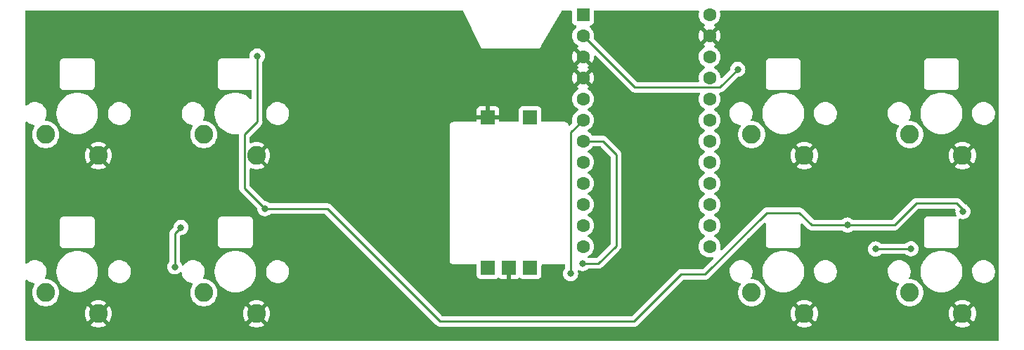
<source format=gbr>
%TF.GenerationSoftware,KiCad,Pcbnew,(6.0.1)*%
%TF.CreationDate,2022-04-18T11:29:39-05:00*%
%TF.ProjectId,Pikatea R26 Kit LED Macropad,50696b61-7465-4612-9052-3236204b6974,rev?*%
%TF.SameCoordinates,Original*%
%TF.FileFunction,Copper,L2,Bot*%
%TF.FilePolarity,Positive*%
%FSLAX46Y46*%
G04 Gerber Fmt 4.6, Leading zero omitted, Abs format (unit mm)*
G04 Created by KiCad (PCBNEW (6.0.1)) date 2022-04-18 11:29:39*
%MOMM*%
%LPD*%
G01*
G04 APERTURE LIST*
%TA.AperFunction,ComponentPad*%
%ADD10C,2.250000*%
%TD*%
%TA.AperFunction,ComponentPad*%
%ADD11C,1.600000*%
%TD*%
%TA.AperFunction,ComponentPad*%
%ADD12R,1.600000X1.600000*%
%TD*%
%TA.AperFunction,ComponentPad*%
%ADD13R,1.700000X1.700000*%
%TD*%
%TA.AperFunction,ViaPad*%
%ADD14C,0.800000*%
%TD*%
%TA.AperFunction,Conductor*%
%ADD15C,0.250000*%
%TD*%
G04 APERTURE END LIST*
D10*
%TO.P,MX8,1,COL*%
%TO.N,F5*%
X91241479Y-90863660D03*
%TO.P,MX8,2,ROW*%
%TO.N,GND*%
X97591479Y-93403660D03*
%TD*%
%TO.P,MX7,1,COL*%
%TO.N,F4*%
X110291480Y-90863660D03*
%TO.P,MX7,2,ROW*%
%TO.N,GND*%
X116641480Y-93403660D03*
%TD*%
%TO.P,MX6,1,COL*%
%TO.N,B1*%
X176291480Y-90863660D03*
%TO.P,MX6,2,ROW*%
%TO.N,GND*%
X182641480Y-93403660D03*
%TD*%
%TO.P,MX5,1,COL*%
%TO.N,B3*%
X195341480Y-90863660D03*
%TO.P,MX5,2,ROW*%
%TO.N,GND*%
X201691480Y-93403660D03*
%TD*%
%TO.P,MX4,1,COL*%
%TO.N,F6*%
X91241479Y-109913660D03*
%TO.P,MX4,2,ROW*%
%TO.N,GND*%
X97591479Y-112453660D03*
%TD*%
%TO.P,MX3,1,COL*%
%TO.N,F7*%
X110291480Y-109913659D03*
%TO.P,MX3,2,ROW*%
%TO.N,GND*%
X116641480Y-112453659D03*
%TD*%
%TO.P,MX2,1,COL*%
%TO.N,B6*%
X176291480Y-109913659D03*
%TO.P,MX2,2,ROW*%
%TO.N,GND*%
X182641480Y-112453659D03*
%TD*%
%TO.P,MX1,1,COL*%
%TO.N,B2*%
X195341480Y-109913659D03*
%TO.P,MX1,2,ROW*%
%TO.N,GND*%
X201691480Y-112453659D03*
%TD*%
D11*
%TO.P,U1,24,RAW*%
%TO.N,unconnected-(U1-Pad24)*%
X171221400Y-76415900D03*
%TO.P,U1,23,GND*%
%TO.N,GND*%
X171221400Y-78955900D03*
%TO.P,U1,22,RST*%
%TO.N,unconnected-(U1-Pad22)*%
X171221400Y-81495900D03*
%TO.P,U1,21,VCC*%
%TO.N,unconnected-(U1-Pad21)*%
X171221400Y-84035900D03*
%TO.P,U1,20,F4*%
%TO.N,F4*%
X171221400Y-86575900D03*
%TO.P,U1,19,F5*%
%TO.N,F5*%
X171221400Y-89115900D03*
%TO.P,U1,18,F6*%
%TO.N,F6*%
X171221400Y-91655900D03*
%TO.P,U1,17,F7*%
%TO.N,F7*%
X171221400Y-94195900D03*
%TO.P,U1,16,B1*%
%TO.N,B1*%
X171221400Y-96735900D03*
%TO.P,U1,15,B3*%
%TO.N,B3*%
X171221400Y-99275900D03*
%TO.P,U1,14,B2*%
%TO.N,B2*%
X171221400Y-101815900D03*
%TO.P,U1,13,B6*%
%TO.N,B6*%
X171221400Y-104355900D03*
%TO.P,U1,12,B5*%
%TO.N,unconnected-(U1-Pad12)*%
X155981400Y-104355900D03*
%TO.P,U1,11,B4*%
%TO.N,unconnected-(U1-Pad11)*%
X155981400Y-101815900D03*
%TO.P,U1,10,E6*%
%TO.N,unconnected-(U1-Pad10)*%
X155981400Y-99275900D03*
%TO.P,U1,9,D7*%
%TO.N,unconnected-(U1-Pad9)*%
X155981400Y-96735900D03*
%TO.P,U1,8,C6*%
%TO.N,unconnected-(U1-Pad8)*%
X155981400Y-94195900D03*
%TO.P,U1,7,D4*%
%TO.N,/A*%
X155981400Y-91655900D03*
%TO.P,U1,6,SDA*%
%TO.N,/B*%
X155981400Y-89115900D03*
%TO.P,U1,5,SCL*%
%TO.N,SCL*%
X155981400Y-86575900D03*
%TO.P,U1,4,GND*%
%TO.N,GND*%
X155981400Y-84035900D03*
%TO.P,U1,3,GND*%
X155981400Y-81495900D03*
%TO.P,U1,2,RX*%
%TO.N,RX*%
X155981400Y-78955900D03*
D12*
%TO.P,U1,1,TX*%
%TO.N,unconnected-(U1-Pad1)*%
X155981400Y-76415900D03*
%TD*%
D13*
%TO.P,SW3,S1,S1*%
%TO.N,GND*%
X144531080Y-88798659D03*
%TO.P,SW3,S2,S2*%
%TO.N,SCL*%
X149611080Y-88798659D03*
%TO.P,SW3,C,C*%
%TO.N,GND*%
X147071080Y-106898659D03*
%TO.P,SW3,B,B*%
%TO.N,/B*%
X144531080Y-106898659D03*
%TO.P,SW3,A,A*%
%TO.N,/A*%
X149611080Y-106898659D03*
%TD*%
D14*
%TO.N,GND*%
X176120000Y-103710000D03*
X100500000Y-82920000D03*
X89990000Y-105010000D03*
X114940000Y-99860000D03*
X95160000Y-100060000D03*
X104120000Y-99840000D03*
X111400000Y-97550000D03*
X91540000Y-96700000D03*
%TO.N,VCC*%
X116730000Y-81400000D03*
X117660000Y-99800000D03*
%TO.N,Net-(D4-Pad1)*%
X107540000Y-102060000D03*
X106790000Y-106810000D03*
%TO.N,VCC*%
X201760000Y-100130000D03*
X187830000Y-101770000D03*
%TO.N,Net-(D3-Pad1)*%
X195490000Y-104630000D03*
X191220000Y-104650000D03*
%TO.N,RX*%
X174620000Y-83010000D03*
%TO.N,GND*%
X157720000Y-87850000D03*
X152890000Y-88450000D03*
X151700000Y-108260000D03*
X158350000Y-103000000D03*
X158430000Y-94300000D03*
%TO.N,/A*%
X155950000Y-106400000D03*
%TO.N,/B*%
X154480000Y-107630000D03*
%TO.N,GND*%
X147200000Y-110450000D03*
X147030000Y-88480000D03*
X179440000Y-111640000D03*
X198480000Y-111350000D03*
X198650000Y-92550000D03*
X179610000Y-92550000D03*
X94390000Y-92260000D03*
X113650000Y-92720000D03*
X113760000Y-111410000D03*
X95010000Y-111180000D03*
X105120000Y-104800000D03*
X122520000Y-109260000D03*
X123250000Y-103900000D03*
X162110000Y-109940000D03*
X165720000Y-112710000D03*
%TD*%
D15*
%TO.N,VCC*%
X116730000Y-89310000D02*
X116730000Y-81400000D01*
X115191969Y-90848031D02*
X116730000Y-89310000D01*
X115191969Y-97331969D02*
X115191969Y-90848031D01*
X117660000Y-99800000D02*
X115191969Y-97331969D01*
X183520000Y-101770000D02*
X187830000Y-101770000D01*
X178100000Y-100290000D02*
X182040000Y-100290000D01*
X170680000Y-107710000D02*
X178100000Y-100290000D01*
X182040000Y-100290000D02*
X183520000Y-101770000D01*
X167800000Y-107710000D02*
X170680000Y-107710000D01*
X162120000Y-113390000D02*
X167800000Y-107710000D01*
X138780000Y-113390000D02*
X162120000Y-113390000D01*
X125190000Y-99800000D02*
X138780000Y-113390000D01*
X117660000Y-99800000D02*
X125190000Y-99800000D01*
%TO.N,Net-(D4-Pad1)*%
X106790000Y-106810000D02*
X106790000Y-102810000D01*
X106790000Y-102810000D02*
X107540000Y-102060000D01*
%TO.N,VCC*%
X201760000Y-99910000D02*
X201760000Y-100130000D01*
X201010000Y-99160000D02*
X201760000Y-99910000D01*
X196110000Y-99160000D02*
X201010000Y-99160000D01*
X193500000Y-101770000D02*
X196110000Y-99160000D01*
X187830000Y-101770000D02*
X193500000Y-101770000D01*
%TO.N,Net-(D3-Pad1)*%
X191240000Y-104630000D02*
X191220000Y-104650000D01*
X195490000Y-104630000D02*
X191240000Y-104630000D01*
%TO.N,RX*%
X172469589Y-85160411D02*
X174620000Y-83010000D01*
X162185911Y-85160411D02*
X172469589Y-85160411D01*
X155981400Y-78955900D02*
X162185911Y-85160411D01*
%TO.N,/A*%
X158345900Y-91655900D02*
X155981400Y-91655900D01*
X159970000Y-93280000D02*
X158345900Y-91655900D01*
X159970000Y-104260000D02*
X159970000Y-93280000D01*
X155950000Y-106400000D02*
X157830000Y-106400000D01*
X157830000Y-106400000D02*
X159970000Y-104260000D01*
%TO.N,/B*%
X154480000Y-107630000D02*
X154480000Y-90617300D01*
X154480000Y-90617300D02*
X155981400Y-89115900D01*
%TD*%
%TA.AperFunction,Conductor*%
%TO.N,GND*%
G36*
X141518560Y-75928002D02*
G01*
X141564108Y-75979637D01*
X143568616Y-80170880D01*
X143576096Y-80190617D01*
X143579044Y-80200933D01*
X143579047Y-80200939D01*
X143581512Y-80209565D01*
X143601518Y-80241273D01*
X143604459Y-80246179D01*
X143605521Y-80248045D01*
X143607454Y-80252087D01*
X143622940Y-80275298D01*
X143624617Y-80277883D01*
X143659160Y-80332631D01*
X143664103Y-80336996D01*
X143667762Y-80342481D01*
X143717317Y-80384048D01*
X143719748Y-80386141D01*
X143740318Y-80404307D01*
X143768228Y-80428956D01*
X143774195Y-80431757D01*
X143779249Y-80435997D01*
X143838496Y-80461992D01*
X143841403Y-80463312D01*
X143891824Y-80486985D01*
X143891826Y-80486985D01*
X143899948Y-80490799D01*
X143906462Y-80491813D01*
X143912501Y-80494463D01*
X143921402Y-80495617D01*
X143921408Y-80495619D01*
X143976659Y-80502785D01*
X143979838Y-80503238D01*
X144005618Y-80507252D01*
X144005620Y-80507252D01*
X144010423Y-80508000D01*
X144015281Y-80508000D01*
X144015979Y-80508054D01*
X144022451Y-80508723D01*
X144056807Y-80513179D01*
X144080148Y-80509520D01*
X144099661Y-80508000D01*
X150428069Y-80508000D01*
X150439874Y-80508554D01*
X150443185Y-80508866D01*
X150451917Y-80510966D01*
X150510080Y-80508148D01*
X150516177Y-80508000D01*
X150536477Y-80508000D01*
X150542567Y-80507128D01*
X150554319Y-80506005D01*
X150597261Y-80503924D01*
X150605745Y-80500990D01*
X150605747Y-80500990D01*
X150608726Y-80499960D01*
X150632041Y-80494314D01*
X150635162Y-80493867D01*
X150644045Y-80492595D01*
X150657356Y-80486543D01*
X150683178Y-80474803D01*
X150694150Y-80470423D01*
X150726301Y-80459305D01*
X150726303Y-80459304D01*
X150734785Y-80456371D01*
X150744673Y-80449350D01*
X150765465Y-80437389D01*
X150768332Y-80436086D01*
X150768336Y-80436083D01*
X150776510Y-80432367D01*
X150809090Y-80404295D01*
X150818371Y-80397027D01*
X150853437Y-80372131D01*
X150860961Y-80362613D01*
X150877555Y-80345302D01*
X150879947Y-80343241D01*
X150879950Y-80343238D01*
X150886747Y-80337381D01*
X150910133Y-80301301D01*
X150917014Y-80291703D01*
X150922772Y-80284419D01*
X150932454Y-80267289D01*
X150936413Y-80260755D01*
X150945861Y-80246179D01*
X150965893Y-80215273D01*
X150968467Y-80206667D01*
X150972230Y-80198523D01*
X150972724Y-80198751D01*
X150977399Y-80187771D01*
X153360227Y-75972001D01*
X153411159Y-75922540D01*
X153469918Y-75908000D01*
X154546900Y-75908000D01*
X154615021Y-75928002D01*
X154661514Y-75981658D01*
X154672900Y-76034000D01*
X154672900Y-77264034D01*
X154679655Y-77326216D01*
X154730785Y-77462605D01*
X154818139Y-77579161D01*
X154934695Y-77666515D01*
X155071084Y-77717645D01*
X155081874Y-77718817D01*
X155084006Y-77719703D01*
X155086622Y-77720325D01*
X155086521Y-77720748D01*
X155147435Y-77746055D01*
X155187863Y-77804417D01*
X155190322Y-77875371D01*
X155154029Y-77936390D01*
X155145369Y-77943389D01*
X155141607Y-77946546D01*
X155137100Y-77949702D01*
X154975202Y-78111600D01*
X154843877Y-78299151D01*
X154841554Y-78304133D01*
X154841551Y-78304138D01*
X154841434Y-78304389D01*
X154747116Y-78506657D01*
X154745694Y-78511965D01*
X154745693Y-78511967D01*
X154724419Y-78591361D01*
X154687857Y-78727813D01*
X154667902Y-78955900D01*
X154687857Y-79183987D01*
X154689281Y-79189300D01*
X154689281Y-79189302D01*
X154726425Y-79327922D01*
X154747116Y-79405143D01*
X154749439Y-79410124D01*
X154749439Y-79410125D01*
X154841551Y-79607662D01*
X154841554Y-79607667D01*
X154843877Y-79612649D01*
X154975202Y-79800200D01*
X155137100Y-79962098D01*
X155141608Y-79965255D01*
X155141611Y-79965257D01*
X155219789Y-80019998D01*
X155324651Y-80093423D01*
X155329633Y-80095746D01*
X155329638Y-80095749D01*
X155364449Y-80111981D01*
X155417734Y-80158898D01*
X155437195Y-80227175D01*
X155416653Y-80295135D01*
X155364449Y-80340371D01*
X155329889Y-80356486D01*
X155320394Y-80361969D01*
X155268352Y-80398409D01*
X155259976Y-80408888D01*
X155267044Y-80422334D01*
X157055687Y-82210977D01*
X157067462Y-82217407D01*
X157079477Y-82208111D01*
X157115331Y-82156906D01*
X157120814Y-82147411D01*
X157212890Y-81949953D01*
X157216636Y-81939661D01*
X157273025Y-81729212D01*
X157274928Y-81718419D01*
X157293917Y-81501375D01*
X157293917Y-81490425D01*
X157292823Y-81477919D01*
X157306813Y-81408314D01*
X157356212Y-81357322D01*
X157425339Y-81341132D01*
X157492244Y-81364885D01*
X157507439Y-81377843D01*
X161682254Y-85552658D01*
X161689798Y-85560948D01*
X161693911Y-85567429D01*
X161699688Y-85572854D01*
X161743578Y-85614069D01*
X161746420Y-85616824D01*
X161766142Y-85636546D01*
X161769266Y-85638969D01*
X161769270Y-85638973D01*
X161769335Y-85639023D01*
X161778356Y-85646728D01*
X161810590Y-85676997D01*
X161817538Y-85680816D01*
X161817540Y-85680818D01*
X161828343Y-85686757D01*
X161844870Y-85697613D01*
X161854609Y-85705168D01*
X161854611Y-85705169D01*
X161860871Y-85710025D01*
X161901451Y-85727585D01*
X161912099Y-85732802D01*
X161936887Y-85746429D01*
X161950851Y-85754106D01*
X161958527Y-85756077D01*
X161958530Y-85756078D01*
X161970473Y-85759144D01*
X161989178Y-85765548D01*
X162007766Y-85773592D01*
X162015589Y-85774831D01*
X162015599Y-85774834D01*
X162051435Y-85780510D01*
X162063055Y-85782916D01*
X162094870Y-85791084D01*
X162105881Y-85793911D01*
X162126135Y-85793911D01*
X162145845Y-85795462D01*
X162165854Y-85798631D01*
X162173746Y-85797885D01*
X162209872Y-85794470D01*
X162221730Y-85793911D01*
X169944497Y-85793911D01*
X170012618Y-85813913D01*
X170059111Y-85867569D01*
X170069215Y-85937843D01*
X170058692Y-85973160D01*
X169987116Y-86126657D01*
X169985694Y-86131965D01*
X169985693Y-86131967D01*
X169941962Y-86295173D01*
X169927857Y-86347813D01*
X169907902Y-86575900D01*
X169927857Y-86803987D01*
X169929281Y-86809300D01*
X169929281Y-86809302D01*
X169968324Y-86955009D01*
X169987116Y-87025143D01*
X169989439Y-87030124D01*
X169989439Y-87030125D01*
X170081551Y-87227662D01*
X170081554Y-87227667D01*
X170083877Y-87232649D01*
X170092686Y-87245229D01*
X170206582Y-87407889D01*
X170215202Y-87420200D01*
X170377100Y-87582098D01*
X170381608Y-87585255D01*
X170381611Y-87585257D01*
X170398005Y-87596736D01*
X170564651Y-87713423D01*
X170569633Y-87715746D01*
X170569638Y-87715749D01*
X170603857Y-87731705D01*
X170657142Y-87778622D01*
X170676603Y-87846899D01*
X170656061Y-87914859D01*
X170603857Y-87960095D01*
X170569638Y-87976051D01*
X170569633Y-87976054D01*
X170564651Y-87978377D01*
X170504629Y-88020405D01*
X170381611Y-88106543D01*
X170381608Y-88106545D01*
X170377100Y-88109702D01*
X170215202Y-88271600D01*
X170083877Y-88459151D01*
X170081554Y-88464133D01*
X170081551Y-88464138D01*
X170005648Y-88626915D01*
X169987116Y-88666657D01*
X169985694Y-88671965D01*
X169985693Y-88671967D01*
X169929281Y-88882498D01*
X169927857Y-88887813D01*
X169907902Y-89115900D01*
X169927857Y-89343987D01*
X169929280Y-89349298D01*
X169929281Y-89349302D01*
X169983596Y-89552005D01*
X169987116Y-89565143D01*
X169989439Y-89570124D01*
X169989439Y-89570125D01*
X170081551Y-89767662D01*
X170081554Y-89767667D01*
X170083877Y-89772649D01*
X170109431Y-89809144D01*
X170190408Y-89924790D01*
X170215202Y-89960200D01*
X170377100Y-90122098D01*
X170381608Y-90125255D01*
X170381611Y-90125257D01*
X170422606Y-90153962D01*
X170564651Y-90253423D01*
X170569633Y-90255746D01*
X170569638Y-90255749D01*
X170603857Y-90271705D01*
X170657142Y-90318622D01*
X170676603Y-90386899D01*
X170656061Y-90454859D01*
X170603857Y-90500095D01*
X170569638Y-90516051D01*
X170569633Y-90516054D01*
X170564651Y-90518377D01*
X170558686Y-90522554D01*
X170381611Y-90646543D01*
X170381608Y-90646545D01*
X170377100Y-90649702D01*
X170215202Y-90811600D01*
X170212045Y-90816108D01*
X170212043Y-90816111D01*
X170182201Y-90858730D01*
X170083877Y-90999151D01*
X170081554Y-91004133D01*
X170081551Y-91004138D01*
X170000809Y-91177292D01*
X169987116Y-91206657D01*
X169927857Y-91427813D01*
X169907902Y-91655900D01*
X169927857Y-91883987D01*
X169929281Y-91889300D01*
X169929281Y-91889302D01*
X169980162Y-92079189D01*
X169987116Y-92105143D01*
X169989439Y-92110124D01*
X169989439Y-92110125D01*
X170081551Y-92307662D01*
X170081554Y-92307667D01*
X170083877Y-92312649D01*
X170215202Y-92500200D01*
X170377100Y-92662098D01*
X170381608Y-92665255D01*
X170381611Y-92665257D01*
X170459789Y-92719998D01*
X170564651Y-92793423D01*
X170569633Y-92795746D01*
X170569638Y-92795749D01*
X170603857Y-92811705D01*
X170657142Y-92858622D01*
X170676603Y-92926899D01*
X170656061Y-92994859D01*
X170603857Y-93040095D01*
X170569638Y-93056051D01*
X170569633Y-93056054D01*
X170564651Y-93058377D01*
X170463701Y-93129063D01*
X170381611Y-93186543D01*
X170381608Y-93186545D01*
X170377100Y-93189702D01*
X170215202Y-93351600D01*
X170212045Y-93356108D01*
X170212043Y-93356111D01*
X170187720Y-93390848D01*
X170083877Y-93539151D01*
X170081554Y-93544133D01*
X170081551Y-93544138D01*
X169989439Y-93741675D01*
X169987116Y-93746657D01*
X169927857Y-93967813D01*
X169907902Y-94195900D01*
X169927857Y-94423987D01*
X169987116Y-94645143D01*
X169989439Y-94650124D01*
X169989439Y-94650125D01*
X170081551Y-94847662D01*
X170081554Y-94847667D01*
X170083877Y-94852649D01*
X170215202Y-95040200D01*
X170377100Y-95202098D01*
X170381608Y-95205255D01*
X170381611Y-95205257D01*
X170459789Y-95259998D01*
X170564651Y-95333423D01*
X170569633Y-95335746D01*
X170569638Y-95335749D01*
X170603857Y-95351705D01*
X170657142Y-95398622D01*
X170676603Y-95466899D01*
X170656061Y-95534859D01*
X170603857Y-95580095D01*
X170569638Y-95596051D01*
X170569633Y-95596054D01*
X170564651Y-95598377D01*
X170544053Y-95612800D01*
X170381611Y-95726543D01*
X170381608Y-95726545D01*
X170377100Y-95729702D01*
X170215202Y-95891600D01*
X170083877Y-96079151D01*
X170081554Y-96084133D01*
X170081551Y-96084138D01*
X169989439Y-96281675D01*
X169987116Y-96286657D01*
X169927857Y-96507813D01*
X169907902Y-96735900D01*
X169927857Y-96963987D01*
X169929281Y-96969300D01*
X169929281Y-96969302D01*
X169949339Y-97044157D01*
X169987116Y-97185143D01*
X169989439Y-97190124D01*
X169989439Y-97190125D01*
X170081551Y-97387662D01*
X170081554Y-97387667D01*
X170083877Y-97392649D01*
X170087034Y-97397157D01*
X170181369Y-97531881D01*
X170215202Y-97580200D01*
X170377100Y-97742098D01*
X170381608Y-97745255D01*
X170381611Y-97745257D01*
X170415628Y-97769076D01*
X170564651Y-97873423D01*
X170569633Y-97875746D01*
X170569638Y-97875749D01*
X170603857Y-97891705D01*
X170657142Y-97938622D01*
X170676603Y-98006899D01*
X170656061Y-98074859D01*
X170603857Y-98120095D01*
X170569638Y-98136051D01*
X170569633Y-98136054D01*
X170564651Y-98138377D01*
X170544053Y-98152800D01*
X170381611Y-98266543D01*
X170381608Y-98266545D01*
X170377100Y-98269702D01*
X170215202Y-98431600D01*
X170083877Y-98619151D01*
X170081554Y-98624133D01*
X170081551Y-98624138D01*
X170017498Y-98761502D01*
X169987116Y-98826657D01*
X169985694Y-98831965D01*
X169985693Y-98831967D01*
X169937249Y-99012763D01*
X169927857Y-99047813D01*
X169907902Y-99275900D01*
X169927857Y-99503987D01*
X169929281Y-99509300D01*
X169929281Y-99509302D01*
X169985562Y-99719342D01*
X169987116Y-99725143D01*
X169989439Y-99730124D01*
X169989439Y-99730125D01*
X170081551Y-99927662D01*
X170081554Y-99927667D01*
X170083877Y-99932649D01*
X170215202Y-100120200D01*
X170377100Y-100282098D01*
X170381608Y-100285255D01*
X170381611Y-100285257D01*
X170447262Y-100331226D01*
X170564651Y-100413423D01*
X170569633Y-100415746D01*
X170569638Y-100415749D01*
X170603857Y-100431705D01*
X170657142Y-100478622D01*
X170676603Y-100546899D01*
X170656061Y-100614859D01*
X170603857Y-100660095D01*
X170569638Y-100676051D01*
X170569633Y-100676054D01*
X170564651Y-100678377D01*
X170471933Y-100743299D01*
X170381611Y-100806543D01*
X170381608Y-100806545D01*
X170377100Y-100809702D01*
X170215202Y-100971600D01*
X170212045Y-100976108D01*
X170212043Y-100976111D01*
X170195200Y-101000166D01*
X170083877Y-101159151D01*
X170081554Y-101164133D01*
X170081551Y-101164138D01*
X170010737Y-101316001D01*
X169987116Y-101366657D01*
X169985694Y-101371965D01*
X169985693Y-101371967D01*
X169939339Y-101544961D01*
X169927857Y-101587813D01*
X169907902Y-101815900D01*
X169927857Y-102043987D01*
X169929281Y-102049300D01*
X169929281Y-102049302D01*
X169983663Y-102252255D01*
X169987116Y-102265143D01*
X169989439Y-102270124D01*
X169989439Y-102270125D01*
X170081551Y-102467662D01*
X170081554Y-102467667D01*
X170083877Y-102472649D01*
X170120910Y-102525537D01*
X170195355Y-102631855D01*
X170215202Y-102660200D01*
X170377100Y-102822098D01*
X170381608Y-102825255D01*
X170381611Y-102825257D01*
X170422379Y-102853803D01*
X170564651Y-102953423D01*
X170569633Y-102955746D01*
X170569638Y-102955749D01*
X170603857Y-102971705D01*
X170657142Y-103018622D01*
X170676603Y-103086899D01*
X170656061Y-103154859D01*
X170603857Y-103200095D01*
X170569638Y-103216051D01*
X170569633Y-103216054D01*
X170564651Y-103218377D01*
X170544053Y-103232800D01*
X170381611Y-103346543D01*
X170381608Y-103346545D01*
X170377100Y-103349702D01*
X170215202Y-103511600D01*
X170212045Y-103516108D01*
X170212043Y-103516111D01*
X170198355Y-103535660D01*
X170083877Y-103699151D01*
X170081554Y-103704133D01*
X170081551Y-103704138D01*
X170007584Y-103862763D01*
X169987116Y-103906657D01*
X169985694Y-103911965D01*
X169985693Y-103911967D01*
X169930079Y-104119519D01*
X169927857Y-104127813D01*
X169907902Y-104355900D01*
X169927857Y-104583987D01*
X169929281Y-104589300D01*
X169929281Y-104589302D01*
X169959190Y-104700921D01*
X169987116Y-104805143D01*
X169989439Y-104810124D01*
X169989439Y-104810125D01*
X170081551Y-105007662D01*
X170081554Y-105007667D01*
X170083877Y-105012649D01*
X170157302Y-105117511D01*
X170209357Y-105191852D01*
X170215202Y-105200200D01*
X170377100Y-105362098D01*
X170381608Y-105365255D01*
X170381611Y-105365257D01*
X170455846Y-105417237D01*
X170564651Y-105493423D01*
X170569633Y-105495746D01*
X170569638Y-105495749D01*
X170766652Y-105587617D01*
X170772157Y-105590184D01*
X170777465Y-105591606D01*
X170777467Y-105591607D01*
X170987998Y-105648019D01*
X170988000Y-105648019D01*
X170993313Y-105649443D01*
X171221400Y-105669398D01*
X171449487Y-105649443D01*
X171454800Y-105648019D01*
X171454802Y-105648019D01*
X171535079Y-105626509D01*
X171606056Y-105628199D01*
X171664851Y-105667993D01*
X171692799Y-105733258D01*
X171681025Y-105803271D01*
X171656787Y-105837308D01*
X170454500Y-107039595D01*
X170392188Y-107073621D01*
X170365405Y-107076500D01*
X167878767Y-107076500D01*
X167867584Y-107075973D01*
X167860091Y-107074298D01*
X167852165Y-107074547D01*
X167852164Y-107074547D01*
X167792014Y-107076438D01*
X167788055Y-107076500D01*
X167760144Y-107076500D01*
X167756210Y-107076997D01*
X167756209Y-107076997D01*
X167756144Y-107077005D01*
X167744307Y-107077938D01*
X167712049Y-107078952D01*
X167708030Y-107079078D01*
X167700111Y-107079327D01*
X167680657Y-107084979D01*
X167661300Y-107088987D01*
X167649070Y-107090532D01*
X167649069Y-107090532D01*
X167641203Y-107091526D01*
X167633832Y-107094445D01*
X167633830Y-107094445D01*
X167600088Y-107107804D01*
X167588858Y-107111649D01*
X167554017Y-107121771D01*
X167554016Y-107121771D01*
X167546407Y-107123982D01*
X167539588Y-107128015D01*
X167539583Y-107128017D01*
X167528972Y-107134293D01*
X167511224Y-107142988D01*
X167492383Y-107150448D01*
X167485967Y-107155110D01*
X167485966Y-107155110D01*
X167456613Y-107176436D01*
X167446693Y-107182952D01*
X167415465Y-107201420D01*
X167415462Y-107201422D01*
X167408638Y-107205458D01*
X167394317Y-107219779D01*
X167379284Y-107232619D01*
X167362893Y-107244528D01*
X167357842Y-107250634D01*
X167334702Y-107278605D01*
X167326712Y-107287384D01*
X161894500Y-112719595D01*
X161832188Y-112753621D01*
X161805405Y-112756500D01*
X139094595Y-112756500D01*
X139026474Y-112736498D01*
X139005500Y-112719595D01*
X132355557Y-106069652D01*
X139891524Y-106069652D01*
X139893990Y-106078281D01*
X139893991Y-106078286D01*
X139899639Y-106098048D01*
X139903217Y-106114809D01*
X139906130Y-106135152D01*
X139906133Y-106135162D01*
X139907405Y-106144045D01*
X139918021Y-106167395D01*
X139924464Y-106184907D01*
X139931512Y-106209565D01*
X139947274Y-106234548D01*
X139955404Y-106249614D01*
X139967633Y-106276510D01*
X139984374Y-106295939D01*
X139995479Y-106310947D01*
X140009160Y-106332631D01*
X140015888Y-106338573D01*
X140031296Y-106352181D01*
X140043341Y-106364374D01*
X140055278Y-106378227D01*
X140062619Y-106386747D01*
X140070147Y-106391626D01*
X140070150Y-106391629D01*
X140084139Y-106400696D01*
X140099013Y-106411986D01*
X140118228Y-106428956D01*
X140126354Y-106432771D01*
X140126355Y-106432772D01*
X140132021Y-106435432D01*
X140144966Y-106441510D01*
X140159935Y-106449824D01*
X140184727Y-106465893D01*
X140193327Y-106468465D01*
X140209290Y-106473239D01*
X140226736Y-106479901D01*
X140249948Y-106490799D01*
X140279130Y-106495343D01*
X140295849Y-106499126D01*
X140315536Y-106505014D01*
X140315539Y-106505015D01*
X140324141Y-106507587D01*
X140333116Y-106507642D01*
X140333117Y-106507642D01*
X140339810Y-106507683D01*
X140358556Y-106507797D01*
X140359328Y-106507830D01*
X140360423Y-106508000D01*
X140391298Y-106508000D01*
X140392068Y-106508002D01*
X140465716Y-106508452D01*
X140465717Y-106508452D01*
X140469652Y-106508476D01*
X140470996Y-106508092D01*
X140472341Y-106508000D01*
X143046580Y-106508000D01*
X143114701Y-106528002D01*
X143161194Y-106581658D01*
X143172580Y-106634000D01*
X143172580Y-107796793D01*
X143179335Y-107858975D01*
X143230465Y-107995364D01*
X143317819Y-108111920D01*
X143434375Y-108199274D01*
X143570764Y-108250404D01*
X143632946Y-108257159D01*
X145429214Y-108257159D01*
X145491396Y-108250404D01*
X145627785Y-108199274D01*
X145711108Y-108136827D01*
X145725932Y-108125717D01*
X145792438Y-108100869D01*
X145861821Y-108115922D01*
X145877062Y-108125717D01*
X145967431Y-108193445D01*
X145983026Y-108201983D01*
X146103474Y-108247137D01*
X146118729Y-108250764D01*
X146169594Y-108256290D01*
X146176408Y-108256659D01*
X146798965Y-108256659D01*
X146814204Y-108252184D01*
X146815409Y-108250794D01*
X146817080Y-108243111D01*
X146817080Y-106770659D01*
X146837082Y-106702538D01*
X146890738Y-106656045D01*
X146943080Y-106644659D01*
X147199080Y-106644659D01*
X147267201Y-106664661D01*
X147313694Y-106718317D01*
X147325080Y-106770659D01*
X147325080Y-108238543D01*
X147329555Y-108253782D01*
X147330945Y-108254987D01*
X147338628Y-108256658D01*
X147965749Y-108256658D01*
X147972570Y-108256288D01*
X148023432Y-108250764D01*
X148038684Y-108247138D01*
X148159134Y-108201983D01*
X148174729Y-108193445D01*
X148265098Y-108125717D01*
X148331605Y-108100869D01*
X148400987Y-108115922D01*
X148416228Y-108125717D01*
X148431052Y-108136827D01*
X148514375Y-108199274D01*
X148650764Y-108250404D01*
X148712946Y-108257159D01*
X150509214Y-108257159D01*
X150571396Y-108250404D01*
X150707785Y-108199274D01*
X150824341Y-108111920D01*
X150911695Y-107995364D01*
X150962825Y-107858975D01*
X150969580Y-107796793D01*
X150969580Y-106634000D01*
X150989582Y-106565879D01*
X151043238Y-106519386D01*
X151095580Y-106508000D01*
X153720500Y-106508000D01*
X153788621Y-106528002D01*
X153835114Y-106581658D01*
X153846500Y-106634000D01*
X153846500Y-106927476D01*
X153826498Y-106995597D01*
X153814142Y-107011779D01*
X153740960Y-107093056D01*
X153723105Y-107123982D01*
X153660383Y-107232620D01*
X153645473Y-107258444D01*
X153586458Y-107440072D01*
X153585768Y-107446633D01*
X153585768Y-107446635D01*
X153569939Y-107597237D01*
X153566496Y-107630000D01*
X153567186Y-107636565D01*
X153580941Y-107767433D01*
X153586458Y-107819928D01*
X153645473Y-108001556D01*
X153740960Y-108166944D01*
X153745378Y-108171851D01*
X153745379Y-108171852D01*
X153857555Y-108296436D01*
X153868747Y-108308866D01*
X154023248Y-108421118D01*
X154029276Y-108423802D01*
X154029278Y-108423803D01*
X154144440Y-108475076D01*
X154197712Y-108498794D01*
X154287885Y-108517961D01*
X154378056Y-108537128D01*
X154378061Y-108537128D01*
X154384513Y-108538500D01*
X154575487Y-108538500D01*
X154581939Y-108537128D01*
X154581944Y-108537128D01*
X154672115Y-108517961D01*
X154762288Y-108498794D01*
X154815560Y-108475076D01*
X154930722Y-108423803D01*
X154930724Y-108423802D01*
X154936752Y-108421118D01*
X155091253Y-108308866D01*
X155102445Y-108296436D01*
X155214621Y-108171852D01*
X155214622Y-108171851D01*
X155219040Y-108166944D01*
X155314527Y-108001556D01*
X155373542Y-107819928D01*
X155379060Y-107767433D01*
X155392814Y-107636565D01*
X155393504Y-107630000D01*
X155390061Y-107597237D01*
X155374232Y-107446635D01*
X155374232Y-107446633D01*
X155373542Y-107440072D01*
X155346177Y-107355851D01*
X155344150Y-107284883D01*
X155380812Y-107224086D01*
X155444524Y-107192760D01*
X155517258Y-107201808D01*
X155602745Y-107239869D01*
X155658582Y-107264729D01*
X155667712Y-107268794D01*
X155755171Y-107287384D01*
X155848056Y-107307128D01*
X155848061Y-107307128D01*
X155854513Y-107308500D01*
X156045487Y-107308500D01*
X156051939Y-107307128D01*
X156051944Y-107307128D01*
X156144829Y-107287384D01*
X156232288Y-107268794D01*
X156238319Y-107266109D01*
X156400722Y-107193803D01*
X156400724Y-107193802D01*
X156406752Y-107191118D01*
X156417992Y-107182952D01*
X156555914Y-107082745D01*
X156561253Y-107078866D01*
X156565668Y-107073963D01*
X156570580Y-107069540D01*
X156571705Y-107070789D01*
X156625014Y-107037949D01*
X156658200Y-107033500D01*
X157751233Y-107033500D01*
X157762416Y-107034027D01*
X157769909Y-107035702D01*
X157777835Y-107035453D01*
X157777836Y-107035453D01*
X157837986Y-107033562D01*
X157841945Y-107033500D01*
X157869856Y-107033500D01*
X157873791Y-107033003D01*
X157873856Y-107032995D01*
X157885693Y-107032062D01*
X157917951Y-107031048D01*
X157921970Y-107030922D01*
X157929889Y-107030673D01*
X157949343Y-107025021D01*
X157968700Y-107021013D01*
X157980930Y-107019468D01*
X157980931Y-107019468D01*
X157988797Y-107018474D01*
X157996168Y-107015555D01*
X157996170Y-107015555D01*
X158029912Y-107002196D01*
X158041142Y-106998351D01*
X158075983Y-106988229D01*
X158075984Y-106988229D01*
X158083593Y-106986018D01*
X158090412Y-106981985D01*
X158090417Y-106981983D01*
X158101028Y-106975707D01*
X158118776Y-106967012D01*
X158137617Y-106959552D01*
X158173387Y-106933564D01*
X158183307Y-106927048D01*
X158214535Y-106908580D01*
X158214538Y-106908578D01*
X158221362Y-106904542D01*
X158235683Y-106890221D01*
X158250717Y-106877380D01*
X158260694Y-106870131D01*
X158267107Y-106865472D01*
X158295298Y-106831395D01*
X158303288Y-106822616D01*
X160362253Y-104763652D01*
X160370539Y-104756112D01*
X160377018Y-104752000D01*
X160423644Y-104702348D01*
X160426398Y-104699507D01*
X160446135Y-104679770D01*
X160448615Y-104676573D01*
X160456320Y-104667551D01*
X160486586Y-104635321D01*
X160490405Y-104628375D01*
X160490407Y-104628372D01*
X160496348Y-104617566D01*
X160507199Y-104601047D01*
X160514758Y-104591301D01*
X160519614Y-104585041D01*
X160522759Y-104577772D01*
X160522762Y-104577768D01*
X160537174Y-104544463D01*
X160542391Y-104533813D01*
X160563695Y-104495060D01*
X160568733Y-104475437D01*
X160575137Y-104456734D01*
X160580033Y-104445420D01*
X160580033Y-104445419D01*
X160583181Y-104438145D01*
X160584420Y-104430322D01*
X160584423Y-104430312D01*
X160590099Y-104394476D01*
X160592505Y-104382856D01*
X160601528Y-104347711D01*
X160601528Y-104347710D01*
X160603500Y-104340030D01*
X160603500Y-104319776D01*
X160605051Y-104300065D01*
X160606980Y-104287886D01*
X160608220Y-104280057D01*
X160604059Y-104236038D01*
X160603500Y-104224181D01*
X160603500Y-93358767D01*
X160604027Y-93347584D01*
X160605702Y-93340091D01*
X160603562Y-93272014D01*
X160603500Y-93268055D01*
X160603500Y-93240144D01*
X160602995Y-93236144D01*
X160602062Y-93224301D01*
X160600922Y-93188029D01*
X160600673Y-93180110D01*
X160595022Y-93160658D01*
X160591014Y-93141306D01*
X160589467Y-93129063D01*
X160588474Y-93121203D01*
X160585556Y-93113832D01*
X160572200Y-93080097D01*
X160568355Y-93068870D01*
X160566224Y-93061535D01*
X160556018Y-93026407D01*
X160551984Y-93019585D01*
X160551981Y-93019579D01*
X160545706Y-93008968D01*
X160537010Y-92991218D01*
X160532472Y-92979756D01*
X160532469Y-92979751D01*
X160529552Y-92972383D01*
X160503573Y-92936625D01*
X160497057Y-92926707D01*
X160486005Y-92908019D01*
X160474542Y-92888637D01*
X160460218Y-92874313D01*
X160447376Y-92859278D01*
X160435472Y-92842893D01*
X160401406Y-92814711D01*
X160392627Y-92806722D01*
X158849552Y-91263647D01*
X158842012Y-91255361D01*
X158837900Y-91248882D01*
X158788248Y-91202256D01*
X158785407Y-91199502D01*
X158765670Y-91179765D01*
X158762473Y-91177285D01*
X158753451Y-91169580D01*
X158727000Y-91144741D01*
X158721221Y-91139314D01*
X158714275Y-91135495D01*
X158714272Y-91135493D01*
X158703466Y-91129552D01*
X158686947Y-91118701D01*
X158686483Y-91118341D01*
X158670941Y-91106286D01*
X158663672Y-91103141D01*
X158663668Y-91103138D01*
X158630363Y-91088726D01*
X158619713Y-91083509D01*
X158580960Y-91062205D01*
X158561337Y-91057167D01*
X158542634Y-91050763D01*
X158531320Y-91045867D01*
X158531319Y-91045867D01*
X158524045Y-91042719D01*
X158516222Y-91041480D01*
X158516212Y-91041477D01*
X158480376Y-91035801D01*
X158468756Y-91033395D01*
X158433611Y-91024372D01*
X158433610Y-91024372D01*
X158425930Y-91022400D01*
X158405676Y-91022400D01*
X158385965Y-91020849D01*
X158373786Y-91018920D01*
X158365957Y-91017680D01*
X158358065Y-91018426D01*
X158321939Y-91021841D01*
X158310081Y-91022400D01*
X157200794Y-91022400D01*
X157132673Y-91002398D01*
X157097581Y-90968671D01*
X156990757Y-90816111D01*
X156990755Y-90816108D01*
X156987598Y-90811600D01*
X156825700Y-90649702D01*
X156821192Y-90646545D01*
X156821189Y-90646543D01*
X156644114Y-90522554D01*
X156638149Y-90518377D01*
X156633167Y-90516054D01*
X156633162Y-90516051D01*
X156598943Y-90500095D01*
X156545658Y-90453178D01*
X156526197Y-90384901D01*
X156546739Y-90316941D01*
X156598943Y-90271705D01*
X156633162Y-90255749D01*
X156633167Y-90255746D01*
X156638149Y-90253423D01*
X156780194Y-90153962D01*
X156821189Y-90125257D01*
X156821192Y-90125255D01*
X156825700Y-90122098D01*
X156987598Y-89960200D01*
X157012393Y-89924790D01*
X157093369Y-89809144D01*
X157118923Y-89772649D01*
X157121246Y-89767667D01*
X157121249Y-89767662D01*
X157213361Y-89570125D01*
X157213361Y-89570124D01*
X157215684Y-89565143D01*
X157219205Y-89552005D01*
X157273519Y-89349302D01*
X157273520Y-89349298D01*
X157274943Y-89343987D01*
X157294898Y-89115900D01*
X157274943Y-88887813D01*
X157273519Y-88882498D01*
X157217107Y-88671967D01*
X157217106Y-88671965D01*
X157215684Y-88666657D01*
X157197152Y-88626915D01*
X157121249Y-88464138D01*
X157121246Y-88464133D01*
X157118923Y-88459151D01*
X156987598Y-88271600D01*
X156825700Y-88109702D01*
X156821192Y-88106545D01*
X156821189Y-88106543D01*
X156698171Y-88020405D01*
X156638149Y-87978377D01*
X156633167Y-87976054D01*
X156633162Y-87976051D01*
X156598943Y-87960095D01*
X156545658Y-87913178D01*
X156526197Y-87844901D01*
X156546739Y-87776941D01*
X156598943Y-87731705D01*
X156633162Y-87715749D01*
X156633167Y-87715746D01*
X156638149Y-87713423D01*
X156804795Y-87596736D01*
X156821189Y-87585257D01*
X156821192Y-87585255D01*
X156825700Y-87582098D01*
X156987598Y-87420200D01*
X156996219Y-87407889D01*
X157110114Y-87245229D01*
X157118923Y-87232649D01*
X157121246Y-87227667D01*
X157121249Y-87227662D01*
X157213361Y-87030125D01*
X157213361Y-87030124D01*
X157215684Y-87025143D01*
X157234477Y-86955009D01*
X157273519Y-86809302D01*
X157273519Y-86809300D01*
X157274943Y-86803987D01*
X157294898Y-86575900D01*
X157274943Y-86347813D01*
X157260838Y-86295173D01*
X157217107Y-86131967D01*
X157217106Y-86131965D01*
X157215684Y-86126657D01*
X157153861Y-85994076D01*
X157121249Y-85924138D01*
X157121246Y-85924133D01*
X157118923Y-85919151D01*
X157034011Y-85797885D01*
X156990757Y-85736111D01*
X156990755Y-85736108D01*
X156987598Y-85731600D01*
X156825700Y-85569702D01*
X156821192Y-85566545D01*
X156821189Y-85566543D01*
X156724262Y-85498674D01*
X156638149Y-85438377D01*
X156633167Y-85436054D01*
X156633162Y-85436051D01*
X156598351Y-85419819D01*
X156545066Y-85372902D01*
X156525605Y-85304625D01*
X156546147Y-85236665D01*
X156598351Y-85191429D01*
X156632911Y-85175314D01*
X156642406Y-85169831D01*
X156694448Y-85133391D01*
X156702824Y-85122912D01*
X156695756Y-85109466D01*
X155994212Y-84407922D01*
X155980268Y-84400308D01*
X155978435Y-84400439D01*
X155971820Y-84404690D01*
X155266323Y-85110187D01*
X155259893Y-85121962D01*
X155269189Y-85133977D01*
X155320394Y-85169831D01*
X155329889Y-85175314D01*
X155364449Y-85191429D01*
X155417734Y-85238346D01*
X155437195Y-85306623D01*
X155416653Y-85374583D01*
X155364449Y-85419819D01*
X155329638Y-85436051D01*
X155329633Y-85436054D01*
X155324651Y-85438377D01*
X155238538Y-85498674D01*
X155141611Y-85566543D01*
X155141608Y-85566545D01*
X155137100Y-85569702D01*
X154975202Y-85731600D01*
X154972045Y-85736108D01*
X154972043Y-85736111D01*
X154928789Y-85797885D01*
X154843877Y-85919151D01*
X154841554Y-85924133D01*
X154841551Y-85924138D01*
X154808939Y-85994076D01*
X154747116Y-86126657D01*
X154745694Y-86131965D01*
X154745693Y-86131967D01*
X154701962Y-86295173D01*
X154687857Y-86347813D01*
X154667902Y-86575900D01*
X154687857Y-86803987D01*
X154689281Y-86809300D01*
X154689281Y-86809302D01*
X154728324Y-86955009D01*
X154747116Y-87025143D01*
X154749439Y-87030124D01*
X154749439Y-87030125D01*
X154841551Y-87227662D01*
X154841554Y-87227667D01*
X154843877Y-87232649D01*
X154852686Y-87245229D01*
X154966582Y-87407889D01*
X154975202Y-87420200D01*
X155137100Y-87582098D01*
X155141608Y-87585255D01*
X155141611Y-87585257D01*
X155158005Y-87596736D01*
X155324651Y-87713423D01*
X155329633Y-87715746D01*
X155329638Y-87715749D01*
X155363857Y-87731705D01*
X155417142Y-87778622D01*
X155436603Y-87846899D01*
X155416061Y-87914859D01*
X155363857Y-87960095D01*
X155329638Y-87976051D01*
X155329633Y-87976054D01*
X155324651Y-87978377D01*
X155264629Y-88020405D01*
X155141611Y-88106543D01*
X155141608Y-88106545D01*
X155137100Y-88109702D01*
X154975202Y-88271600D01*
X154843877Y-88459151D01*
X154841554Y-88464133D01*
X154841551Y-88464138D01*
X154765648Y-88626915D01*
X154747116Y-88666657D01*
X154745694Y-88671965D01*
X154745693Y-88671967D01*
X154689281Y-88882498D01*
X154687857Y-88887813D01*
X154667902Y-89115900D01*
X154687857Y-89343987D01*
X154704860Y-89407441D01*
X154703170Y-89478418D01*
X154672248Y-89529147D01*
X154435744Y-89765651D01*
X154373432Y-89799677D01*
X154302617Y-89794612D01*
X154245781Y-89752065D01*
X154226324Y-89713143D01*
X154225295Y-89705955D01*
X154214679Y-89682605D01*
X154208236Y-89665093D01*
X154203654Y-89649063D01*
X154201188Y-89640435D01*
X154185426Y-89615452D01*
X154177296Y-89600386D01*
X154165067Y-89573490D01*
X154148326Y-89554061D01*
X154137221Y-89539053D01*
X154128330Y-89524961D01*
X154123540Y-89517369D01*
X154101403Y-89497818D01*
X154089359Y-89485626D01*
X154075939Y-89470051D01*
X154075937Y-89470050D01*
X154070081Y-89463253D01*
X154062553Y-89458374D01*
X154062550Y-89458371D01*
X154048561Y-89449304D01*
X154033687Y-89438014D01*
X154029340Y-89434175D01*
X154014472Y-89421044D01*
X154006346Y-89417229D01*
X154006345Y-89417228D01*
X154000679Y-89414568D01*
X153987734Y-89408490D01*
X153972765Y-89400176D01*
X153947973Y-89384107D01*
X153923409Y-89376761D01*
X153905964Y-89370099D01*
X153901527Y-89368016D01*
X153882752Y-89359201D01*
X153853570Y-89354657D01*
X153836851Y-89350874D01*
X153817164Y-89344986D01*
X153817161Y-89344985D01*
X153808559Y-89342413D01*
X153799584Y-89342358D01*
X153799583Y-89342358D01*
X153792890Y-89342317D01*
X153774144Y-89342203D01*
X153773372Y-89342170D01*
X153772277Y-89342000D01*
X153741402Y-89342000D01*
X153740632Y-89341998D01*
X153666984Y-89341548D01*
X153666983Y-89341548D01*
X153663048Y-89341524D01*
X153661704Y-89341908D01*
X153660359Y-89342000D01*
X151095580Y-89342000D01*
X151027459Y-89321998D01*
X150980966Y-89268342D01*
X150969580Y-89216000D01*
X150969580Y-87900525D01*
X150962825Y-87838343D01*
X150911695Y-87701954D01*
X150824341Y-87585398D01*
X150707785Y-87498044D01*
X150571396Y-87446914D01*
X150509214Y-87440159D01*
X148712946Y-87440159D01*
X148650764Y-87446914D01*
X148514375Y-87498044D01*
X148397819Y-87585398D01*
X148310465Y-87701954D01*
X148259335Y-87838343D01*
X148252580Y-87900525D01*
X148252580Y-89216000D01*
X148232578Y-89284121D01*
X148178922Y-89330614D01*
X148126580Y-89342000D01*
X146015080Y-89342000D01*
X145946959Y-89321998D01*
X145900466Y-89268342D01*
X145889080Y-89216000D01*
X145889080Y-89070774D01*
X145884605Y-89055535D01*
X145883215Y-89054330D01*
X145875532Y-89052659D01*
X143191196Y-89052659D01*
X143175957Y-89057134D01*
X143174752Y-89058524D01*
X143173081Y-89066207D01*
X143173081Y-89216000D01*
X143153079Y-89284121D01*
X143099423Y-89330614D01*
X143047081Y-89342000D01*
X140408702Y-89342000D01*
X140407932Y-89341998D01*
X140407078Y-89341993D01*
X140330348Y-89341524D01*
X140321719Y-89343990D01*
X140321714Y-89343991D01*
X140301952Y-89349639D01*
X140285191Y-89353217D01*
X140264848Y-89356130D01*
X140264838Y-89356133D01*
X140255955Y-89357405D01*
X140232605Y-89368021D01*
X140215093Y-89374464D01*
X140207057Y-89376761D01*
X140190435Y-89381512D01*
X140165452Y-89397274D01*
X140150386Y-89405404D01*
X140123490Y-89417633D01*
X140104061Y-89434374D01*
X140089053Y-89445479D01*
X140067369Y-89459160D01*
X140061427Y-89465888D01*
X140047819Y-89481296D01*
X140035627Y-89493340D01*
X140013253Y-89512619D01*
X140008374Y-89520147D01*
X140008371Y-89520150D01*
X139999304Y-89534139D01*
X139988014Y-89549013D01*
X139971044Y-89568228D01*
X139958490Y-89594966D01*
X139950176Y-89609935D01*
X139934107Y-89634727D01*
X139931535Y-89643327D01*
X139926761Y-89659290D01*
X139920099Y-89676736D01*
X139909201Y-89699948D01*
X139905044Y-89726647D01*
X139904658Y-89729128D01*
X139900874Y-89745849D01*
X139894986Y-89765536D01*
X139894985Y-89765539D01*
X139892413Y-89774141D01*
X139892221Y-89805668D01*
X139892203Y-89808546D01*
X139892170Y-89809328D01*
X139892000Y-89810423D01*
X139892000Y-89841298D01*
X139891998Y-89842068D01*
X139891524Y-89919652D01*
X139891908Y-89920996D01*
X139892000Y-89922341D01*
X139892000Y-105991298D01*
X139891998Y-105992058D01*
X139891524Y-106069652D01*
X132355557Y-106069652D01*
X125693652Y-99407747D01*
X125686112Y-99399461D01*
X125682000Y-99392982D01*
X125632348Y-99346356D01*
X125629507Y-99343602D01*
X125609770Y-99323865D01*
X125606573Y-99321385D01*
X125597551Y-99313680D01*
X125571100Y-99288841D01*
X125565321Y-99283414D01*
X125558375Y-99279595D01*
X125558372Y-99279593D01*
X125547566Y-99273652D01*
X125531047Y-99262801D01*
X125524589Y-99257792D01*
X125515041Y-99250386D01*
X125507772Y-99247241D01*
X125507768Y-99247238D01*
X125474463Y-99232826D01*
X125463813Y-99227609D01*
X125425060Y-99206305D01*
X125405437Y-99201267D01*
X125386734Y-99194863D01*
X125375420Y-99189967D01*
X125375419Y-99189967D01*
X125368145Y-99186819D01*
X125360322Y-99185580D01*
X125360312Y-99185577D01*
X125324476Y-99179901D01*
X125312856Y-99177495D01*
X125277711Y-99168472D01*
X125277710Y-99168472D01*
X125270030Y-99166500D01*
X125249776Y-99166500D01*
X125230065Y-99164949D01*
X125217886Y-99163020D01*
X125210057Y-99161780D01*
X125202165Y-99162526D01*
X125166039Y-99165941D01*
X125154181Y-99166500D01*
X118368200Y-99166500D01*
X118300079Y-99146498D01*
X118280853Y-99130157D01*
X118280580Y-99130460D01*
X118275668Y-99126037D01*
X118271253Y-99121134D01*
X118116752Y-99008882D01*
X118110724Y-99006198D01*
X118110722Y-99006197D01*
X117948319Y-98933891D01*
X117948318Y-98933891D01*
X117942288Y-98931206D01*
X117848887Y-98911353D01*
X117761944Y-98892872D01*
X117761939Y-98892872D01*
X117755487Y-98891500D01*
X117699594Y-98891500D01*
X117631473Y-98871498D01*
X117610499Y-98854595D01*
X115862374Y-97106469D01*
X115828348Y-97044157D01*
X115825469Y-97017374D01*
X115825469Y-95021776D01*
X115845471Y-94953655D01*
X115899127Y-94907162D01*
X115969401Y-94897058D01*
X115999687Y-94905367D01*
X116130722Y-94959644D01*
X116140107Y-94962693D01*
X116380420Y-95020388D01*
X116390167Y-95021931D01*
X116636550Y-95041322D01*
X116646410Y-95041322D01*
X116892793Y-95021931D01*
X116902540Y-95020388D01*
X117142853Y-94962693D01*
X117152238Y-94959644D01*
X117380565Y-94865068D01*
X117389359Y-94860587D01*
X117595408Y-94734320D01*
X117600670Y-94726259D01*
X117594663Y-94716053D01*
X116371365Y-93492755D01*
X116337339Y-93430443D01*
X116339174Y-93404792D01*
X117005888Y-93404792D01*
X117006019Y-93406625D01*
X117010270Y-93413240D01*
X117952414Y-94355384D01*
X117965951Y-94362776D01*
X117971220Y-94359090D01*
X118098407Y-94151539D01*
X118102888Y-94142745D01*
X118197464Y-93914418D01*
X118200513Y-93905033D01*
X118258208Y-93664720D01*
X118259751Y-93654973D01*
X118279142Y-93408590D01*
X118279142Y-93398730D01*
X118259751Y-93152347D01*
X118258208Y-93142600D01*
X118200513Y-92902287D01*
X118197464Y-92892902D01*
X118102888Y-92664575D01*
X118098407Y-92655781D01*
X117972140Y-92449732D01*
X117964079Y-92444470D01*
X117953873Y-92450477D01*
X117013502Y-93390848D01*
X117005888Y-93404792D01*
X116339174Y-93404792D01*
X116342404Y-93359628D01*
X116371365Y-93314565D01*
X117593204Y-92092726D01*
X117600596Y-92079189D01*
X117596910Y-92073920D01*
X117389359Y-91946733D01*
X117380565Y-91942252D01*
X117152238Y-91847676D01*
X117142853Y-91844627D01*
X116902540Y-91786932D01*
X116892793Y-91785389D01*
X116646410Y-91765998D01*
X116636550Y-91765998D01*
X116390167Y-91785389D01*
X116380420Y-91786932D01*
X116140107Y-91844627D01*
X116130722Y-91847676D01*
X115999687Y-91901953D01*
X115929098Y-91909542D01*
X115865611Y-91877763D01*
X115829383Y-91816705D01*
X115825469Y-91785544D01*
X115825469Y-91162625D01*
X115845471Y-91094504D01*
X115862374Y-91073530D01*
X117122247Y-89813657D01*
X117130537Y-89806113D01*
X117137018Y-89802000D01*
X117183659Y-89752332D01*
X117186413Y-89749491D01*
X117206134Y-89729770D01*
X117208612Y-89726575D01*
X117216318Y-89717553D01*
X117232850Y-89699948D01*
X117246586Y-89685321D01*
X117256346Y-89667568D01*
X117267199Y-89651045D01*
X117268736Y-89649063D01*
X117279613Y-89635041D01*
X117297176Y-89594457D01*
X117302383Y-89583827D01*
X117323695Y-89545060D01*
X117325666Y-89537383D01*
X117325668Y-89537378D01*
X117328732Y-89525442D01*
X117335138Y-89506730D01*
X117338995Y-89497819D01*
X117343181Y-89488145D01*
X117344421Y-89480317D01*
X117344423Y-89480310D01*
X117350099Y-89444476D01*
X117352505Y-89432856D01*
X117361528Y-89397711D01*
X117361528Y-89397710D01*
X117363500Y-89390030D01*
X117363500Y-89369776D01*
X117365051Y-89350065D01*
X117365119Y-89349639D01*
X117368220Y-89330057D01*
X117367184Y-89319092D01*
X117364059Y-89286039D01*
X117363500Y-89274181D01*
X117363500Y-88258253D01*
X117794519Y-88258253D01*
X117803328Y-88492876D01*
X117804423Y-88498094D01*
X117829274Y-88616531D01*
X117851542Y-88722661D01*
X117937782Y-88941037D01*
X117940551Y-88945600D01*
X118043892Y-89115900D01*
X118059584Y-89141760D01*
X118213465Y-89319092D01*
X118217597Y-89322480D01*
X118390896Y-89464577D01*
X118390902Y-89464581D01*
X118395024Y-89467961D01*
X118399660Y-89470600D01*
X118399663Y-89470602D01*
X118519969Y-89539084D01*
X118599070Y-89584111D01*
X118819769Y-89664221D01*
X118825018Y-89665170D01*
X118825021Y-89665171D01*
X118888978Y-89676736D01*
X119050810Y-89706000D01*
X119054949Y-89706195D01*
X119054956Y-89706196D01*
X119073920Y-89707090D01*
X119073929Y-89707090D01*
X119075409Y-89707160D01*
X119240430Y-89707160D01*
X119325425Y-89699948D01*
X119410117Y-89692762D01*
X119410121Y-89692761D01*
X119415428Y-89692311D01*
X119420583Y-89690973D01*
X119420589Y-89690972D01*
X119637515Y-89634669D01*
X119637514Y-89634669D01*
X119642686Y-89633327D01*
X119647552Y-89631135D01*
X119647555Y-89631134D01*
X119851897Y-89539084D01*
X119851900Y-89539083D01*
X119856758Y-89536894D01*
X120051521Y-89405772D01*
X120055680Y-89401805D01*
X120162023Y-89300358D01*
X120221407Y-89243709D01*
X120361558Y-89055339D01*
X120422199Y-88936068D01*
X120465549Y-88850804D01*
X120465549Y-88850803D01*
X120467967Y-88846048D01*
X120537591Y-88621820D01*
X120550219Y-88526544D01*
X143173080Y-88526544D01*
X143177555Y-88541783D01*
X143178945Y-88542988D01*
X143186628Y-88544659D01*
X144258965Y-88544659D01*
X144274204Y-88540184D01*
X144275409Y-88538794D01*
X144277080Y-88531111D01*
X144277080Y-88526544D01*
X144785080Y-88526544D01*
X144789555Y-88541783D01*
X144790945Y-88542988D01*
X144798628Y-88544659D01*
X145870964Y-88544659D01*
X145886203Y-88540184D01*
X145887408Y-88538794D01*
X145889079Y-88531111D01*
X145889079Y-87903990D01*
X145888709Y-87897169D01*
X145883185Y-87846307D01*
X145879559Y-87831055D01*
X145834404Y-87710605D01*
X145825866Y-87695010D01*
X145749365Y-87592935D01*
X145736804Y-87580374D01*
X145634729Y-87503873D01*
X145619134Y-87495335D01*
X145498686Y-87450181D01*
X145483431Y-87446554D01*
X145432566Y-87441028D01*
X145425752Y-87440659D01*
X144803195Y-87440659D01*
X144787956Y-87445134D01*
X144786751Y-87446524D01*
X144785080Y-87454207D01*
X144785080Y-88526544D01*
X144277080Y-88526544D01*
X144277080Y-87458775D01*
X144272605Y-87443536D01*
X144271215Y-87442331D01*
X144263532Y-87440660D01*
X143636411Y-87440660D01*
X143629590Y-87441030D01*
X143578728Y-87446554D01*
X143563476Y-87450180D01*
X143443026Y-87495335D01*
X143427431Y-87503873D01*
X143325356Y-87580374D01*
X143312795Y-87592935D01*
X143236294Y-87695010D01*
X143227756Y-87710605D01*
X143182602Y-87831053D01*
X143178975Y-87846308D01*
X143173449Y-87897173D01*
X143173080Y-87903987D01*
X143173080Y-88526544D01*
X120550219Y-88526544D01*
X120554682Y-88492876D01*
X120567741Y-88394350D01*
X120567741Y-88394347D01*
X120568441Y-88389067D01*
X120559632Y-88154444D01*
X120541838Y-88069638D01*
X120512515Y-87929886D01*
X120512514Y-87929883D01*
X120511418Y-87924659D01*
X120425178Y-87706283D01*
X120351823Y-87585398D01*
X120306144Y-87510121D01*
X120306142Y-87510118D01*
X120303376Y-87505560D01*
X120149495Y-87328228D01*
X120115375Y-87300251D01*
X119972064Y-87182743D01*
X119972058Y-87182739D01*
X119967936Y-87179359D01*
X119963300Y-87176720D01*
X119963297Y-87176718D01*
X119768533Y-87065852D01*
X119763890Y-87063209D01*
X119543191Y-86983099D01*
X119537942Y-86982150D01*
X119537939Y-86982149D01*
X119456865Y-86967489D01*
X119312150Y-86941320D01*
X119308011Y-86941125D01*
X119308004Y-86941124D01*
X119289040Y-86940230D01*
X119289031Y-86940230D01*
X119287551Y-86940160D01*
X119122530Y-86940160D01*
X119041181Y-86947063D01*
X118952843Y-86954558D01*
X118952839Y-86954559D01*
X118947532Y-86955009D01*
X118942377Y-86956347D01*
X118942371Y-86956348D01*
X118764657Y-87002474D01*
X118720274Y-87013993D01*
X118715408Y-87016185D01*
X118715405Y-87016186D01*
X118511063Y-87108236D01*
X118511060Y-87108237D01*
X118506202Y-87110426D01*
X118311439Y-87241548D01*
X118141553Y-87403611D01*
X118138371Y-87407888D01*
X118138370Y-87407889D01*
X118112745Y-87442331D01*
X118001402Y-87591981D01*
X117998986Y-87596732D01*
X117998984Y-87596736D01*
X117906509Y-87778622D01*
X117894993Y-87801272D01*
X117825369Y-88025500D01*
X117824668Y-88030789D01*
X117807572Y-88159776D01*
X117794519Y-88258253D01*
X117363500Y-88258253D01*
X117363500Y-84041375D01*
X154668883Y-84041375D01*
X154687872Y-84258419D01*
X154689775Y-84269212D01*
X154746164Y-84479661D01*
X154749910Y-84489953D01*
X154841986Y-84687411D01*
X154847469Y-84696906D01*
X154883909Y-84748948D01*
X154894388Y-84757324D01*
X154907834Y-84750256D01*
X155609378Y-84048712D01*
X155615756Y-84037032D01*
X156345808Y-84037032D01*
X156345939Y-84038865D01*
X156350190Y-84045480D01*
X157055687Y-84750977D01*
X157067462Y-84757407D01*
X157079477Y-84748111D01*
X157115331Y-84696906D01*
X157120814Y-84687411D01*
X157212890Y-84489953D01*
X157216636Y-84479661D01*
X157273025Y-84269212D01*
X157274928Y-84258419D01*
X157293917Y-84041375D01*
X157293917Y-84030425D01*
X157274928Y-83813381D01*
X157273025Y-83802588D01*
X157216636Y-83592139D01*
X157212890Y-83581847D01*
X157120814Y-83384389D01*
X157115331Y-83374894D01*
X157078891Y-83322852D01*
X157068412Y-83314476D01*
X157054966Y-83321544D01*
X156353422Y-84023088D01*
X156345808Y-84037032D01*
X155615756Y-84037032D01*
X155616992Y-84034768D01*
X155616861Y-84032935D01*
X155612610Y-84026320D01*
X154907113Y-83320823D01*
X154895338Y-83314393D01*
X154883323Y-83323689D01*
X154847469Y-83374894D01*
X154841986Y-83384389D01*
X154749910Y-83581847D01*
X154746164Y-83592139D01*
X154689775Y-83802588D01*
X154687872Y-83813381D01*
X154668883Y-84030425D01*
X154668883Y-84041375D01*
X117363500Y-84041375D01*
X117363500Y-82581962D01*
X155259893Y-82581962D01*
X155269189Y-82593977D01*
X155320394Y-82629831D01*
X155329889Y-82635314D01*
X155365041Y-82651705D01*
X155418326Y-82698622D01*
X155437787Y-82766899D01*
X155417245Y-82834859D01*
X155365041Y-82880095D01*
X155329889Y-82896486D01*
X155320394Y-82901969D01*
X155268352Y-82938409D01*
X155259976Y-82948888D01*
X155267044Y-82962334D01*
X155968588Y-83663878D01*
X155982532Y-83671492D01*
X155984365Y-83671361D01*
X155990980Y-83667110D01*
X156696477Y-82961613D01*
X156702907Y-82949838D01*
X156693611Y-82937823D01*
X156642406Y-82901969D01*
X156632911Y-82896486D01*
X156597759Y-82880095D01*
X156544474Y-82833178D01*
X156525013Y-82764901D01*
X156545555Y-82696941D01*
X156597759Y-82651705D01*
X156632911Y-82635314D01*
X156642406Y-82629831D01*
X156694448Y-82593391D01*
X156702824Y-82582912D01*
X156695756Y-82569466D01*
X155994212Y-81867922D01*
X155980268Y-81860308D01*
X155978435Y-81860439D01*
X155971820Y-81864690D01*
X155266323Y-82570187D01*
X155259893Y-82581962D01*
X117363500Y-82581962D01*
X117363500Y-82102524D01*
X117383502Y-82034403D01*
X117395858Y-82018221D01*
X117469040Y-81936944D01*
X117552167Y-81792964D01*
X117561223Y-81777279D01*
X117561224Y-81777278D01*
X117564527Y-81771556D01*
X117623542Y-81589928D01*
X117632850Y-81501375D01*
X154668883Y-81501375D01*
X154687872Y-81718419D01*
X154689775Y-81729212D01*
X154746164Y-81939661D01*
X154749910Y-81949953D01*
X154841986Y-82147411D01*
X154847469Y-82156906D01*
X154883909Y-82208948D01*
X154894388Y-82217324D01*
X154907834Y-82210256D01*
X155609378Y-81508712D01*
X155616992Y-81494768D01*
X155616861Y-81492935D01*
X155612610Y-81486320D01*
X154907113Y-80780823D01*
X154895338Y-80774393D01*
X154883323Y-80783689D01*
X154847469Y-80834894D01*
X154841986Y-80844389D01*
X154749910Y-81041847D01*
X154746164Y-81052139D01*
X154689775Y-81262588D01*
X154687872Y-81273381D01*
X154668883Y-81490425D01*
X154668883Y-81501375D01*
X117632850Y-81501375D01*
X117635315Y-81477919D01*
X117642814Y-81406565D01*
X117643504Y-81400000D01*
X117623542Y-81210072D01*
X117564527Y-81028444D01*
X117469040Y-80863056D01*
X117341253Y-80721134D01*
X117186752Y-80608882D01*
X117180724Y-80606198D01*
X117180722Y-80606197D01*
X117018319Y-80533891D01*
X117018318Y-80533891D01*
X117012288Y-80531206D01*
X116906519Y-80508724D01*
X116831944Y-80492872D01*
X116831939Y-80492872D01*
X116825487Y-80491500D01*
X116634513Y-80491500D01*
X116628061Y-80492872D01*
X116628056Y-80492872D01*
X116553481Y-80508724D01*
X116447712Y-80531206D01*
X116441682Y-80533891D01*
X116441681Y-80533891D01*
X116279278Y-80606197D01*
X116279276Y-80606198D01*
X116273248Y-80608882D01*
X116118747Y-80721134D01*
X115990960Y-80863056D01*
X115895473Y-81028444D01*
X115836458Y-81210072D01*
X115816496Y-81400000D01*
X115817186Y-81406565D01*
X115831890Y-81546468D01*
X115819118Y-81616306D01*
X115770616Y-81668153D01*
X115705810Y-81685636D01*
X115699874Y-81685600D01*
X115635764Y-81685208D01*
X115635763Y-81685208D01*
X115631828Y-81685184D01*
X115630484Y-81685568D01*
X115629139Y-81685660D01*
X112510182Y-81685660D01*
X112509412Y-81685658D01*
X112508558Y-81685653D01*
X112431828Y-81685184D01*
X112423199Y-81687650D01*
X112423194Y-81687651D01*
X112403432Y-81693299D01*
X112386671Y-81696877D01*
X112366328Y-81699790D01*
X112366318Y-81699793D01*
X112357435Y-81701065D01*
X112334085Y-81711681D01*
X112316573Y-81718124D01*
X112308537Y-81720421D01*
X112291915Y-81725172D01*
X112266932Y-81740934D01*
X112251866Y-81749064D01*
X112224970Y-81761293D01*
X112205541Y-81778034D01*
X112190533Y-81789139D01*
X112168849Y-81802820D01*
X112162907Y-81809548D01*
X112149299Y-81824956D01*
X112137107Y-81837000D01*
X112114733Y-81856279D01*
X112109854Y-81863807D01*
X112109851Y-81863810D01*
X112100784Y-81877799D01*
X112089494Y-81892673D01*
X112072524Y-81911888D01*
X112059970Y-81938626D01*
X112051656Y-81953595D01*
X112035587Y-81978387D01*
X112033015Y-81986987D01*
X112028241Y-82002950D01*
X112021579Y-82020396D01*
X112010681Y-82043608D01*
X112006138Y-82072788D01*
X112002354Y-82089509D01*
X111996466Y-82109196D01*
X111996465Y-82109199D01*
X111993893Y-82117801D01*
X111993711Y-82147662D01*
X111993683Y-82152206D01*
X111993650Y-82152988D01*
X111993480Y-82154083D01*
X111993480Y-82184958D01*
X111993478Y-82185728D01*
X111993004Y-82263312D01*
X111993388Y-82264656D01*
X111993480Y-82266001D01*
X111993480Y-84984958D01*
X111993478Y-84985728D01*
X111993004Y-85063312D01*
X111995470Y-85071941D01*
X111995471Y-85071946D01*
X112001119Y-85091708D01*
X112004697Y-85108469D01*
X112007610Y-85128812D01*
X112007613Y-85128822D01*
X112008885Y-85137705D01*
X112019501Y-85161055D01*
X112025944Y-85178567D01*
X112032992Y-85203225D01*
X112048754Y-85228208D01*
X112056884Y-85243274D01*
X112069113Y-85270170D01*
X112085854Y-85289599D01*
X112096959Y-85304607D01*
X112110640Y-85326291D01*
X112117368Y-85332233D01*
X112132776Y-85345841D01*
X112144820Y-85358033D01*
X112164099Y-85380407D01*
X112171627Y-85385286D01*
X112171630Y-85385289D01*
X112185619Y-85394356D01*
X112200493Y-85405646D01*
X112219708Y-85422616D01*
X112227834Y-85426431D01*
X112227835Y-85426432D01*
X112233501Y-85429092D01*
X112246446Y-85435170D01*
X112261415Y-85443484D01*
X112286207Y-85459553D01*
X112303130Y-85464614D01*
X112310770Y-85466899D01*
X112328216Y-85473561D01*
X112351428Y-85484459D01*
X112380610Y-85489003D01*
X112397329Y-85492786D01*
X112417016Y-85498674D01*
X112417019Y-85498675D01*
X112425621Y-85501247D01*
X112434596Y-85501302D01*
X112434597Y-85501302D01*
X112441290Y-85501343D01*
X112460036Y-85501457D01*
X112460808Y-85501490D01*
X112461903Y-85501660D01*
X112492778Y-85501660D01*
X112493548Y-85501662D01*
X112567196Y-85502112D01*
X112567197Y-85502112D01*
X112571132Y-85502136D01*
X112572476Y-85501752D01*
X112573821Y-85501660D01*
X115692778Y-85501660D01*
X115693549Y-85501662D01*
X115771132Y-85502136D01*
X115779761Y-85499670D01*
X115779766Y-85499669D01*
X115799528Y-85494021D01*
X115816289Y-85490443D01*
X115836632Y-85487530D01*
X115836642Y-85487527D01*
X115845525Y-85486255D01*
X115868875Y-85475639D01*
X115886387Y-85469196D01*
X115902411Y-85464616D01*
X115902412Y-85464615D01*
X115911045Y-85462148D01*
X115918640Y-85457356D01*
X115919047Y-85457174D01*
X115989397Y-85447615D01*
X116053747Y-85477607D01*
X116091667Y-85537629D01*
X116096500Y-85572190D01*
X116096500Y-86474345D01*
X116076498Y-86542466D01*
X116022842Y-86588959D01*
X115952568Y-86599063D01*
X115887988Y-86569569D01*
X115878650Y-86560598D01*
X115820589Y-86498768D01*
X115820582Y-86498761D01*
X115817878Y-86495882D01*
X115575262Y-86295173D01*
X115309404Y-86126454D01*
X115305825Y-86124770D01*
X115305818Y-86124766D01*
X115028086Y-85994076D01*
X115028082Y-85994074D01*
X115024496Y-85992387D01*
X114725032Y-85895085D01*
X114415734Y-85836083D01*
X114322180Y-85830197D01*
X114182122Y-85821385D01*
X114182106Y-85821384D01*
X114180127Y-85821260D01*
X114022833Y-85821260D01*
X114020854Y-85821384D01*
X114020838Y-85821385D01*
X113880780Y-85830197D01*
X113787226Y-85836083D01*
X113477928Y-85895085D01*
X113178464Y-85992387D01*
X113174878Y-85994074D01*
X113174874Y-85994076D01*
X112897142Y-86124766D01*
X112897135Y-86124770D01*
X112893556Y-86126454D01*
X112627698Y-86295173D01*
X112385082Y-86495882D01*
X112169535Y-86725416D01*
X111984456Y-86980156D01*
X111982549Y-86983625D01*
X111982547Y-86983628D01*
X111838731Y-87245229D01*
X111832764Y-87256083D01*
X111716850Y-87548847D01*
X111638544Y-87853830D01*
X111599080Y-88166222D01*
X111599080Y-88481098D01*
X111638544Y-88793490D01*
X111716850Y-89098473D01*
X111832764Y-89391237D01*
X111834666Y-89394696D01*
X111834667Y-89394699D01*
X111979901Y-89658878D01*
X111984456Y-89667164D01*
X112029942Y-89729770D01*
X112157084Y-89904766D01*
X112169535Y-89921904D01*
X112385082Y-90151438D01*
X112627698Y-90352147D01*
X112893556Y-90520866D01*
X112897135Y-90522550D01*
X112897142Y-90522554D01*
X113174874Y-90653244D01*
X113174878Y-90653246D01*
X113178464Y-90654933D01*
X113477928Y-90752235D01*
X113787226Y-90811237D01*
X113880780Y-90817123D01*
X114020838Y-90825935D01*
X114020854Y-90825936D01*
X114022833Y-90826060D01*
X114180127Y-90826060D01*
X114182106Y-90825936D01*
X114182122Y-90825935D01*
X114312444Y-90817735D01*
X114415734Y-90811237D01*
X114417214Y-90810955D01*
X114486763Y-90822171D01*
X114539616Y-90869574D01*
X114558469Y-90935873D01*
X114558469Y-97253202D01*
X114557942Y-97264385D01*
X114556267Y-97271878D01*
X114556516Y-97279804D01*
X114556516Y-97279805D01*
X114558407Y-97339955D01*
X114558469Y-97343914D01*
X114558469Y-97371825D01*
X114558966Y-97375759D01*
X114558966Y-97375760D01*
X114558974Y-97375825D01*
X114559907Y-97387662D01*
X114561296Y-97431858D01*
X114566947Y-97451308D01*
X114570956Y-97470669D01*
X114573495Y-97490766D01*
X114576414Y-97498137D01*
X114576414Y-97498139D01*
X114589773Y-97531881D01*
X114593618Y-97543111D01*
X114605951Y-97585562D01*
X114609984Y-97592381D01*
X114609986Y-97592386D01*
X114616262Y-97602997D01*
X114624957Y-97620745D01*
X114632417Y-97639586D01*
X114637079Y-97646002D01*
X114637079Y-97646003D01*
X114658405Y-97675356D01*
X114664921Y-97685276D01*
X114687427Y-97723331D01*
X114701748Y-97737652D01*
X114714588Y-97752685D01*
X114726497Y-97769076D01*
X114732603Y-97774127D01*
X114760574Y-97797267D01*
X114769353Y-97805257D01*
X116712878Y-99748783D01*
X116746904Y-99811095D01*
X116749093Y-99824708D01*
X116764865Y-99974767D01*
X116766458Y-99989928D01*
X116825473Y-100171556D01*
X116920960Y-100336944D01*
X117048747Y-100478866D01*
X117139636Y-100544901D01*
X117190170Y-100581616D01*
X117203248Y-100591118D01*
X117209276Y-100593802D01*
X117209278Y-100593803D01*
X117360714Y-100661226D01*
X117377712Y-100668794D01*
X117465222Y-100687395D01*
X117558056Y-100707128D01*
X117558061Y-100707128D01*
X117564513Y-100708500D01*
X117755487Y-100708500D01*
X117761939Y-100707128D01*
X117761944Y-100707128D01*
X117854778Y-100687395D01*
X117942288Y-100668794D01*
X117959286Y-100661226D01*
X118110722Y-100593803D01*
X118110724Y-100593802D01*
X118116752Y-100591118D01*
X118129831Y-100581616D01*
X118249671Y-100494546D01*
X118271253Y-100478866D01*
X118275668Y-100473963D01*
X118280580Y-100469540D01*
X118281705Y-100470789D01*
X118335014Y-100437949D01*
X118368200Y-100433500D01*
X124875406Y-100433500D01*
X124943527Y-100453502D01*
X124964501Y-100470405D01*
X138276343Y-113782247D01*
X138283887Y-113790537D01*
X138288000Y-113797018D01*
X138293777Y-113802443D01*
X138337667Y-113843658D01*
X138340509Y-113846413D01*
X138360230Y-113866134D01*
X138363425Y-113868612D01*
X138372447Y-113876318D01*
X138404679Y-113906586D01*
X138411628Y-113910406D01*
X138422432Y-113916346D01*
X138438956Y-113927199D01*
X138454959Y-113939613D01*
X138495543Y-113957176D01*
X138506173Y-113962383D01*
X138544940Y-113983695D01*
X138552617Y-113985666D01*
X138552622Y-113985668D01*
X138564558Y-113988732D01*
X138583266Y-113995137D01*
X138601855Y-114003181D01*
X138609683Y-114004421D01*
X138609690Y-114004423D01*
X138645524Y-114010099D01*
X138657144Y-114012505D01*
X138688959Y-114020673D01*
X138699970Y-114023500D01*
X138720224Y-114023500D01*
X138739934Y-114025051D01*
X138759943Y-114028220D01*
X138767835Y-114027474D01*
X138786580Y-114025702D01*
X138803962Y-114024059D01*
X138815819Y-114023500D01*
X162041233Y-114023500D01*
X162052416Y-114024027D01*
X162059909Y-114025702D01*
X162067835Y-114025453D01*
X162067836Y-114025453D01*
X162127986Y-114023562D01*
X162131945Y-114023500D01*
X162159856Y-114023500D01*
X162163791Y-114023003D01*
X162163856Y-114022995D01*
X162175693Y-114022062D01*
X162207951Y-114021048D01*
X162211970Y-114020922D01*
X162219889Y-114020673D01*
X162239343Y-114015021D01*
X162258700Y-114011013D01*
X162270930Y-114009468D01*
X162270931Y-114009468D01*
X162278797Y-114008474D01*
X162286168Y-114005555D01*
X162286170Y-114005555D01*
X162319912Y-113992196D01*
X162331142Y-113988351D01*
X162365983Y-113978229D01*
X162365984Y-113978229D01*
X162373593Y-113976018D01*
X162380412Y-113971985D01*
X162380417Y-113971983D01*
X162391028Y-113965707D01*
X162408776Y-113957012D01*
X162427617Y-113949552D01*
X162447987Y-113934753D01*
X162463387Y-113923564D01*
X162473307Y-113917048D01*
X162504535Y-113898580D01*
X162504538Y-113898578D01*
X162511362Y-113894542D01*
X162525683Y-113880221D01*
X162540717Y-113867380D01*
X162542432Y-113866134D01*
X162557107Y-113855472D01*
X162585298Y-113821395D01*
X162593288Y-113812616D01*
X162627774Y-113778130D01*
X181682364Y-113778130D01*
X181686050Y-113783399D01*
X181893601Y-113910586D01*
X181902395Y-113915067D01*
X182130722Y-114009643D01*
X182140107Y-114012692D01*
X182380420Y-114070387D01*
X182390167Y-114071930D01*
X182636550Y-114091321D01*
X182646410Y-114091321D01*
X182892793Y-114071930D01*
X182902540Y-114070387D01*
X183142853Y-114012692D01*
X183152238Y-114009643D01*
X183380565Y-113915067D01*
X183389359Y-113910586D01*
X183595408Y-113784319D01*
X183599448Y-113778130D01*
X200732364Y-113778130D01*
X200736050Y-113783399D01*
X200943601Y-113910586D01*
X200952395Y-113915067D01*
X201180722Y-114009643D01*
X201190107Y-114012692D01*
X201430420Y-114070387D01*
X201440167Y-114071930D01*
X201686550Y-114091321D01*
X201696410Y-114091321D01*
X201942793Y-114071930D01*
X201952540Y-114070387D01*
X202192853Y-114012692D01*
X202202238Y-114009643D01*
X202430565Y-113915067D01*
X202439359Y-113910586D01*
X202645408Y-113784319D01*
X202650670Y-113776258D01*
X202644663Y-113766052D01*
X201704292Y-112825681D01*
X201690348Y-112818067D01*
X201688515Y-112818198D01*
X201681900Y-112822449D01*
X200739756Y-113764593D01*
X200732364Y-113778130D01*
X183599448Y-113778130D01*
X183600670Y-113776258D01*
X183594663Y-113766052D01*
X182654292Y-112825681D01*
X182640348Y-112818067D01*
X182638515Y-112818198D01*
X182631900Y-112822449D01*
X181689756Y-113764593D01*
X181682364Y-113778130D01*
X162627774Y-113778130D01*
X163947315Y-112458589D01*
X181003818Y-112458589D01*
X181023209Y-112704972D01*
X181024752Y-112714719D01*
X181082447Y-112955032D01*
X181085496Y-112964417D01*
X181180072Y-113192744D01*
X181184553Y-113201538D01*
X181310820Y-113407587D01*
X181318881Y-113412849D01*
X181329087Y-113406842D01*
X182269458Y-112466471D01*
X182275836Y-112454791D01*
X183005888Y-112454791D01*
X183006019Y-112456624D01*
X183010270Y-112463239D01*
X183952414Y-113405383D01*
X183965951Y-113412775D01*
X183971220Y-113409089D01*
X184098407Y-113201538D01*
X184102888Y-113192744D01*
X184197464Y-112964417D01*
X184200513Y-112955032D01*
X184258208Y-112714719D01*
X184259751Y-112704972D01*
X184279142Y-112458589D01*
X200053818Y-112458589D01*
X200073209Y-112704972D01*
X200074752Y-112714719D01*
X200132447Y-112955032D01*
X200135496Y-112964417D01*
X200230072Y-113192744D01*
X200234553Y-113201538D01*
X200360820Y-113407587D01*
X200368881Y-113412849D01*
X200379087Y-113406842D01*
X201319458Y-112466471D01*
X201325836Y-112454791D01*
X202055888Y-112454791D01*
X202056019Y-112456624D01*
X202060270Y-112463239D01*
X203002414Y-113405383D01*
X203015951Y-113412775D01*
X203021220Y-113409089D01*
X203148407Y-113201538D01*
X203152888Y-113192744D01*
X203247464Y-112964417D01*
X203250513Y-112955032D01*
X203308208Y-112714719D01*
X203309751Y-112704972D01*
X203329142Y-112458589D01*
X203329142Y-112448729D01*
X203309751Y-112202346D01*
X203308208Y-112192599D01*
X203250513Y-111952286D01*
X203247464Y-111942901D01*
X203152888Y-111714574D01*
X203148407Y-111705780D01*
X203022140Y-111499731D01*
X203014079Y-111494469D01*
X203003873Y-111500476D01*
X202063502Y-112440847D01*
X202055888Y-112454791D01*
X201325836Y-112454791D01*
X201327072Y-112452527D01*
X201326941Y-112450694D01*
X201322690Y-112444079D01*
X200380546Y-111501935D01*
X200367009Y-111494543D01*
X200361740Y-111498229D01*
X200234553Y-111705780D01*
X200230072Y-111714574D01*
X200135496Y-111942901D01*
X200132447Y-111952286D01*
X200074752Y-112192599D01*
X200073209Y-112202346D01*
X200053818Y-112448729D01*
X200053818Y-112458589D01*
X184279142Y-112458589D01*
X184279142Y-112448729D01*
X184259751Y-112202346D01*
X184258208Y-112192599D01*
X184200513Y-111952286D01*
X184197464Y-111942901D01*
X184102888Y-111714574D01*
X184098407Y-111705780D01*
X183972140Y-111499731D01*
X183964079Y-111494469D01*
X183953873Y-111500476D01*
X183013502Y-112440847D01*
X183005888Y-112454791D01*
X182275836Y-112454791D01*
X182277072Y-112452527D01*
X182276941Y-112450694D01*
X182272690Y-112444079D01*
X181330546Y-111501935D01*
X181317009Y-111494543D01*
X181311740Y-111498229D01*
X181184553Y-111705780D01*
X181180072Y-111714574D01*
X181085496Y-111942901D01*
X181082447Y-111952286D01*
X181024752Y-112192599D01*
X181023209Y-112202346D01*
X181003818Y-112448729D01*
X181003818Y-112458589D01*
X163947315Y-112458589D01*
X168025500Y-108380405D01*
X168087812Y-108346379D01*
X168114595Y-108343500D01*
X170601233Y-108343500D01*
X170612416Y-108344027D01*
X170619909Y-108345702D01*
X170627835Y-108345453D01*
X170627836Y-108345453D01*
X170687986Y-108343562D01*
X170691945Y-108343500D01*
X170719856Y-108343500D01*
X170723791Y-108343003D01*
X170723856Y-108342995D01*
X170735693Y-108342062D01*
X170767951Y-108341048D01*
X170771970Y-108340922D01*
X170779889Y-108340673D01*
X170799343Y-108335021D01*
X170818700Y-108331013D01*
X170830930Y-108329468D01*
X170830931Y-108329468D01*
X170838797Y-108328474D01*
X170846168Y-108325555D01*
X170846170Y-108325555D01*
X170879912Y-108312196D01*
X170891142Y-108308351D01*
X170925983Y-108298229D01*
X170925984Y-108298229D01*
X170933593Y-108296018D01*
X170940412Y-108291985D01*
X170940417Y-108291983D01*
X170951028Y-108285707D01*
X170968776Y-108277012D01*
X170987617Y-108269552D01*
X171023387Y-108243564D01*
X171033307Y-108237048D01*
X171064535Y-108218580D01*
X171064538Y-108218578D01*
X171071362Y-108214542D01*
X171085683Y-108200221D01*
X171100717Y-108187380D01*
X171100966Y-108187199D01*
X171117107Y-108175472D01*
X171145298Y-108141395D01*
X171153288Y-108132616D01*
X171977652Y-107308252D01*
X173634519Y-107308252D01*
X173643328Y-107542875D01*
X173644423Y-107548093D01*
X173671453Y-107676915D01*
X173691542Y-107772660D01*
X173777782Y-107991036D01*
X173780551Y-107995599D01*
X173889701Y-108175472D01*
X173899584Y-108191759D01*
X174053465Y-108369091D01*
X174057597Y-108372479D01*
X174230896Y-108514576D01*
X174230902Y-108514580D01*
X174235024Y-108517960D01*
X174239660Y-108520599D01*
X174239663Y-108520601D01*
X174358142Y-108588043D01*
X174439070Y-108634110D01*
X174659769Y-108714220D01*
X174665018Y-108715169D01*
X174665021Y-108715170D01*
X174885040Y-108754956D01*
X174948514Y-108786760D01*
X174984717Y-108847833D01*
X174982155Y-108918783D01*
X174965830Y-108950522D01*
X174965864Y-108950543D01*
X174831520Y-109169772D01*
X174829627Y-109174342D01*
X174829625Y-109174346D01*
X174817358Y-109203961D01*
X174733125Y-109407319D01*
X174731970Y-109412131D01*
X174693456Y-109572554D01*
X174673102Y-109657333D01*
X174652929Y-109913659D01*
X174673102Y-110169985D01*
X174674256Y-110174792D01*
X174674257Y-110174798D01*
X174712276Y-110333157D01*
X174733125Y-110419999D01*
X174735018Y-110424570D01*
X174735019Y-110424572D01*
X174735020Y-110424573D01*
X174831520Y-110657546D01*
X174965864Y-110876775D01*
X175132849Y-111072290D01*
X175328364Y-111239275D01*
X175547593Y-111373619D01*
X175552163Y-111375512D01*
X175552167Y-111375514D01*
X175780567Y-111470120D01*
X175785140Y-111472014D01*
X175871982Y-111492863D01*
X176030341Y-111530882D01*
X176030347Y-111530883D01*
X176035154Y-111532037D01*
X176291480Y-111552210D01*
X176547806Y-111532037D01*
X176552613Y-111530883D01*
X176552619Y-111530882D01*
X176710978Y-111492863D01*
X176797820Y-111472014D01*
X176802393Y-111470120D01*
X177030793Y-111375514D01*
X177030797Y-111375512D01*
X177035367Y-111373619D01*
X177254596Y-111239275D01*
X177381300Y-111131060D01*
X181682290Y-111131060D01*
X181688297Y-111141266D01*
X182628668Y-112081637D01*
X182642612Y-112089251D01*
X182644445Y-112089120D01*
X182651060Y-112084869D01*
X183593204Y-111142725D01*
X183600596Y-111129188D01*
X183596910Y-111123919D01*
X183389359Y-110996732D01*
X183380565Y-110992251D01*
X183152238Y-110897675D01*
X183142853Y-110894626D01*
X182902540Y-110836931D01*
X182892793Y-110835388D01*
X182646410Y-110815997D01*
X182636550Y-110815997D01*
X182390167Y-110835388D01*
X182380420Y-110836931D01*
X182140107Y-110894626D01*
X182130722Y-110897675D01*
X181902395Y-110992251D01*
X181893601Y-110996732D01*
X181687552Y-111122999D01*
X181682290Y-111131060D01*
X177381300Y-111131060D01*
X177450111Y-111072290D01*
X177617096Y-110876775D01*
X177751440Y-110657546D01*
X177847941Y-110424573D01*
X177847941Y-110424572D01*
X177847942Y-110424570D01*
X177849835Y-110419999D01*
X177870684Y-110333157D01*
X177908703Y-110174798D01*
X177908704Y-110174792D01*
X177909858Y-110169985D01*
X177930031Y-109913659D01*
X177909858Y-109657333D01*
X177889505Y-109572554D01*
X177850990Y-109412131D01*
X177849835Y-109407319D01*
X177765602Y-109203961D01*
X177753335Y-109174346D01*
X177753333Y-109174342D01*
X177751440Y-109169772D01*
X177617096Y-108950543D01*
X177450111Y-108755028D01*
X177254596Y-108588043D01*
X177035367Y-108453699D01*
X177030797Y-108451806D01*
X177030793Y-108451804D01*
X176802393Y-108357198D01*
X176802391Y-108357197D01*
X176797820Y-108355304D01*
X176686065Y-108328474D01*
X176552619Y-108296436D01*
X176552613Y-108296435D01*
X176547806Y-108295281D01*
X176309836Y-108276553D01*
X176243496Y-108251268D01*
X176201356Y-108194130D01*
X176196797Y-108123280D01*
X176207406Y-108093836D01*
X176305549Y-107900803D01*
X176305549Y-107900802D01*
X176307967Y-107896047D01*
X176377591Y-107671819D01*
X176395388Y-107537544D01*
X176396243Y-107531097D01*
X177599080Y-107531097D01*
X177638544Y-107843489D01*
X177716850Y-108148472D01*
X177832764Y-108441236D01*
X177834666Y-108444695D01*
X177834667Y-108444698D01*
X177981838Y-108712400D01*
X177984456Y-108717163D01*
X178035021Y-108786760D01*
X178157084Y-108954765D01*
X178169535Y-108971903D01*
X178385082Y-109201437D01*
X178627698Y-109402146D01*
X178893556Y-109570865D01*
X178897135Y-109572549D01*
X178897142Y-109572553D01*
X179174874Y-109703243D01*
X179174877Y-109703244D01*
X179178464Y-109704932D01*
X179477928Y-109802234D01*
X179787226Y-109861236D01*
X179880780Y-109867122D01*
X180020838Y-109875934D01*
X180020854Y-109875935D01*
X180022833Y-109876059D01*
X180180127Y-109876059D01*
X180182106Y-109875935D01*
X180182122Y-109875934D01*
X180322180Y-109867122D01*
X180415734Y-109861236D01*
X180725032Y-109802234D01*
X181024496Y-109704932D01*
X181028083Y-109703244D01*
X181028086Y-109703243D01*
X181305818Y-109572553D01*
X181305825Y-109572549D01*
X181309404Y-109570865D01*
X181575262Y-109402146D01*
X181817878Y-109201437D01*
X182033425Y-108971903D01*
X182045877Y-108954765D01*
X182167939Y-108786760D01*
X182218504Y-108717163D01*
X182221123Y-108712400D01*
X182368293Y-108444698D01*
X182368294Y-108444695D01*
X182370196Y-108441236D01*
X182486110Y-108148472D01*
X182564416Y-107843489D01*
X182603880Y-107531097D01*
X182603880Y-107308252D01*
X183794519Y-107308252D01*
X183803328Y-107542875D01*
X183804423Y-107548093D01*
X183831453Y-107676915D01*
X183851542Y-107772660D01*
X183937782Y-107991036D01*
X183940551Y-107995599D01*
X184049701Y-108175472D01*
X184059584Y-108191759D01*
X184213465Y-108369091D01*
X184217597Y-108372479D01*
X184390896Y-108514576D01*
X184390902Y-108514580D01*
X184395024Y-108517960D01*
X184399660Y-108520599D01*
X184399663Y-108520601D01*
X184518142Y-108588043D01*
X184599070Y-108634110D01*
X184819769Y-108714220D01*
X184825018Y-108715169D01*
X184825021Y-108715170D01*
X184906095Y-108729830D01*
X185050810Y-108755999D01*
X185054949Y-108756194D01*
X185054956Y-108756195D01*
X185073920Y-108757089D01*
X185073929Y-108757089D01*
X185075409Y-108757159D01*
X185240430Y-108757159D01*
X185321779Y-108750256D01*
X185410117Y-108742761D01*
X185410121Y-108742760D01*
X185415428Y-108742310D01*
X185420583Y-108740972D01*
X185420589Y-108740971D01*
X185598303Y-108694845D01*
X185642686Y-108683326D01*
X185647552Y-108681134D01*
X185647555Y-108681133D01*
X185851897Y-108589083D01*
X185851900Y-108589082D01*
X185856758Y-108586893D01*
X186051521Y-108455771D01*
X186055679Y-108451805D01*
X186154852Y-108357198D01*
X186221407Y-108293708D01*
X186261313Y-108240073D01*
X186300653Y-108187198D01*
X186361558Y-108105338D01*
X186367406Y-108093837D01*
X186465549Y-107900803D01*
X186465549Y-107900802D01*
X186467967Y-107896047D01*
X186537591Y-107671819D01*
X186555388Y-107537544D01*
X186567741Y-107444349D01*
X186567741Y-107444346D01*
X186568441Y-107439066D01*
X186568022Y-107427892D01*
X186563530Y-107308253D01*
X186563530Y-107308252D01*
X192684519Y-107308252D01*
X192693328Y-107542875D01*
X192694423Y-107548093D01*
X192721453Y-107676915D01*
X192741542Y-107772660D01*
X192827782Y-107991036D01*
X192830551Y-107995599D01*
X192939701Y-108175472D01*
X192949584Y-108191759D01*
X193103465Y-108369091D01*
X193107597Y-108372479D01*
X193280896Y-108514576D01*
X193280902Y-108514580D01*
X193285024Y-108517960D01*
X193289660Y-108520599D01*
X193289663Y-108520601D01*
X193408142Y-108588043D01*
X193489070Y-108634110D01*
X193709769Y-108714220D01*
X193715018Y-108715169D01*
X193715021Y-108715170D01*
X193935040Y-108754956D01*
X193998514Y-108786760D01*
X194034717Y-108847833D01*
X194032155Y-108918783D01*
X194015830Y-108950522D01*
X194015864Y-108950543D01*
X193881520Y-109169772D01*
X193879627Y-109174342D01*
X193879625Y-109174346D01*
X193867358Y-109203961D01*
X193783125Y-109407319D01*
X193781970Y-109412131D01*
X193743456Y-109572554D01*
X193723102Y-109657333D01*
X193702929Y-109913659D01*
X193723102Y-110169985D01*
X193724256Y-110174792D01*
X193724257Y-110174798D01*
X193762276Y-110333157D01*
X193783125Y-110419999D01*
X193785018Y-110424570D01*
X193785019Y-110424572D01*
X193785020Y-110424573D01*
X193881520Y-110657546D01*
X194015864Y-110876775D01*
X194182849Y-111072290D01*
X194378364Y-111239275D01*
X194597593Y-111373619D01*
X194602163Y-111375512D01*
X194602167Y-111375514D01*
X194830567Y-111470120D01*
X194835140Y-111472014D01*
X194921982Y-111492863D01*
X195080341Y-111530882D01*
X195080347Y-111530883D01*
X195085154Y-111532037D01*
X195341480Y-111552210D01*
X195597806Y-111532037D01*
X195602613Y-111530883D01*
X195602619Y-111530882D01*
X195760978Y-111492863D01*
X195847820Y-111472014D01*
X195852393Y-111470120D01*
X196080793Y-111375514D01*
X196080797Y-111375512D01*
X196085367Y-111373619D01*
X196304596Y-111239275D01*
X196431300Y-111131060D01*
X200732290Y-111131060D01*
X200738297Y-111141266D01*
X201678668Y-112081637D01*
X201692612Y-112089251D01*
X201694445Y-112089120D01*
X201701060Y-112084869D01*
X202643204Y-111142725D01*
X202650596Y-111129188D01*
X202646910Y-111123919D01*
X202439359Y-110996732D01*
X202430565Y-110992251D01*
X202202238Y-110897675D01*
X202192853Y-110894626D01*
X201952540Y-110836931D01*
X201942793Y-110835388D01*
X201696410Y-110815997D01*
X201686550Y-110815997D01*
X201440167Y-110835388D01*
X201430420Y-110836931D01*
X201190107Y-110894626D01*
X201180722Y-110897675D01*
X200952395Y-110992251D01*
X200943601Y-110996732D01*
X200737552Y-111122999D01*
X200732290Y-111131060D01*
X196431300Y-111131060D01*
X196500111Y-111072290D01*
X196667096Y-110876775D01*
X196801440Y-110657546D01*
X196897941Y-110424573D01*
X196897941Y-110424572D01*
X196897942Y-110424570D01*
X196899835Y-110419999D01*
X196920684Y-110333157D01*
X196958703Y-110174798D01*
X196958704Y-110174792D01*
X196959858Y-110169985D01*
X196980031Y-109913659D01*
X196959858Y-109657333D01*
X196939505Y-109572554D01*
X196900990Y-109412131D01*
X196899835Y-109407319D01*
X196815602Y-109203961D01*
X196803335Y-109174346D01*
X196803333Y-109174342D01*
X196801440Y-109169772D01*
X196667096Y-108950543D01*
X196500111Y-108755028D01*
X196304596Y-108588043D01*
X196085367Y-108453699D01*
X196080797Y-108451806D01*
X196080793Y-108451804D01*
X195852393Y-108357198D01*
X195852391Y-108357197D01*
X195847820Y-108355304D01*
X195736065Y-108328474D01*
X195602619Y-108296436D01*
X195602613Y-108296435D01*
X195597806Y-108295281D01*
X195359836Y-108276553D01*
X195293496Y-108251268D01*
X195251356Y-108194130D01*
X195246797Y-108123280D01*
X195257406Y-108093836D01*
X195355549Y-107900803D01*
X195355549Y-107900802D01*
X195357967Y-107896047D01*
X195427591Y-107671819D01*
X195445388Y-107537544D01*
X195446243Y-107531097D01*
X196649080Y-107531097D01*
X196688544Y-107843489D01*
X196766850Y-108148472D01*
X196882764Y-108441236D01*
X196884666Y-108444695D01*
X196884667Y-108444698D01*
X197031838Y-108712400D01*
X197034456Y-108717163D01*
X197085021Y-108786760D01*
X197207084Y-108954765D01*
X197219535Y-108971903D01*
X197435082Y-109201437D01*
X197677698Y-109402146D01*
X197943556Y-109570865D01*
X197947135Y-109572549D01*
X197947142Y-109572553D01*
X198224874Y-109703243D01*
X198224877Y-109703244D01*
X198228464Y-109704932D01*
X198527928Y-109802234D01*
X198837226Y-109861236D01*
X198930780Y-109867122D01*
X199070838Y-109875934D01*
X199070854Y-109875935D01*
X199072833Y-109876059D01*
X199230127Y-109876059D01*
X199232106Y-109875935D01*
X199232122Y-109875934D01*
X199372180Y-109867122D01*
X199465734Y-109861236D01*
X199775032Y-109802234D01*
X200074496Y-109704932D01*
X200078083Y-109703244D01*
X200078086Y-109703243D01*
X200355818Y-109572553D01*
X200355825Y-109572549D01*
X200359404Y-109570865D01*
X200625262Y-109402146D01*
X200867878Y-109201437D01*
X201083425Y-108971903D01*
X201095877Y-108954765D01*
X201217939Y-108786760D01*
X201268504Y-108717163D01*
X201271123Y-108712400D01*
X201418293Y-108444698D01*
X201418294Y-108444695D01*
X201420196Y-108441236D01*
X201536110Y-108148472D01*
X201614416Y-107843489D01*
X201653880Y-107531097D01*
X201653880Y-107308252D01*
X202844519Y-107308252D01*
X202853328Y-107542875D01*
X202854423Y-107548093D01*
X202881453Y-107676915D01*
X202901542Y-107772660D01*
X202987782Y-107991036D01*
X202990551Y-107995599D01*
X203099701Y-108175472D01*
X203109584Y-108191759D01*
X203263465Y-108369091D01*
X203267597Y-108372479D01*
X203440896Y-108514576D01*
X203440902Y-108514580D01*
X203445024Y-108517960D01*
X203449660Y-108520599D01*
X203449663Y-108520601D01*
X203568142Y-108588043D01*
X203649070Y-108634110D01*
X203869769Y-108714220D01*
X203875018Y-108715169D01*
X203875021Y-108715170D01*
X203956095Y-108729830D01*
X204100810Y-108755999D01*
X204104949Y-108756194D01*
X204104956Y-108756195D01*
X204123920Y-108757089D01*
X204123929Y-108757089D01*
X204125409Y-108757159D01*
X204290430Y-108757159D01*
X204371779Y-108750256D01*
X204460117Y-108742761D01*
X204460121Y-108742760D01*
X204465428Y-108742310D01*
X204470583Y-108740972D01*
X204470589Y-108740971D01*
X204648303Y-108694845D01*
X204692686Y-108683326D01*
X204697552Y-108681134D01*
X204697555Y-108681133D01*
X204901897Y-108589083D01*
X204901900Y-108589082D01*
X204906758Y-108586893D01*
X205101521Y-108455771D01*
X205105679Y-108451805D01*
X205204852Y-108357198D01*
X205271407Y-108293708D01*
X205311313Y-108240073D01*
X205350653Y-108187198D01*
X205411558Y-108105338D01*
X205417406Y-108093837D01*
X205515549Y-107900803D01*
X205515549Y-107900802D01*
X205517967Y-107896047D01*
X205587591Y-107671819D01*
X205605388Y-107537544D01*
X205617741Y-107444349D01*
X205617741Y-107444346D01*
X205618441Y-107439066D01*
X205618022Y-107427892D01*
X205613530Y-107308253D01*
X205609632Y-107204443D01*
X205583687Y-107080789D01*
X205562515Y-106979885D01*
X205562514Y-106979882D01*
X205561418Y-106974658D01*
X205475178Y-106756282D01*
X205372669Y-106587352D01*
X205356144Y-106560120D01*
X205356142Y-106560117D01*
X205353376Y-106555559D01*
X205199495Y-106378227D01*
X205165376Y-106350251D01*
X205022064Y-106232742D01*
X205022058Y-106232738D01*
X205017936Y-106229358D01*
X205013298Y-106226718D01*
X205013297Y-106226717D01*
X204818533Y-106115851D01*
X204813890Y-106113208D01*
X204593191Y-106033098D01*
X204587942Y-106032149D01*
X204587939Y-106032148D01*
X204506865Y-106017488D01*
X204362150Y-105991319D01*
X204358011Y-105991124D01*
X204358004Y-105991123D01*
X204339040Y-105990229D01*
X204339031Y-105990229D01*
X204337551Y-105990159D01*
X204172530Y-105990159D01*
X204091181Y-105997062D01*
X204002843Y-106004557D01*
X204002839Y-106004558D01*
X203997532Y-106005008D01*
X203992377Y-106006346D01*
X203992371Y-106006347D01*
X203814657Y-106052473D01*
X203770274Y-106063992D01*
X203765408Y-106066184D01*
X203765405Y-106066185D01*
X203561063Y-106158235D01*
X203561060Y-106158236D01*
X203556202Y-106160425D01*
X203361439Y-106291547D01*
X203357582Y-106295226D01*
X203357580Y-106295228D01*
X203326330Y-106325039D01*
X203191553Y-106453610D01*
X203051402Y-106641980D01*
X203048986Y-106646731D01*
X203048984Y-106646735D01*
X202990761Y-106761252D01*
X202944993Y-106851271D01*
X202875369Y-107075499D01*
X202874668Y-107080788D01*
X202848449Y-107278605D01*
X202844519Y-107308252D01*
X201653880Y-107308252D01*
X201653880Y-107216221D01*
X201614416Y-106903829D01*
X201536110Y-106598846D01*
X201420196Y-106306082D01*
X201418293Y-106302620D01*
X201270413Y-106033627D01*
X201270411Y-106033624D01*
X201268504Y-106030155D01*
X201083425Y-105775415D01*
X200867878Y-105545881D01*
X200625262Y-105345172D01*
X200366925Y-105181226D01*
X200362751Y-105178577D01*
X200362750Y-105178577D01*
X200359404Y-105176453D01*
X200355825Y-105174769D01*
X200355818Y-105174765D01*
X200078086Y-105044075D01*
X200078082Y-105044073D01*
X200074496Y-105042386D01*
X199775032Y-104945084D01*
X199465734Y-104886082D01*
X199372180Y-104880196D01*
X199232122Y-104871384D01*
X199232106Y-104871383D01*
X199230127Y-104871259D01*
X199072833Y-104871259D01*
X199070854Y-104871383D01*
X199070838Y-104871384D01*
X198930780Y-104880196D01*
X198837226Y-104886082D01*
X198527928Y-104945084D01*
X198228464Y-105042386D01*
X198224878Y-105044073D01*
X198224874Y-105044075D01*
X197947142Y-105174765D01*
X197947135Y-105174769D01*
X197943556Y-105176453D01*
X197940210Y-105178577D01*
X197940209Y-105178577D01*
X197936035Y-105181226D01*
X197677698Y-105345172D01*
X197435082Y-105545881D01*
X197219535Y-105775415D01*
X197034456Y-106030155D01*
X197032549Y-106033624D01*
X197032547Y-106033627D01*
X196884667Y-106302620D01*
X196882764Y-106306082D01*
X196766850Y-106598846D01*
X196688544Y-106903829D01*
X196649080Y-107216221D01*
X196649080Y-107531097D01*
X195446243Y-107531097D01*
X195457741Y-107444349D01*
X195457741Y-107444346D01*
X195458441Y-107439066D01*
X195458022Y-107427892D01*
X195453530Y-107308253D01*
X195449632Y-107204443D01*
X195423687Y-107080789D01*
X195402515Y-106979885D01*
X195402514Y-106979882D01*
X195401418Y-106974658D01*
X195315178Y-106756282D01*
X195212669Y-106587352D01*
X195196144Y-106560120D01*
X195196142Y-106560117D01*
X195193376Y-106555559D01*
X195039495Y-106378227D01*
X195005376Y-106350251D01*
X194862064Y-106232742D01*
X194862058Y-106232738D01*
X194857936Y-106229358D01*
X194853298Y-106226718D01*
X194853297Y-106226717D01*
X194658533Y-106115851D01*
X194653890Y-106113208D01*
X194433191Y-106033098D01*
X194427942Y-106032149D01*
X194427939Y-106032148D01*
X194346865Y-106017488D01*
X194202150Y-105991319D01*
X194198011Y-105991124D01*
X194198004Y-105991123D01*
X194179040Y-105990229D01*
X194179031Y-105990229D01*
X194177551Y-105990159D01*
X194012530Y-105990159D01*
X193931181Y-105997062D01*
X193842843Y-106004557D01*
X193842839Y-106004558D01*
X193837532Y-106005008D01*
X193832377Y-106006346D01*
X193832371Y-106006347D01*
X193654657Y-106052473D01*
X193610274Y-106063992D01*
X193605408Y-106066184D01*
X193605405Y-106066185D01*
X193401063Y-106158235D01*
X193401060Y-106158236D01*
X193396202Y-106160425D01*
X193201439Y-106291547D01*
X193197582Y-106295226D01*
X193197580Y-106295228D01*
X193166330Y-106325039D01*
X193031553Y-106453610D01*
X192891402Y-106641980D01*
X192888986Y-106646731D01*
X192888984Y-106646735D01*
X192830761Y-106761252D01*
X192784993Y-106851271D01*
X192715369Y-107075499D01*
X192714668Y-107080788D01*
X192688449Y-107278605D01*
X192684519Y-107308252D01*
X186563530Y-107308252D01*
X186559632Y-107204443D01*
X186533687Y-107080789D01*
X186512515Y-106979885D01*
X186512514Y-106979882D01*
X186511418Y-106974658D01*
X186425178Y-106756282D01*
X186322669Y-106587352D01*
X186306144Y-106560120D01*
X186306142Y-106560117D01*
X186303376Y-106555559D01*
X186149495Y-106378227D01*
X186115376Y-106350251D01*
X185972064Y-106232742D01*
X185972058Y-106232738D01*
X185967936Y-106229358D01*
X185963298Y-106226718D01*
X185963297Y-106226717D01*
X185768533Y-106115851D01*
X185763890Y-106113208D01*
X185543191Y-106033098D01*
X185537942Y-106032149D01*
X185537939Y-106032148D01*
X185456865Y-106017488D01*
X185312150Y-105991319D01*
X185308011Y-105991124D01*
X185308004Y-105991123D01*
X185289040Y-105990229D01*
X185289031Y-105990229D01*
X185287551Y-105990159D01*
X185122530Y-105990159D01*
X185041181Y-105997062D01*
X184952843Y-106004557D01*
X184952839Y-106004558D01*
X184947532Y-106005008D01*
X184942377Y-106006346D01*
X184942371Y-106006347D01*
X184764657Y-106052473D01*
X184720274Y-106063992D01*
X184715408Y-106066184D01*
X184715405Y-106066185D01*
X184511063Y-106158235D01*
X184511060Y-106158236D01*
X184506202Y-106160425D01*
X184311439Y-106291547D01*
X184307582Y-106295226D01*
X184307580Y-106295228D01*
X184276330Y-106325039D01*
X184141553Y-106453610D01*
X184001402Y-106641980D01*
X183998986Y-106646731D01*
X183998984Y-106646735D01*
X183940761Y-106761252D01*
X183894993Y-106851271D01*
X183825369Y-107075499D01*
X183824668Y-107080788D01*
X183798449Y-107278605D01*
X183794519Y-107308252D01*
X182603880Y-107308252D01*
X182603880Y-107216221D01*
X182564416Y-106903829D01*
X182486110Y-106598846D01*
X182370196Y-106306082D01*
X182368293Y-106302620D01*
X182220413Y-106033627D01*
X182220411Y-106033624D01*
X182218504Y-106030155D01*
X182033425Y-105775415D01*
X181817878Y-105545881D01*
X181575262Y-105345172D01*
X181316925Y-105181226D01*
X181312751Y-105178577D01*
X181312750Y-105178577D01*
X181309404Y-105176453D01*
X181305825Y-105174769D01*
X181305818Y-105174765D01*
X181028086Y-105044075D01*
X181028082Y-105044073D01*
X181024496Y-105042386D01*
X180725032Y-104945084D01*
X180415734Y-104886082D01*
X180322180Y-104880196D01*
X180182122Y-104871384D01*
X180182106Y-104871383D01*
X180180127Y-104871259D01*
X180022833Y-104871259D01*
X180020854Y-104871383D01*
X180020838Y-104871384D01*
X179880780Y-104880196D01*
X179787226Y-104886082D01*
X179477928Y-104945084D01*
X179178464Y-105042386D01*
X179174878Y-105044073D01*
X179174874Y-105044075D01*
X178897142Y-105174765D01*
X178897135Y-105174769D01*
X178893556Y-105176453D01*
X178890210Y-105178577D01*
X178890209Y-105178577D01*
X178886035Y-105181226D01*
X178627698Y-105345172D01*
X178385082Y-105545881D01*
X178169535Y-105775415D01*
X177984456Y-106030155D01*
X177982549Y-106033624D01*
X177982547Y-106033627D01*
X177834667Y-106302620D01*
X177832764Y-106306082D01*
X177716850Y-106598846D01*
X177638544Y-106903829D01*
X177599080Y-107216221D01*
X177599080Y-107531097D01*
X176396243Y-107531097D01*
X176407741Y-107444349D01*
X176407741Y-107444346D01*
X176408441Y-107439066D01*
X176408022Y-107427892D01*
X176403530Y-107308253D01*
X176399632Y-107204443D01*
X176373687Y-107080789D01*
X176352515Y-106979885D01*
X176352514Y-106979882D01*
X176351418Y-106974658D01*
X176265178Y-106756282D01*
X176162669Y-106587352D01*
X176146144Y-106560120D01*
X176146142Y-106560117D01*
X176143376Y-106555559D01*
X175989495Y-106378227D01*
X175955376Y-106350251D01*
X175812064Y-106232742D01*
X175812058Y-106232738D01*
X175807936Y-106229358D01*
X175803298Y-106226718D01*
X175803297Y-106226717D01*
X175608533Y-106115851D01*
X175603890Y-106113208D01*
X175383191Y-106033098D01*
X175377942Y-106032149D01*
X175377939Y-106032148D01*
X175296865Y-106017488D01*
X175152150Y-105991319D01*
X175148011Y-105991124D01*
X175148004Y-105991123D01*
X175129040Y-105990229D01*
X175129031Y-105990229D01*
X175127551Y-105990159D01*
X174962530Y-105990159D01*
X174881181Y-105997062D01*
X174792843Y-106004557D01*
X174792839Y-106004558D01*
X174787532Y-106005008D01*
X174782377Y-106006346D01*
X174782371Y-106006347D01*
X174604657Y-106052473D01*
X174560274Y-106063992D01*
X174555408Y-106066184D01*
X174555405Y-106066185D01*
X174351063Y-106158235D01*
X174351060Y-106158236D01*
X174346202Y-106160425D01*
X174151439Y-106291547D01*
X174147582Y-106295226D01*
X174147580Y-106295228D01*
X174116330Y-106325039D01*
X173981553Y-106453610D01*
X173841402Y-106641980D01*
X173838986Y-106646731D01*
X173838984Y-106646735D01*
X173780761Y-106761252D01*
X173734993Y-106851271D01*
X173665369Y-107075499D01*
X173664668Y-107080788D01*
X173638449Y-107278605D01*
X173634519Y-107308252D01*
X171977652Y-107308252D01*
X174635904Y-104650000D01*
X190306496Y-104650000D01*
X190307186Y-104656565D01*
X190323326Y-104810125D01*
X190326458Y-104839928D01*
X190385473Y-105021556D01*
X190480960Y-105186944D01*
X190485378Y-105191851D01*
X190485379Y-105191852D01*
X190594235Y-105312749D01*
X190608747Y-105328866D01*
X190763248Y-105441118D01*
X190769276Y-105443802D01*
X190769278Y-105443803D01*
X190928303Y-105514605D01*
X190937712Y-105518794D01*
X191023966Y-105537128D01*
X191118056Y-105557128D01*
X191118061Y-105557128D01*
X191124513Y-105558500D01*
X191315487Y-105558500D01*
X191321939Y-105557128D01*
X191321944Y-105557128D01*
X191416034Y-105537128D01*
X191502288Y-105518794D01*
X191511697Y-105514605D01*
X191670722Y-105443803D01*
X191670724Y-105443802D01*
X191676752Y-105441118D01*
X191831253Y-105328866D01*
X191845769Y-105312745D01*
X191852572Y-105305189D01*
X191913018Y-105267950D01*
X191946208Y-105263500D01*
X194781800Y-105263500D01*
X194849921Y-105283502D01*
X194869147Y-105299843D01*
X194869420Y-105299540D01*
X194874332Y-105303963D01*
X194878747Y-105308866D01*
X194899515Y-105323955D01*
X194946651Y-105358201D01*
X195033248Y-105421118D01*
X195039276Y-105423802D01*
X195039278Y-105423803D01*
X195201681Y-105496109D01*
X195207712Y-105498794D01*
X195301113Y-105518647D01*
X195388056Y-105537128D01*
X195388061Y-105537128D01*
X195394513Y-105538500D01*
X195585487Y-105538500D01*
X195591939Y-105537128D01*
X195591944Y-105537128D01*
X195678887Y-105518647D01*
X195772288Y-105498794D01*
X195778319Y-105496109D01*
X195940722Y-105423803D01*
X195940724Y-105423802D01*
X195946752Y-105421118D01*
X196101253Y-105308866D01*
X196211032Y-105186944D01*
X196224621Y-105171852D01*
X196224622Y-105171851D01*
X196229040Y-105166944D01*
X196316609Y-105015271D01*
X196321223Y-105007279D01*
X196321224Y-105007278D01*
X196324527Y-105001556D01*
X196383542Y-104819928D01*
X196384573Y-104810125D01*
X196402814Y-104636565D01*
X196403504Y-104630000D01*
X196395318Y-104552111D01*
X196384232Y-104446635D01*
X196384232Y-104446633D01*
X196383542Y-104440072D01*
X196324527Y-104258444D01*
X196316533Y-104244597D01*
X196252271Y-104133293D01*
X196229040Y-104093056D01*
X196177127Y-104035400D01*
X196105675Y-103956045D01*
X196105674Y-103956044D01*
X196101253Y-103951134D01*
X195946752Y-103838882D01*
X195940724Y-103836198D01*
X195940722Y-103836197D01*
X195778319Y-103763891D01*
X195778318Y-103763891D01*
X195772288Y-103761206D01*
X195678887Y-103741353D01*
X195591944Y-103722872D01*
X195591939Y-103722872D01*
X195585487Y-103721500D01*
X195394513Y-103721500D01*
X195388061Y-103722872D01*
X195388056Y-103722872D01*
X195301112Y-103741353D01*
X195207712Y-103761206D01*
X195201682Y-103763891D01*
X195201681Y-103763891D01*
X195039278Y-103836197D01*
X195039276Y-103836198D01*
X195033248Y-103838882D01*
X195027907Y-103842762D01*
X195027906Y-103842763D01*
X194900329Y-103935454D01*
X194878747Y-103951134D01*
X194874332Y-103956037D01*
X194869420Y-103960460D01*
X194868295Y-103959211D01*
X194814986Y-103992051D01*
X194781800Y-103996500D01*
X191906760Y-103996500D01*
X191838639Y-103976498D01*
X191831382Y-103970957D01*
X191831253Y-103971134D01*
X191682094Y-103862763D01*
X191682093Y-103862762D01*
X191676752Y-103858882D01*
X191670724Y-103856198D01*
X191670722Y-103856197D01*
X191508319Y-103783891D01*
X191508318Y-103783891D01*
X191502288Y-103781206D01*
X191401741Y-103759834D01*
X191321944Y-103742872D01*
X191321939Y-103742872D01*
X191315487Y-103741500D01*
X191124513Y-103741500D01*
X191118061Y-103742872D01*
X191118056Y-103742872D01*
X191038259Y-103759834D01*
X190937712Y-103781206D01*
X190931682Y-103783891D01*
X190931681Y-103783891D01*
X190769278Y-103856197D01*
X190769276Y-103856198D01*
X190763248Y-103858882D01*
X190608747Y-103971134D01*
X190604326Y-103976044D01*
X190604325Y-103976045D01*
X190488811Y-104104337D01*
X190480960Y-104113056D01*
X190464418Y-104141708D01*
X190401704Y-104250332D01*
X190385473Y-104278444D01*
X190326458Y-104460072D01*
X190325768Y-104466633D01*
X190325768Y-104466635D01*
X190309905Y-104617566D01*
X190306496Y-104650000D01*
X174635904Y-104650000D01*
X177778385Y-101507519D01*
X177840697Y-101473493D01*
X177911512Y-101478558D01*
X177968348Y-101521105D01*
X177993159Y-101587625D01*
X177993480Y-101596614D01*
X177993480Y-104034957D01*
X177993478Y-104035727D01*
X177993004Y-104113311D01*
X177995470Y-104121940D01*
X177995471Y-104121945D01*
X178001119Y-104141707D01*
X178004697Y-104158468D01*
X178007610Y-104178811D01*
X178007613Y-104178821D01*
X178008885Y-104187704D01*
X178019501Y-104211054D01*
X178025944Y-104228566D01*
X178026390Y-104230125D01*
X178032992Y-104253224D01*
X178048754Y-104278207D01*
X178056884Y-104293273D01*
X178069113Y-104320169D01*
X178085854Y-104339598D01*
X178096959Y-104354606D01*
X178110640Y-104376290D01*
X178131232Y-104394476D01*
X178132776Y-104395840D01*
X178144820Y-104408032D01*
X178164099Y-104430406D01*
X178171627Y-104435285D01*
X178171630Y-104435288D01*
X178185619Y-104444355D01*
X178200493Y-104455645D01*
X178219708Y-104472615D01*
X178227834Y-104476430D01*
X178227835Y-104476431D01*
X178233501Y-104479091D01*
X178246446Y-104485169D01*
X178261415Y-104493483D01*
X178286207Y-104509552D01*
X178303130Y-104514613D01*
X178310770Y-104516898D01*
X178328216Y-104523560D01*
X178351428Y-104534458D01*
X178380610Y-104539002D01*
X178397329Y-104542785D01*
X178417016Y-104548673D01*
X178417019Y-104548674D01*
X178425621Y-104551246D01*
X178434596Y-104551301D01*
X178434597Y-104551301D01*
X178441290Y-104551342D01*
X178460036Y-104551456D01*
X178460808Y-104551489D01*
X178461903Y-104551659D01*
X178492778Y-104551659D01*
X178493548Y-104551661D01*
X178567196Y-104552111D01*
X178567197Y-104552111D01*
X178571132Y-104552135D01*
X178572476Y-104551751D01*
X178573821Y-104551659D01*
X181692778Y-104551659D01*
X181693549Y-104551661D01*
X181771132Y-104552135D01*
X181779761Y-104549669D01*
X181779766Y-104549668D01*
X181799528Y-104544020D01*
X181816289Y-104540442D01*
X181836632Y-104537529D01*
X181836642Y-104537526D01*
X181845525Y-104536254D01*
X181868875Y-104525638D01*
X181886387Y-104519195D01*
X181902417Y-104514613D01*
X181911045Y-104512147D01*
X181936028Y-104496385D01*
X181951094Y-104488255D01*
X181977990Y-104476026D01*
X181997419Y-104459285D01*
X182012427Y-104448180D01*
X182026519Y-104439289D01*
X182034111Y-104434499D01*
X182053662Y-104412362D01*
X182065854Y-104400318D01*
X182081429Y-104386898D01*
X182081430Y-104386896D01*
X182088227Y-104381040D01*
X182093108Y-104373510D01*
X182093109Y-104373509D01*
X182102176Y-104359520D01*
X182113466Y-104344646D01*
X182124492Y-104332161D01*
X182130436Y-104325431D01*
X182142990Y-104298693D01*
X182151304Y-104283724D01*
X182167373Y-104258932D01*
X182174719Y-104234368D01*
X182181381Y-104216923D01*
X182192279Y-104193711D01*
X182196823Y-104164529D01*
X182200606Y-104147810D01*
X182206494Y-104128123D01*
X182206495Y-104128120D01*
X182209067Y-104119518D01*
X182209277Y-104085103D01*
X182209310Y-104084331D01*
X182209480Y-104083236D01*
X182209480Y-104052361D01*
X182209482Y-104051591D01*
X182209932Y-103977943D01*
X182209932Y-103977942D01*
X182209956Y-103974007D01*
X182209572Y-103972663D01*
X182209480Y-103971318D01*
X182209480Y-101659575D01*
X182229482Y-101591454D01*
X182283138Y-101544961D01*
X182353412Y-101534857D01*
X182417992Y-101564351D01*
X182424572Y-101570476D01*
X182724167Y-101870072D01*
X183016353Y-102162258D01*
X183023887Y-102170537D01*
X183028000Y-102177018D01*
X183049095Y-102196827D01*
X183077651Y-102223643D01*
X183080493Y-102226398D01*
X183100230Y-102246135D01*
X183103427Y-102248615D01*
X183112447Y-102256318D01*
X183144679Y-102286586D01*
X183151625Y-102290405D01*
X183151628Y-102290407D01*
X183162434Y-102296348D01*
X183178953Y-102307199D01*
X183194959Y-102319614D01*
X183202228Y-102322759D01*
X183202232Y-102322762D01*
X183235537Y-102337174D01*
X183246187Y-102342391D01*
X183284940Y-102363695D01*
X183292615Y-102365666D01*
X183292616Y-102365666D01*
X183304562Y-102368733D01*
X183323267Y-102375137D01*
X183341855Y-102383181D01*
X183349678Y-102384420D01*
X183349688Y-102384423D01*
X183385524Y-102390099D01*
X183397144Y-102392505D01*
X183428959Y-102400673D01*
X183439970Y-102403500D01*
X183460224Y-102403500D01*
X183479934Y-102405051D01*
X183499943Y-102408220D01*
X183507835Y-102407474D01*
X183526580Y-102405702D01*
X183543962Y-102404059D01*
X183555819Y-102403500D01*
X187121800Y-102403500D01*
X187189921Y-102423502D01*
X187209147Y-102439843D01*
X187209420Y-102439540D01*
X187214332Y-102443963D01*
X187218747Y-102448866D01*
X187224086Y-102452745D01*
X187338949Y-102536198D01*
X187373248Y-102561118D01*
X187379276Y-102563802D01*
X187379278Y-102563803D01*
X187541681Y-102636109D01*
X187547712Y-102638794D01*
X187641113Y-102658647D01*
X187728056Y-102677128D01*
X187728061Y-102677128D01*
X187734513Y-102678500D01*
X187925487Y-102678500D01*
X187931939Y-102677128D01*
X187931944Y-102677128D01*
X188018887Y-102658647D01*
X188112288Y-102638794D01*
X188118319Y-102636109D01*
X188280722Y-102563803D01*
X188280724Y-102563802D01*
X188286752Y-102561118D01*
X188321052Y-102536198D01*
X188435914Y-102452745D01*
X188441253Y-102448866D01*
X188445668Y-102443963D01*
X188450580Y-102439540D01*
X188451705Y-102440789D01*
X188505014Y-102407949D01*
X188538200Y-102403500D01*
X193421233Y-102403500D01*
X193432416Y-102404027D01*
X193439909Y-102405702D01*
X193447835Y-102405453D01*
X193447836Y-102405453D01*
X193507986Y-102403562D01*
X193511945Y-102403500D01*
X193539856Y-102403500D01*
X193543791Y-102403003D01*
X193543856Y-102402995D01*
X193555693Y-102402062D01*
X193587951Y-102401048D01*
X193591970Y-102400922D01*
X193599889Y-102400673D01*
X193619343Y-102395021D01*
X193638700Y-102391013D01*
X193650930Y-102389468D01*
X193650931Y-102389468D01*
X193658797Y-102388474D01*
X193666168Y-102385555D01*
X193666170Y-102385555D01*
X193699912Y-102372196D01*
X193711142Y-102368351D01*
X193745983Y-102358229D01*
X193745984Y-102358229D01*
X193753593Y-102356018D01*
X193760412Y-102351985D01*
X193760417Y-102351983D01*
X193771028Y-102345707D01*
X193788776Y-102337012D01*
X193807617Y-102329552D01*
X193830960Y-102312593D01*
X193843387Y-102303564D01*
X193853307Y-102297048D01*
X193884535Y-102278580D01*
X193884538Y-102278578D01*
X193891362Y-102274542D01*
X193905683Y-102260221D01*
X193920717Y-102247380D01*
X193930694Y-102240131D01*
X193937107Y-102235472D01*
X193965298Y-102201395D01*
X193973288Y-102192616D01*
X196335499Y-99830405D01*
X196397811Y-99796379D01*
X196424594Y-99793500D01*
X200695406Y-99793500D01*
X200763527Y-99813502D01*
X200784501Y-99830405D01*
X200826597Y-99872501D01*
X200860623Y-99934813D01*
X200862812Y-99974764D01*
X200846496Y-100130000D01*
X200847186Y-100136565D01*
X200860002Y-100258498D01*
X200866458Y-100319928D01*
X200925473Y-100501556D01*
X200953126Y-100549452D01*
X200969863Y-100618445D01*
X200946643Y-100685537D01*
X200890836Y-100729424D01*
X200829180Y-100736622D01*
X200827339Y-100736072D01*
X200818365Y-100736017D01*
X200818364Y-100736017D01*
X200811429Y-100735975D01*
X200792924Y-100735862D01*
X200792152Y-100735829D01*
X200791057Y-100735659D01*
X200760182Y-100735659D01*
X200759412Y-100735657D01*
X200685764Y-100735207D01*
X200685763Y-100735207D01*
X200681828Y-100735183D01*
X200680484Y-100735567D01*
X200679139Y-100735659D01*
X197560182Y-100735659D01*
X197559412Y-100735657D01*
X197558558Y-100735652D01*
X197481828Y-100735183D01*
X197473199Y-100737649D01*
X197473194Y-100737650D01*
X197453432Y-100743298D01*
X197436671Y-100746876D01*
X197416328Y-100749789D01*
X197416318Y-100749792D01*
X197407435Y-100751064D01*
X197384085Y-100761680D01*
X197366573Y-100768123D01*
X197366570Y-100768124D01*
X197341915Y-100775171D01*
X197334330Y-100779957D01*
X197334329Y-100779957D01*
X197331347Y-100781838D01*
X197316932Y-100790933D01*
X197301866Y-100799063D01*
X197274970Y-100811292D01*
X197255541Y-100828033D01*
X197240533Y-100839138D01*
X197218849Y-100852819D01*
X197212907Y-100859547D01*
X197199299Y-100874955D01*
X197187106Y-100887000D01*
X197172212Y-100899834D01*
X197164733Y-100906278D01*
X197159854Y-100913806D01*
X197159851Y-100913809D01*
X197150784Y-100927798D01*
X197139494Y-100942672D01*
X197122524Y-100961887D01*
X197118709Y-100970013D01*
X197118708Y-100970014D01*
X197117041Y-100973564D01*
X197109973Y-100988619D01*
X197101656Y-101003594D01*
X197085587Y-101028386D01*
X197083015Y-101036986D01*
X197078241Y-101052949D01*
X197071579Y-101070395D01*
X197060681Y-101093607D01*
X197058361Y-101108508D01*
X197056138Y-101122787D01*
X197052354Y-101139508D01*
X197046466Y-101159195D01*
X197046466Y-101159196D01*
X197043893Y-101167800D01*
X197043734Y-101193891D01*
X197043683Y-101202205D01*
X197043650Y-101202987D01*
X197043480Y-101204082D01*
X197043480Y-101234957D01*
X197043478Y-101235727D01*
X197043004Y-101313311D01*
X197043388Y-101314655D01*
X197043480Y-101316000D01*
X197043480Y-104034957D01*
X197043478Y-104035727D01*
X197043004Y-104113311D01*
X197045470Y-104121940D01*
X197045471Y-104121945D01*
X197051119Y-104141707D01*
X197054697Y-104158468D01*
X197057610Y-104178811D01*
X197057613Y-104178821D01*
X197058885Y-104187704D01*
X197069501Y-104211054D01*
X197075944Y-104228566D01*
X197076390Y-104230125D01*
X197082992Y-104253224D01*
X197098754Y-104278207D01*
X197106884Y-104293273D01*
X197119113Y-104320169D01*
X197135854Y-104339598D01*
X197146959Y-104354606D01*
X197160640Y-104376290D01*
X197181232Y-104394476D01*
X197182776Y-104395840D01*
X197194820Y-104408032D01*
X197214099Y-104430406D01*
X197221627Y-104435285D01*
X197221630Y-104435288D01*
X197235619Y-104444355D01*
X197250493Y-104455645D01*
X197269708Y-104472615D01*
X197277834Y-104476430D01*
X197277835Y-104476431D01*
X197283501Y-104479091D01*
X197296446Y-104485169D01*
X197311415Y-104493483D01*
X197336207Y-104509552D01*
X197353130Y-104514613D01*
X197360770Y-104516898D01*
X197378216Y-104523560D01*
X197401428Y-104534458D01*
X197430610Y-104539002D01*
X197447329Y-104542785D01*
X197467016Y-104548673D01*
X197467019Y-104548674D01*
X197475621Y-104551246D01*
X197484596Y-104551301D01*
X197484597Y-104551301D01*
X197491290Y-104551342D01*
X197510036Y-104551456D01*
X197510808Y-104551489D01*
X197511903Y-104551659D01*
X197542778Y-104551659D01*
X197543548Y-104551661D01*
X197617196Y-104552111D01*
X197617197Y-104552111D01*
X197621132Y-104552135D01*
X197622476Y-104551751D01*
X197623821Y-104551659D01*
X200742778Y-104551659D01*
X200743549Y-104551661D01*
X200821132Y-104552135D01*
X200829761Y-104549669D01*
X200829766Y-104549668D01*
X200849528Y-104544020D01*
X200866289Y-104540442D01*
X200886632Y-104537529D01*
X200886642Y-104537526D01*
X200895525Y-104536254D01*
X200918875Y-104525638D01*
X200936387Y-104519195D01*
X200952417Y-104514613D01*
X200961045Y-104512147D01*
X200986028Y-104496385D01*
X201001094Y-104488255D01*
X201027990Y-104476026D01*
X201047419Y-104459285D01*
X201062427Y-104448180D01*
X201076519Y-104439289D01*
X201084111Y-104434499D01*
X201103662Y-104412362D01*
X201115854Y-104400318D01*
X201131429Y-104386898D01*
X201131430Y-104386896D01*
X201138227Y-104381040D01*
X201143108Y-104373510D01*
X201143109Y-104373509D01*
X201152176Y-104359520D01*
X201163466Y-104344646D01*
X201174492Y-104332161D01*
X201180436Y-104325431D01*
X201192990Y-104298693D01*
X201201304Y-104283724D01*
X201217373Y-104258932D01*
X201224719Y-104234368D01*
X201231381Y-104216923D01*
X201242279Y-104193711D01*
X201246823Y-104164529D01*
X201250606Y-104147810D01*
X201256494Y-104128123D01*
X201256495Y-104128120D01*
X201259067Y-104119518D01*
X201259277Y-104085103D01*
X201259310Y-104084331D01*
X201259480Y-104083236D01*
X201259480Y-104052361D01*
X201259482Y-104051591D01*
X201259932Y-103977943D01*
X201259932Y-103977942D01*
X201259956Y-103974007D01*
X201259572Y-103972663D01*
X201259480Y-103971318D01*
X201259480Y-101252361D01*
X201259482Y-101251591D01*
X201259784Y-101202205D01*
X201259956Y-101174007D01*
X201257489Y-101165374D01*
X201257489Y-101165373D01*
X201251841Y-101145611D01*
X201248263Y-101128849D01*
X201245067Y-101106532D01*
X201255210Y-101036264D01*
X201301732Y-100982634D01*
X201369864Y-100962670D01*
X201421043Y-100973564D01*
X201471673Y-100996106D01*
X201471679Y-100996108D01*
X201477712Y-100998794D01*
X201571112Y-101018647D01*
X201658056Y-101037128D01*
X201658061Y-101037128D01*
X201664513Y-101038500D01*
X201855487Y-101038500D01*
X201861939Y-101037128D01*
X201861944Y-101037128D01*
X201948887Y-101018647D01*
X202042288Y-100998794D01*
X202048319Y-100996109D01*
X202210722Y-100923803D01*
X202210724Y-100923802D01*
X202216752Y-100921118D01*
X202237178Y-100906278D01*
X202305122Y-100856913D01*
X202371253Y-100808866D01*
X202377297Y-100802154D01*
X202494621Y-100671852D01*
X202494622Y-100671851D01*
X202499040Y-100666944D01*
X202594527Y-100501556D01*
X202653542Y-100319928D01*
X202659999Y-100258498D01*
X202672814Y-100136565D01*
X202673504Y-100130000D01*
X202653542Y-99940072D01*
X202594527Y-99758444D01*
X202578364Y-99730448D01*
X202557314Y-99693990D01*
X202499040Y-99593056D01*
X202371253Y-99451134D01*
X202272157Y-99379136D01*
X202222094Y-99342763D01*
X202222093Y-99342762D01*
X202216752Y-99338882D01*
X202210724Y-99336198D01*
X202210722Y-99336197D01*
X202048314Y-99263889D01*
X202048315Y-99263889D01*
X202042288Y-99261206D01*
X202035836Y-99259835D01*
X202035834Y-99259834D01*
X202034117Y-99259469D01*
X202033233Y-99258989D01*
X202029549Y-99257792D01*
X202029771Y-99257109D01*
X201971223Y-99225318D01*
X201513652Y-98767747D01*
X201506112Y-98759461D01*
X201502000Y-98752982D01*
X201452348Y-98706356D01*
X201449507Y-98703602D01*
X201429770Y-98683865D01*
X201426573Y-98681385D01*
X201417551Y-98673680D01*
X201404116Y-98661064D01*
X201385321Y-98643414D01*
X201378375Y-98639595D01*
X201378372Y-98639593D01*
X201367566Y-98633652D01*
X201351047Y-98622801D01*
X201346341Y-98619151D01*
X201335041Y-98610386D01*
X201327772Y-98607241D01*
X201327768Y-98607238D01*
X201294463Y-98592826D01*
X201283813Y-98587609D01*
X201245060Y-98566305D01*
X201225437Y-98561267D01*
X201206734Y-98554863D01*
X201195420Y-98549967D01*
X201195419Y-98549967D01*
X201188145Y-98546819D01*
X201180322Y-98545580D01*
X201180312Y-98545577D01*
X201144476Y-98539901D01*
X201132856Y-98537495D01*
X201097711Y-98528472D01*
X201097710Y-98528472D01*
X201090030Y-98526500D01*
X201069776Y-98526500D01*
X201050065Y-98524949D01*
X201047534Y-98524548D01*
X201030057Y-98521780D01*
X201022165Y-98522526D01*
X200986039Y-98525941D01*
X200974181Y-98526500D01*
X196188763Y-98526500D01*
X196177579Y-98525973D01*
X196170091Y-98524299D01*
X196162168Y-98524548D01*
X196102033Y-98526438D01*
X196098075Y-98526500D01*
X196070144Y-98526500D01*
X196066229Y-98526995D01*
X196066225Y-98526995D01*
X196066167Y-98527003D01*
X196066138Y-98527006D01*
X196054296Y-98527939D01*
X196010110Y-98529327D01*
X195992744Y-98534372D01*
X195990658Y-98534978D01*
X195971306Y-98538986D01*
X195959068Y-98540532D01*
X195959066Y-98540533D01*
X195951203Y-98541526D01*
X195910086Y-98557806D01*
X195898885Y-98561641D01*
X195856406Y-98573982D01*
X195849587Y-98578015D01*
X195849582Y-98578017D01*
X195838971Y-98584293D01*
X195821221Y-98592990D01*
X195802383Y-98600448D01*
X195795967Y-98605109D01*
X195795966Y-98605110D01*
X195766625Y-98626428D01*
X195756701Y-98632947D01*
X195725460Y-98651422D01*
X195725455Y-98651426D01*
X195718637Y-98655458D01*
X195704313Y-98669782D01*
X195689281Y-98682621D01*
X195672893Y-98694528D01*
X195644712Y-98728593D01*
X195636722Y-98737373D01*
X193274500Y-101099595D01*
X193212188Y-101133621D01*
X193185405Y-101136500D01*
X188538200Y-101136500D01*
X188470079Y-101116498D01*
X188450853Y-101100157D01*
X188450580Y-101100460D01*
X188445668Y-101096037D01*
X188441253Y-101091134D01*
X188396683Y-101058752D01*
X188292094Y-100982763D01*
X188292093Y-100982762D01*
X188286752Y-100978882D01*
X188280724Y-100976198D01*
X188280722Y-100976197D01*
X188118319Y-100903891D01*
X188118318Y-100903891D01*
X188112288Y-100901206D01*
X188009163Y-100879286D01*
X187931944Y-100862872D01*
X187931939Y-100862872D01*
X187925487Y-100861500D01*
X187734513Y-100861500D01*
X187728061Y-100862872D01*
X187728056Y-100862872D01*
X187650837Y-100879286D01*
X187547712Y-100901206D01*
X187541682Y-100903891D01*
X187541681Y-100903891D01*
X187379278Y-100976197D01*
X187379276Y-100976198D01*
X187373248Y-100978882D01*
X187367907Y-100982762D01*
X187367906Y-100982763D01*
X187263317Y-101058752D01*
X187218747Y-101091134D01*
X187214332Y-101096037D01*
X187209420Y-101100460D01*
X187208295Y-101099211D01*
X187154986Y-101132051D01*
X187121800Y-101136500D01*
X183834594Y-101136500D01*
X183766473Y-101116498D01*
X183745499Y-101099595D01*
X183156089Y-100510184D01*
X182543652Y-99897747D01*
X182536112Y-99889461D01*
X182532000Y-99882982D01*
X182482348Y-99836356D01*
X182479507Y-99833602D01*
X182459770Y-99813865D01*
X182456573Y-99811385D01*
X182447551Y-99803680D01*
X182439776Y-99796379D01*
X182415321Y-99773414D01*
X182408375Y-99769595D01*
X182408372Y-99769593D01*
X182397566Y-99763652D01*
X182381047Y-99752801D01*
X182380583Y-99752441D01*
X182365041Y-99740386D01*
X182357772Y-99737241D01*
X182357768Y-99737238D01*
X182324463Y-99722826D01*
X182313813Y-99717609D01*
X182275060Y-99696305D01*
X182255437Y-99691267D01*
X182236734Y-99684863D01*
X182225420Y-99679967D01*
X182225419Y-99679967D01*
X182218145Y-99676819D01*
X182210322Y-99675580D01*
X182210312Y-99675577D01*
X182174476Y-99669901D01*
X182162856Y-99667495D01*
X182127711Y-99658472D01*
X182127710Y-99658472D01*
X182120030Y-99656500D01*
X182099776Y-99656500D01*
X182080065Y-99654949D01*
X182067886Y-99653020D01*
X182060057Y-99651780D01*
X182030786Y-99654547D01*
X182016039Y-99655941D01*
X182004181Y-99656500D01*
X178178768Y-99656500D01*
X178167585Y-99655973D01*
X178160092Y-99654298D01*
X178152166Y-99654547D01*
X178152165Y-99654547D01*
X178092002Y-99656438D01*
X178088044Y-99656500D01*
X178060144Y-99656500D01*
X178056154Y-99657004D01*
X178044320Y-99657936D01*
X178000111Y-99659326D01*
X177992495Y-99661539D01*
X177992493Y-99661539D01*
X177980652Y-99664979D01*
X177961293Y-99668988D01*
X177959983Y-99669154D01*
X177941203Y-99671526D01*
X177933837Y-99674442D01*
X177933831Y-99674444D01*
X177900098Y-99687800D01*
X177888868Y-99691645D01*
X177872828Y-99696305D01*
X177846407Y-99703981D01*
X177839584Y-99708016D01*
X177828966Y-99714295D01*
X177811213Y-99722992D01*
X177805781Y-99725143D01*
X177792383Y-99730448D01*
X177778705Y-99740386D01*
X177756612Y-99756437D01*
X177746695Y-99762951D01*
X177708638Y-99785458D01*
X177694317Y-99799779D01*
X177679284Y-99812619D01*
X177662893Y-99824528D01*
X177654217Y-99835016D01*
X177634702Y-99858605D01*
X177626712Y-99867384D01*
X172702809Y-104791286D01*
X172640499Y-104825311D01*
X172569684Y-104820246D01*
X172512848Y-104777699D01*
X172488037Y-104711179D01*
X172492009Y-104669579D01*
X172513519Y-104589302D01*
X172513519Y-104589300D01*
X172514943Y-104583987D01*
X172534898Y-104355900D01*
X172514943Y-104127813D01*
X172512721Y-104119519D01*
X172457107Y-103911967D01*
X172457106Y-103911965D01*
X172455684Y-103906657D01*
X172435216Y-103862763D01*
X172361249Y-103704138D01*
X172361246Y-103704133D01*
X172358923Y-103699151D01*
X172244445Y-103535660D01*
X172230757Y-103516111D01*
X172230755Y-103516108D01*
X172227598Y-103511600D01*
X172065700Y-103349702D01*
X172061192Y-103346545D01*
X172061189Y-103346543D01*
X171898747Y-103232800D01*
X171878149Y-103218377D01*
X171873167Y-103216054D01*
X171873162Y-103216051D01*
X171838943Y-103200095D01*
X171785658Y-103153178D01*
X171766197Y-103084901D01*
X171786739Y-103016941D01*
X171838943Y-102971705D01*
X171873162Y-102955749D01*
X171873167Y-102955746D01*
X171878149Y-102953423D01*
X172020421Y-102853803D01*
X172061189Y-102825257D01*
X172061192Y-102825255D01*
X172065700Y-102822098D01*
X172227598Y-102660200D01*
X172247446Y-102631855D01*
X172321890Y-102525537D01*
X172358923Y-102472649D01*
X172361246Y-102467667D01*
X172361249Y-102467662D01*
X172453361Y-102270125D01*
X172453361Y-102270124D01*
X172455684Y-102265143D01*
X172459138Y-102252255D01*
X172513519Y-102049302D01*
X172513519Y-102049300D01*
X172514943Y-102043987D01*
X172534898Y-101815900D01*
X172514943Y-101587813D01*
X172503461Y-101544961D01*
X172457107Y-101371967D01*
X172457106Y-101371965D01*
X172455684Y-101366657D01*
X172432063Y-101316001D01*
X172361249Y-101164138D01*
X172361246Y-101164133D01*
X172358923Y-101159151D01*
X172247600Y-101000166D01*
X172230757Y-100976111D01*
X172230755Y-100976108D01*
X172227598Y-100971600D01*
X172065700Y-100809702D01*
X172061192Y-100806545D01*
X172061189Y-100806543D01*
X171970867Y-100743299D01*
X171878149Y-100678377D01*
X171873167Y-100676054D01*
X171873162Y-100676051D01*
X171838943Y-100660095D01*
X171785658Y-100613178D01*
X171766197Y-100544901D01*
X171786739Y-100476941D01*
X171838943Y-100431705D01*
X171873162Y-100415749D01*
X171873167Y-100415746D01*
X171878149Y-100413423D01*
X171995538Y-100331226D01*
X172061189Y-100285257D01*
X172061192Y-100285255D01*
X172065700Y-100282098D01*
X172227598Y-100120200D01*
X172358923Y-99932649D01*
X172361246Y-99927667D01*
X172361249Y-99927662D01*
X172453361Y-99730125D01*
X172453361Y-99730124D01*
X172455684Y-99725143D01*
X172457239Y-99719342D01*
X172513519Y-99509302D01*
X172513519Y-99509300D01*
X172514943Y-99503987D01*
X172534898Y-99275900D01*
X172514943Y-99047813D01*
X172505551Y-99012763D01*
X172457107Y-98831967D01*
X172457106Y-98831965D01*
X172455684Y-98826657D01*
X172425302Y-98761502D01*
X172361249Y-98624138D01*
X172361246Y-98624133D01*
X172358923Y-98619151D01*
X172227598Y-98431600D01*
X172065700Y-98269702D01*
X172061192Y-98266545D01*
X172061189Y-98266543D01*
X171898747Y-98152800D01*
X171878149Y-98138377D01*
X171873167Y-98136054D01*
X171873162Y-98136051D01*
X171838943Y-98120095D01*
X171785658Y-98073178D01*
X171766197Y-98004901D01*
X171786739Y-97936941D01*
X171838943Y-97891705D01*
X171873162Y-97875749D01*
X171873167Y-97875746D01*
X171878149Y-97873423D01*
X172027172Y-97769076D01*
X172061189Y-97745257D01*
X172061192Y-97745255D01*
X172065700Y-97742098D01*
X172227598Y-97580200D01*
X172261432Y-97531881D01*
X172355766Y-97397157D01*
X172358923Y-97392649D01*
X172361246Y-97387667D01*
X172361249Y-97387662D01*
X172453361Y-97190125D01*
X172453361Y-97190124D01*
X172455684Y-97185143D01*
X172493462Y-97044157D01*
X172513519Y-96969302D01*
X172513519Y-96969300D01*
X172514943Y-96963987D01*
X172534898Y-96735900D01*
X172514943Y-96507813D01*
X172455684Y-96286657D01*
X172453361Y-96281675D01*
X172361249Y-96084138D01*
X172361246Y-96084133D01*
X172358923Y-96079151D01*
X172227598Y-95891600D01*
X172065700Y-95729702D01*
X172061192Y-95726545D01*
X172061189Y-95726543D01*
X171898747Y-95612800D01*
X171878149Y-95598377D01*
X171873167Y-95596054D01*
X171873162Y-95596051D01*
X171838943Y-95580095D01*
X171785658Y-95533178D01*
X171766197Y-95464901D01*
X171786739Y-95396941D01*
X171838943Y-95351705D01*
X171873162Y-95335749D01*
X171873167Y-95335746D01*
X171878149Y-95333423D01*
X171983011Y-95259998D01*
X172061189Y-95205257D01*
X172061192Y-95205255D01*
X172065700Y-95202098D01*
X172227598Y-95040200D01*
X172358923Y-94852649D01*
X172361246Y-94847667D01*
X172361249Y-94847662D01*
X172416987Y-94728131D01*
X181682364Y-94728131D01*
X181686050Y-94733400D01*
X181893601Y-94860587D01*
X181902395Y-94865068D01*
X182130722Y-94959644D01*
X182140107Y-94962693D01*
X182380420Y-95020388D01*
X182390167Y-95021931D01*
X182636550Y-95041322D01*
X182646410Y-95041322D01*
X182892793Y-95021931D01*
X182902540Y-95020388D01*
X183142853Y-94962693D01*
X183152238Y-94959644D01*
X183380565Y-94865068D01*
X183389359Y-94860587D01*
X183595408Y-94734320D01*
X183599448Y-94728131D01*
X200732364Y-94728131D01*
X200736050Y-94733400D01*
X200943601Y-94860587D01*
X200952395Y-94865068D01*
X201180722Y-94959644D01*
X201190107Y-94962693D01*
X201430420Y-95020388D01*
X201440167Y-95021931D01*
X201686550Y-95041322D01*
X201696410Y-95041322D01*
X201942793Y-95021931D01*
X201952540Y-95020388D01*
X202192853Y-94962693D01*
X202202238Y-94959644D01*
X202430565Y-94865068D01*
X202439359Y-94860587D01*
X202645408Y-94734320D01*
X202650670Y-94726259D01*
X202644663Y-94716053D01*
X201704292Y-93775682D01*
X201690348Y-93768068D01*
X201688515Y-93768199D01*
X201681900Y-93772450D01*
X200739756Y-94714594D01*
X200732364Y-94728131D01*
X183599448Y-94728131D01*
X183600670Y-94726259D01*
X183594663Y-94716053D01*
X182654292Y-93775682D01*
X182640348Y-93768068D01*
X182638515Y-93768199D01*
X182631900Y-93772450D01*
X181689756Y-94714594D01*
X181682364Y-94728131D01*
X172416987Y-94728131D01*
X172453361Y-94650125D01*
X172453361Y-94650124D01*
X172455684Y-94645143D01*
X172514943Y-94423987D01*
X172534898Y-94195900D01*
X172514943Y-93967813D01*
X172455684Y-93746657D01*
X172453361Y-93741675D01*
X172361249Y-93544138D01*
X172361246Y-93544133D01*
X172358923Y-93539151D01*
X172267503Y-93408590D01*
X181003818Y-93408590D01*
X181023209Y-93654973D01*
X181024752Y-93664720D01*
X181082447Y-93905033D01*
X181085496Y-93914418D01*
X181180072Y-94142745D01*
X181184553Y-94151539D01*
X181310820Y-94357588D01*
X181318881Y-94362850D01*
X181329087Y-94356843D01*
X182269458Y-93416472D01*
X182275836Y-93404792D01*
X183005888Y-93404792D01*
X183006019Y-93406625D01*
X183010270Y-93413240D01*
X183952414Y-94355384D01*
X183965951Y-94362776D01*
X183971220Y-94359090D01*
X184098407Y-94151539D01*
X184102888Y-94142745D01*
X184197464Y-93914418D01*
X184200513Y-93905033D01*
X184258208Y-93664720D01*
X184259751Y-93654973D01*
X184279142Y-93408590D01*
X200053818Y-93408590D01*
X200073209Y-93654973D01*
X200074752Y-93664720D01*
X200132447Y-93905033D01*
X200135496Y-93914418D01*
X200230072Y-94142745D01*
X200234553Y-94151539D01*
X200360820Y-94357588D01*
X200368881Y-94362850D01*
X200379087Y-94356843D01*
X201319458Y-93416472D01*
X201325836Y-93404792D01*
X202055888Y-93404792D01*
X202056019Y-93406625D01*
X202060270Y-93413240D01*
X203002414Y-94355384D01*
X203015951Y-94362776D01*
X203021220Y-94359090D01*
X203148407Y-94151539D01*
X203152888Y-94142745D01*
X203247464Y-93914418D01*
X203250513Y-93905033D01*
X203308208Y-93664720D01*
X203309751Y-93654973D01*
X203329142Y-93408590D01*
X203329142Y-93398730D01*
X203309751Y-93152347D01*
X203308208Y-93142600D01*
X203250513Y-92902287D01*
X203247464Y-92892902D01*
X203152888Y-92664575D01*
X203148407Y-92655781D01*
X203022140Y-92449732D01*
X203014079Y-92444470D01*
X203003873Y-92450477D01*
X202063502Y-93390848D01*
X202055888Y-93404792D01*
X201325836Y-93404792D01*
X201327072Y-93402528D01*
X201326941Y-93400695D01*
X201322690Y-93394080D01*
X200380546Y-92451936D01*
X200367009Y-92444544D01*
X200361740Y-92448230D01*
X200234553Y-92655781D01*
X200230072Y-92664575D01*
X200135496Y-92892902D01*
X200132447Y-92902287D01*
X200074752Y-93142600D01*
X200073209Y-93152347D01*
X200053818Y-93398730D01*
X200053818Y-93408590D01*
X184279142Y-93408590D01*
X184279142Y-93398730D01*
X184259751Y-93152347D01*
X184258208Y-93142600D01*
X184200513Y-92902287D01*
X184197464Y-92892902D01*
X184102888Y-92664575D01*
X184098407Y-92655781D01*
X183972140Y-92449732D01*
X183964079Y-92444470D01*
X183953873Y-92450477D01*
X183013502Y-93390848D01*
X183005888Y-93404792D01*
X182275836Y-93404792D01*
X182277072Y-93402528D01*
X182276941Y-93400695D01*
X182272690Y-93394080D01*
X181330546Y-92451936D01*
X181317009Y-92444544D01*
X181311740Y-92448230D01*
X181184553Y-92655781D01*
X181180072Y-92664575D01*
X181085496Y-92892902D01*
X181082447Y-92902287D01*
X181024752Y-93142600D01*
X181023209Y-93152347D01*
X181003818Y-93398730D01*
X181003818Y-93408590D01*
X172267503Y-93408590D01*
X172255080Y-93390848D01*
X172230757Y-93356111D01*
X172230755Y-93356108D01*
X172227598Y-93351600D01*
X172065700Y-93189702D01*
X172061192Y-93186545D01*
X172061189Y-93186543D01*
X171979099Y-93129063D01*
X171878149Y-93058377D01*
X171873167Y-93056054D01*
X171873162Y-93056051D01*
X171838943Y-93040095D01*
X171785658Y-92993178D01*
X171766197Y-92924901D01*
X171786739Y-92856941D01*
X171838943Y-92811705D01*
X171873162Y-92795749D01*
X171873167Y-92795746D01*
X171878149Y-92793423D01*
X171983011Y-92719998D01*
X172061189Y-92665257D01*
X172061192Y-92665255D01*
X172065700Y-92662098D01*
X172227598Y-92500200D01*
X172358923Y-92312649D01*
X172361246Y-92307667D01*
X172361249Y-92307662D01*
X172453361Y-92110125D01*
X172453361Y-92110124D01*
X172455684Y-92105143D01*
X172462639Y-92079189D01*
X172513519Y-91889302D01*
X172513519Y-91889300D01*
X172514943Y-91883987D01*
X172534898Y-91655900D01*
X172514943Y-91427813D01*
X172455684Y-91206657D01*
X172441991Y-91177292D01*
X172361249Y-91004138D01*
X172361246Y-91004133D01*
X172358923Y-90999151D01*
X172260599Y-90858730D01*
X172230757Y-90816111D01*
X172230755Y-90816108D01*
X172227598Y-90811600D01*
X172065700Y-90649702D01*
X172061192Y-90646545D01*
X172061189Y-90646543D01*
X171884114Y-90522554D01*
X171878149Y-90518377D01*
X171873167Y-90516054D01*
X171873162Y-90516051D01*
X171838943Y-90500095D01*
X171785658Y-90453178D01*
X171766197Y-90384901D01*
X171786739Y-90316941D01*
X171838943Y-90271705D01*
X171873162Y-90255749D01*
X171873167Y-90255746D01*
X171878149Y-90253423D01*
X172020194Y-90153962D01*
X172061189Y-90125257D01*
X172061192Y-90125255D01*
X172065700Y-90122098D01*
X172227598Y-89960200D01*
X172252393Y-89924790D01*
X172333369Y-89809144D01*
X172358923Y-89772649D01*
X172361246Y-89767667D01*
X172361249Y-89767662D01*
X172453361Y-89570125D01*
X172453361Y-89570124D01*
X172455684Y-89565143D01*
X172459205Y-89552005D01*
X172513519Y-89349302D01*
X172513520Y-89349298D01*
X172514943Y-89343987D01*
X172534898Y-89115900D01*
X172514943Y-88887813D01*
X172513519Y-88882498D01*
X172457107Y-88671967D01*
X172457106Y-88671965D01*
X172455684Y-88666657D01*
X172437152Y-88626915D01*
X172361249Y-88464138D01*
X172361246Y-88464133D01*
X172358923Y-88459151D01*
X172227598Y-88271600D01*
X172214251Y-88258253D01*
X173634519Y-88258253D01*
X173643328Y-88492876D01*
X173644423Y-88498094D01*
X173669274Y-88616531D01*
X173691542Y-88722661D01*
X173777782Y-88941037D01*
X173780551Y-88945600D01*
X173883892Y-89115900D01*
X173899584Y-89141760D01*
X174053465Y-89319092D01*
X174057597Y-89322480D01*
X174230896Y-89464577D01*
X174230902Y-89464581D01*
X174235024Y-89467961D01*
X174239660Y-89470600D01*
X174239663Y-89470602D01*
X174359969Y-89539084D01*
X174439070Y-89584111D01*
X174659769Y-89664221D01*
X174665018Y-89665170D01*
X174665021Y-89665171D01*
X174885040Y-89704957D01*
X174948514Y-89736761D01*
X174984717Y-89797834D01*
X174982155Y-89868784D01*
X174965830Y-89900523D01*
X174965864Y-89900544D01*
X174831520Y-90119773D01*
X174829627Y-90124343D01*
X174829625Y-90124347D01*
X174818404Y-90151438D01*
X174733125Y-90357320D01*
X174726264Y-90385900D01*
X174693701Y-90521534D01*
X174673102Y-90607334D01*
X174652929Y-90863660D01*
X174673102Y-91119986D01*
X174674256Y-91124793D01*
X174674257Y-91124799D01*
X174702745Y-91243457D01*
X174733125Y-91370000D01*
X174831520Y-91607547D01*
X174965864Y-91826776D01*
X175132849Y-92022291D01*
X175328364Y-92189276D01*
X175547593Y-92323620D01*
X175552163Y-92325513D01*
X175552167Y-92325515D01*
X175780567Y-92420121D01*
X175785140Y-92422015D01*
X175871982Y-92442864D01*
X176030341Y-92480883D01*
X176030347Y-92480884D01*
X176035154Y-92482038D01*
X176291480Y-92502211D01*
X176547806Y-92482038D01*
X176552613Y-92480884D01*
X176552619Y-92480883D01*
X176710978Y-92442864D01*
X176797820Y-92422015D01*
X176802393Y-92420121D01*
X177030793Y-92325515D01*
X177030797Y-92325513D01*
X177035367Y-92323620D01*
X177254596Y-92189276D01*
X177381300Y-92081061D01*
X181682290Y-92081061D01*
X181688297Y-92091267D01*
X182628668Y-93031638D01*
X182642612Y-93039252D01*
X182644445Y-93039121D01*
X182651060Y-93034870D01*
X183593204Y-92092726D01*
X183600596Y-92079189D01*
X183596910Y-92073920D01*
X183389359Y-91946733D01*
X183380565Y-91942252D01*
X183152238Y-91847676D01*
X183142853Y-91844627D01*
X182902540Y-91786932D01*
X182892793Y-91785389D01*
X182646410Y-91765998D01*
X182636550Y-91765998D01*
X182390167Y-91785389D01*
X182380420Y-91786932D01*
X182140107Y-91844627D01*
X182130722Y-91847676D01*
X181902395Y-91942252D01*
X181893601Y-91946733D01*
X181687552Y-92073000D01*
X181682290Y-92081061D01*
X177381300Y-92081061D01*
X177450111Y-92022291D01*
X177617096Y-91826776D01*
X177751440Y-91607547D01*
X177849835Y-91370000D01*
X177880215Y-91243457D01*
X177908703Y-91124799D01*
X177908704Y-91124793D01*
X177909858Y-91119986D01*
X177930031Y-90863660D01*
X177909858Y-90607334D01*
X177889260Y-90521534D01*
X177856696Y-90385900D01*
X177849835Y-90357320D01*
X177764556Y-90151438D01*
X177753335Y-90124347D01*
X177753333Y-90124343D01*
X177751440Y-90119773D01*
X177617096Y-89900544D01*
X177450111Y-89705029D01*
X177254596Y-89538044D01*
X177035367Y-89403700D01*
X177030797Y-89401807D01*
X177030793Y-89401805D01*
X176802393Y-89307199D01*
X176802391Y-89307198D01*
X176797820Y-89305305D01*
X176692938Y-89280125D01*
X176552619Y-89246437D01*
X176552613Y-89246436D01*
X176547806Y-89245282D01*
X176309836Y-89226554D01*
X176243496Y-89201269D01*
X176201356Y-89144131D01*
X176196797Y-89073281D01*
X176207406Y-89043837D01*
X176305549Y-88850804D01*
X176305549Y-88850803D01*
X176307967Y-88846048D01*
X176377591Y-88621820D01*
X176394682Y-88492876D01*
X176396243Y-88481098D01*
X177599080Y-88481098D01*
X177638544Y-88793490D01*
X177716850Y-89098473D01*
X177832764Y-89391237D01*
X177834666Y-89394696D01*
X177834667Y-89394699D01*
X177979901Y-89658878D01*
X177984456Y-89667164D01*
X178029942Y-89729770D01*
X178157084Y-89904766D01*
X178169535Y-89921904D01*
X178385082Y-90151438D01*
X178627698Y-90352147D01*
X178893556Y-90520866D01*
X178897135Y-90522550D01*
X178897142Y-90522554D01*
X179174874Y-90653244D01*
X179174878Y-90653246D01*
X179178464Y-90654933D01*
X179477928Y-90752235D01*
X179787226Y-90811237D01*
X179880780Y-90817123D01*
X180020838Y-90825935D01*
X180020854Y-90825936D01*
X180022833Y-90826060D01*
X180180127Y-90826060D01*
X180182106Y-90825936D01*
X180182122Y-90825935D01*
X180322180Y-90817123D01*
X180415734Y-90811237D01*
X180725032Y-90752235D01*
X181024496Y-90654933D01*
X181028082Y-90653246D01*
X181028086Y-90653244D01*
X181305818Y-90522554D01*
X181305825Y-90522550D01*
X181309404Y-90520866D01*
X181575262Y-90352147D01*
X181817878Y-90151438D01*
X182033425Y-89921904D01*
X182045877Y-89904766D01*
X182173018Y-89729770D01*
X182218504Y-89667164D01*
X182223060Y-89658878D01*
X182368293Y-89394699D01*
X182368294Y-89394696D01*
X182370196Y-89391237D01*
X182486110Y-89098473D01*
X182564416Y-88793490D01*
X182603880Y-88481098D01*
X182603880Y-88258253D01*
X183794519Y-88258253D01*
X183803328Y-88492876D01*
X183804423Y-88498094D01*
X183829274Y-88616531D01*
X183851542Y-88722661D01*
X183937782Y-88941037D01*
X183940551Y-88945600D01*
X184043892Y-89115900D01*
X184059584Y-89141760D01*
X184213465Y-89319092D01*
X184217597Y-89322480D01*
X184390896Y-89464577D01*
X184390902Y-89464581D01*
X184395024Y-89467961D01*
X184399660Y-89470600D01*
X184399663Y-89470602D01*
X184519969Y-89539084D01*
X184599070Y-89584111D01*
X184819769Y-89664221D01*
X184825018Y-89665170D01*
X184825021Y-89665171D01*
X184888978Y-89676736D01*
X185050810Y-89706000D01*
X185054949Y-89706195D01*
X185054956Y-89706196D01*
X185073920Y-89707090D01*
X185073929Y-89707090D01*
X185075409Y-89707160D01*
X185240430Y-89707160D01*
X185325425Y-89699948D01*
X185410117Y-89692762D01*
X185410121Y-89692761D01*
X185415428Y-89692311D01*
X185420583Y-89690973D01*
X185420589Y-89690972D01*
X185637515Y-89634669D01*
X185637514Y-89634669D01*
X185642686Y-89633327D01*
X185647552Y-89631135D01*
X185647555Y-89631134D01*
X185851897Y-89539084D01*
X185851900Y-89539083D01*
X185856758Y-89536894D01*
X186051521Y-89405772D01*
X186055680Y-89401805D01*
X186162023Y-89300358D01*
X186221407Y-89243709D01*
X186361558Y-89055339D01*
X186422199Y-88936068D01*
X186465549Y-88850804D01*
X186465549Y-88850803D01*
X186467967Y-88846048D01*
X186537591Y-88621820D01*
X186554682Y-88492876D01*
X186567741Y-88394350D01*
X186567741Y-88394347D01*
X186568441Y-88389067D01*
X186563530Y-88258253D01*
X192684519Y-88258253D01*
X192693328Y-88492876D01*
X192694423Y-88498094D01*
X192719274Y-88616531D01*
X192741542Y-88722661D01*
X192827782Y-88941037D01*
X192830551Y-88945600D01*
X192933892Y-89115900D01*
X192949584Y-89141760D01*
X193103465Y-89319092D01*
X193107597Y-89322480D01*
X193280896Y-89464577D01*
X193280902Y-89464581D01*
X193285024Y-89467961D01*
X193289660Y-89470600D01*
X193289663Y-89470602D01*
X193409969Y-89539084D01*
X193489070Y-89584111D01*
X193709769Y-89664221D01*
X193715018Y-89665170D01*
X193715021Y-89665171D01*
X193935040Y-89704957D01*
X193998514Y-89736761D01*
X194034717Y-89797834D01*
X194032155Y-89868784D01*
X194015830Y-89900523D01*
X194015864Y-89900544D01*
X193881520Y-90119773D01*
X193879627Y-90124343D01*
X193879625Y-90124347D01*
X193868404Y-90151438D01*
X193783125Y-90357320D01*
X193776264Y-90385900D01*
X193743701Y-90521534D01*
X193723102Y-90607334D01*
X193702929Y-90863660D01*
X193723102Y-91119986D01*
X193724256Y-91124793D01*
X193724257Y-91124799D01*
X193752745Y-91243457D01*
X193783125Y-91370000D01*
X193881520Y-91607547D01*
X194015864Y-91826776D01*
X194182849Y-92022291D01*
X194378364Y-92189276D01*
X194597593Y-92323620D01*
X194602163Y-92325513D01*
X194602167Y-92325515D01*
X194830567Y-92420121D01*
X194835140Y-92422015D01*
X194921982Y-92442864D01*
X195080341Y-92480883D01*
X195080347Y-92480884D01*
X195085154Y-92482038D01*
X195341480Y-92502211D01*
X195597806Y-92482038D01*
X195602613Y-92480884D01*
X195602619Y-92480883D01*
X195760978Y-92442864D01*
X195847820Y-92422015D01*
X195852393Y-92420121D01*
X196080793Y-92325515D01*
X196080797Y-92325513D01*
X196085367Y-92323620D01*
X196304596Y-92189276D01*
X196431300Y-92081061D01*
X200732290Y-92081061D01*
X200738297Y-92091267D01*
X201678668Y-93031638D01*
X201692612Y-93039252D01*
X201694445Y-93039121D01*
X201701060Y-93034870D01*
X202643204Y-92092726D01*
X202650596Y-92079189D01*
X202646910Y-92073920D01*
X202439359Y-91946733D01*
X202430565Y-91942252D01*
X202202238Y-91847676D01*
X202192853Y-91844627D01*
X201952540Y-91786932D01*
X201942793Y-91785389D01*
X201696410Y-91765998D01*
X201686550Y-91765998D01*
X201440167Y-91785389D01*
X201430420Y-91786932D01*
X201190107Y-91844627D01*
X201180722Y-91847676D01*
X200952395Y-91942252D01*
X200943601Y-91946733D01*
X200737552Y-92073000D01*
X200732290Y-92081061D01*
X196431300Y-92081061D01*
X196500111Y-92022291D01*
X196667096Y-91826776D01*
X196801440Y-91607547D01*
X196899835Y-91370000D01*
X196930215Y-91243457D01*
X196958703Y-91124799D01*
X196958704Y-91124793D01*
X196959858Y-91119986D01*
X196980031Y-90863660D01*
X196959858Y-90607334D01*
X196939260Y-90521534D01*
X196906696Y-90385900D01*
X196899835Y-90357320D01*
X196814556Y-90151438D01*
X196803335Y-90124347D01*
X196803333Y-90124343D01*
X196801440Y-90119773D01*
X196667096Y-89900544D01*
X196500111Y-89705029D01*
X196304596Y-89538044D01*
X196085367Y-89403700D01*
X196080797Y-89401807D01*
X196080793Y-89401805D01*
X195852393Y-89307199D01*
X195852391Y-89307198D01*
X195847820Y-89305305D01*
X195742938Y-89280125D01*
X195602619Y-89246437D01*
X195602613Y-89246436D01*
X195597806Y-89245282D01*
X195359836Y-89226554D01*
X195293496Y-89201269D01*
X195251356Y-89144131D01*
X195246797Y-89073281D01*
X195257406Y-89043837D01*
X195355549Y-88850804D01*
X195355549Y-88850803D01*
X195357967Y-88846048D01*
X195427591Y-88621820D01*
X195444682Y-88492876D01*
X195446243Y-88481098D01*
X196649080Y-88481098D01*
X196688544Y-88793490D01*
X196766850Y-89098473D01*
X196882764Y-89391237D01*
X196884666Y-89394696D01*
X196884667Y-89394699D01*
X197029901Y-89658878D01*
X197034456Y-89667164D01*
X197079942Y-89729770D01*
X197207084Y-89904766D01*
X197219535Y-89921904D01*
X197435082Y-90151438D01*
X197677698Y-90352147D01*
X197943556Y-90520866D01*
X197947135Y-90522550D01*
X197947142Y-90522554D01*
X198224874Y-90653244D01*
X198224878Y-90653246D01*
X198228464Y-90654933D01*
X198527928Y-90752235D01*
X198837226Y-90811237D01*
X198930780Y-90817123D01*
X199070838Y-90825935D01*
X199070854Y-90825936D01*
X199072833Y-90826060D01*
X199230127Y-90826060D01*
X199232106Y-90825936D01*
X199232122Y-90825935D01*
X199372180Y-90817123D01*
X199465734Y-90811237D01*
X199775032Y-90752235D01*
X200074496Y-90654933D01*
X200078082Y-90653246D01*
X200078086Y-90653244D01*
X200355818Y-90522554D01*
X200355825Y-90522550D01*
X200359404Y-90520866D01*
X200625262Y-90352147D01*
X200867878Y-90151438D01*
X201083425Y-89921904D01*
X201095877Y-89904766D01*
X201223018Y-89729770D01*
X201268504Y-89667164D01*
X201273060Y-89658878D01*
X201418293Y-89394699D01*
X201418294Y-89394696D01*
X201420196Y-89391237D01*
X201536110Y-89098473D01*
X201614416Y-88793490D01*
X201653880Y-88481098D01*
X201653880Y-88258253D01*
X202844519Y-88258253D01*
X202853328Y-88492876D01*
X202854423Y-88498094D01*
X202879274Y-88616531D01*
X202901542Y-88722661D01*
X202987782Y-88941037D01*
X202990551Y-88945600D01*
X203093892Y-89115900D01*
X203109584Y-89141760D01*
X203263465Y-89319092D01*
X203267597Y-89322480D01*
X203440896Y-89464577D01*
X203440902Y-89464581D01*
X203445024Y-89467961D01*
X203449660Y-89470600D01*
X203449663Y-89470602D01*
X203569969Y-89539084D01*
X203649070Y-89584111D01*
X203869769Y-89664221D01*
X203875018Y-89665170D01*
X203875021Y-89665171D01*
X203938978Y-89676736D01*
X204100810Y-89706000D01*
X204104949Y-89706195D01*
X204104956Y-89706196D01*
X204123920Y-89707090D01*
X204123929Y-89707090D01*
X204125409Y-89707160D01*
X204290430Y-89707160D01*
X204375425Y-89699948D01*
X204460117Y-89692762D01*
X204460121Y-89692761D01*
X204465428Y-89692311D01*
X204470583Y-89690973D01*
X204470589Y-89690972D01*
X204687515Y-89634669D01*
X204687514Y-89634669D01*
X204692686Y-89633327D01*
X204697552Y-89631135D01*
X204697555Y-89631134D01*
X204901897Y-89539084D01*
X204901900Y-89539083D01*
X204906758Y-89536894D01*
X205101521Y-89405772D01*
X205105680Y-89401805D01*
X205212023Y-89300358D01*
X205271407Y-89243709D01*
X205411558Y-89055339D01*
X205472199Y-88936068D01*
X205515549Y-88850804D01*
X205515549Y-88850803D01*
X205517967Y-88846048D01*
X205587591Y-88621820D01*
X205604682Y-88492876D01*
X205617741Y-88394350D01*
X205617741Y-88394347D01*
X205618441Y-88389067D01*
X205609632Y-88154444D01*
X205591838Y-88069638D01*
X205562515Y-87929886D01*
X205562514Y-87929883D01*
X205561418Y-87924659D01*
X205475178Y-87706283D01*
X205401823Y-87585398D01*
X205356144Y-87510121D01*
X205356142Y-87510118D01*
X205353376Y-87505560D01*
X205199495Y-87328228D01*
X205165375Y-87300251D01*
X205022064Y-87182743D01*
X205022058Y-87182739D01*
X205017936Y-87179359D01*
X205013300Y-87176720D01*
X205013297Y-87176718D01*
X204818533Y-87065852D01*
X204813890Y-87063209D01*
X204593191Y-86983099D01*
X204587942Y-86982150D01*
X204587939Y-86982149D01*
X204506865Y-86967489D01*
X204362150Y-86941320D01*
X204358011Y-86941125D01*
X204358004Y-86941124D01*
X204339040Y-86940230D01*
X204339031Y-86940230D01*
X204337551Y-86940160D01*
X204172530Y-86940160D01*
X204091181Y-86947063D01*
X204002843Y-86954558D01*
X204002839Y-86954559D01*
X203997532Y-86955009D01*
X203992377Y-86956347D01*
X203992371Y-86956348D01*
X203814657Y-87002474D01*
X203770274Y-87013993D01*
X203765408Y-87016185D01*
X203765405Y-87016186D01*
X203561063Y-87108236D01*
X203561060Y-87108237D01*
X203556202Y-87110426D01*
X203361439Y-87241548D01*
X203191553Y-87403611D01*
X203188371Y-87407888D01*
X203188370Y-87407889D01*
X203162745Y-87442331D01*
X203051402Y-87591981D01*
X203048986Y-87596732D01*
X203048984Y-87596736D01*
X202956509Y-87778622D01*
X202944993Y-87801272D01*
X202875369Y-88025500D01*
X202874668Y-88030789D01*
X202857572Y-88159776D01*
X202844519Y-88258253D01*
X201653880Y-88258253D01*
X201653880Y-88166222D01*
X201614416Y-87853830D01*
X201536110Y-87548847D01*
X201420196Y-87256083D01*
X201414229Y-87245229D01*
X201270413Y-86983628D01*
X201270411Y-86983625D01*
X201268504Y-86980156D01*
X201083425Y-86725416D01*
X200867878Y-86495882D01*
X200625262Y-86295173D01*
X200359404Y-86126454D01*
X200355825Y-86124770D01*
X200355818Y-86124766D01*
X200078086Y-85994076D01*
X200078082Y-85994074D01*
X200074496Y-85992387D01*
X199775032Y-85895085D01*
X199465734Y-85836083D01*
X199372180Y-85830197D01*
X199232122Y-85821385D01*
X199232106Y-85821384D01*
X199230127Y-85821260D01*
X199072833Y-85821260D01*
X199070854Y-85821384D01*
X199070838Y-85821385D01*
X198930780Y-85830197D01*
X198837226Y-85836083D01*
X198527928Y-85895085D01*
X198228464Y-85992387D01*
X198224878Y-85994074D01*
X198224874Y-85994076D01*
X197947142Y-86124766D01*
X197947135Y-86124770D01*
X197943556Y-86126454D01*
X197677698Y-86295173D01*
X197435082Y-86495882D01*
X197219535Y-86725416D01*
X197034456Y-86980156D01*
X197032549Y-86983625D01*
X197032547Y-86983628D01*
X196888731Y-87245229D01*
X196882764Y-87256083D01*
X196766850Y-87548847D01*
X196688544Y-87853830D01*
X196649080Y-88166222D01*
X196649080Y-88481098D01*
X195446243Y-88481098D01*
X195457741Y-88394350D01*
X195457741Y-88394347D01*
X195458441Y-88389067D01*
X195449632Y-88154444D01*
X195431838Y-88069638D01*
X195402515Y-87929886D01*
X195402514Y-87929883D01*
X195401418Y-87924659D01*
X195315178Y-87706283D01*
X195241823Y-87585398D01*
X195196144Y-87510121D01*
X195196142Y-87510118D01*
X195193376Y-87505560D01*
X195039495Y-87328228D01*
X195005375Y-87300251D01*
X194862064Y-87182743D01*
X194862058Y-87182739D01*
X194857936Y-87179359D01*
X194853300Y-87176720D01*
X194853297Y-87176718D01*
X194658533Y-87065852D01*
X194653890Y-87063209D01*
X194433191Y-86983099D01*
X194427942Y-86982150D01*
X194427939Y-86982149D01*
X194346865Y-86967489D01*
X194202150Y-86941320D01*
X194198011Y-86941125D01*
X194198004Y-86941124D01*
X194179040Y-86940230D01*
X194179031Y-86940230D01*
X194177551Y-86940160D01*
X194012530Y-86940160D01*
X193931181Y-86947063D01*
X193842843Y-86954558D01*
X193842839Y-86954559D01*
X193837532Y-86955009D01*
X193832377Y-86956347D01*
X193832371Y-86956348D01*
X193654657Y-87002474D01*
X193610274Y-87013993D01*
X193605408Y-87016185D01*
X193605405Y-87016186D01*
X193401063Y-87108236D01*
X193401060Y-87108237D01*
X193396202Y-87110426D01*
X193201439Y-87241548D01*
X193031553Y-87403611D01*
X193028371Y-87407888D01*
X193028370Y-87407889D01*
X193002745Y-87442331D01*
X192891402Y-87591981D01*
X192888986Y-87596732D01*
X192888984Y-87596736D01*
X192796509Y-87778622D01*
X192784993Y-87801272D01*
X192715369Y-88025500D01*
X192714668Y-88030789D01*
X192697572Y-88159776D01*
X192684519Y-88258253D01*
X186563530Y-88258253D01*
X186559632Y-88154444D01*
X186541838Y-88069638D01*
X186512515Y-87929886D01*
X186512514Y-87929883D01*
X186511418Y-87924659D01*
X186425178Y-87706283D01*
X186351823Y-87585398D01*
X186306144Y-87510121D01*
X186306142Y-87510118D01*
X186303376Y-87505560D01*
X186149495Y-87328228D01*
X186115375Y-87300251D01*
X185972064Y-87182743D01*
X185972058Y-87182739D01*
X185967936Y-87179359D01*
X185963300Y-87176720D01*
X185963297Y-87176718D01*
X185768533Y-87065852D01*
X185763890Y-87063209D01*
X185543191Y-86983099D01*
X185537942Y-86982150D01*
X185537939Y-86982149D01*
X185456865Y-86967489D01*
X185312150Y-86941320D01*
X185308011Y-86941125D01*
X185308004Y-86941124D01*
X185289040Y-86940230D01*
X185289031Y-86940230D01*
X185287551Y-86940160D01*
X185122530Y-86940160D01*
X185041181Y-86947063D01*
X184952843Y-86954558D01*
X184952839Y-86954559D01*
X184947532Y-86955009D01*
X184942377Y-86956347D01*
X184942371Y-86956348D01*
X184764657Y-87002474D01*
X184720274Y-87013993D01*
X184715408Y-87016185D01*
X184715405Y-87016186D01*
X184511063Y-87108236D01*
X184511060Y-87108237D01*
X184506202Y-87110426D01*
X184311439Y-87241548D01*
X184141553Y-87403611D01*
X184138371Y-87407888D01*
X184138370Y-87407889D01*
X184112745Y-87442331D01*
X184001402Y-87591981D01*
X183998986Y-87596732D01*
X183998984Y-87596736D01*
X183906509Y-87778622D01*
X183894993Y-87801272D01*
X183825369Y-88025500D01*
X183824668Y-88030789D01*
X183807572Y-88159776D01*
X183794519Y-88258253D01*
X182603880Y-88258253D01*
X182603880Y-88166222D01*
X182564416Y-87853830D01*
X182486110Y-87548847D01*
X182370196Y-87256083D01*
X182364229Y-87245229D01*
X182220413Y-86983628D01*
X182220411Y-86983625D01*
X182218504Y-86980156D01*
X182033425Y-86725416D01*
X181817878Y-86495882D01*
X181575262Y-86295173D01*
X181309404Y-86126454D01*
X181305825Y-86124770D01*
X181305818Y-86124766D01*
X181028086Y-85994076D01*
X181028082Y-85994074D01*
X181024496Y-85992387D01*
X180725032Y-85895085D01*
X180415734Y-85836083D01*
X180322180Y-85830197D01*
X180182122Y-85821385D01*
X180182106Y-85821384D01*
X180180127Y-85821260D01*
X180022833Y-85821260D01*
X180020854Y-85821384D01*
X180020838Y-85821385D01*
X179880780Y-85830197D01*
X179787226Y-85836083D01*
X179477928Y-85895085D01*
X179178464Y-85992387D01*
X179174878Y-85994074D01*
X179174874Y-85994076D01*
X178897142Y-86124766D01*
X178897135Y-86124770D01*
X178893556Y-86126454D01*
X178627698Y-86295173D01*
X178385082Y-86495882D01*
X178169535Y-86725416D01*
X177984456Y-86980156D01*
X177982549Y-86983625D01*
X177982547Y-86983628D01*
X177838731Y-87245229D01*
X177832764Y-87256083D01*
X177716850Y-87548847D01*
X177638544Y-87853830D01*
X177599080Y-88166222D01*
X177599080Y-88481098D01*
X176396243Y-88481098D01*
X176407741Y-88394350D01*
X176407741Y-88394347D01*
X176408441Y-88389067D01*
X176399632Y-88154444D01*
X176381838Y-88069638D01*
X176352515Y-87929886D01*
X176352514Y-87929883D01*
X176351418Y-87924659D01*
X176265178Y-87706283D01*
X176191823Y-87585398D01*
X176146144Y-87510121D01*
X176146142Y-87510118D01*
X176143376Y-87505560D01*
X175989495Y-87328228D01*
X175955375Y-87300251D01*
X175812064Y-87182743D01*
X175812058Y-87182739D01*
X175807936Y-87179359D01*
X175803300Y-87176720D01*
X175803297Y-87176718D01*
X175608533Y-87065852D01*
X175603890Y-87063209D01*
X175383191Y-86983099D01*
X175377942Y-86982150D01*
X175377939Y-86982149D01*
X175296865Y-86967489D01*
X175152150Y-86941320D01*
X175148011Y-86941125D01*
X175148004Y-86941124D01*
X175129040Y-86940230D01*
X175129031Y-86940230D01*
X175127551Y-86940160D01*
X174962530Y-86940160D01*
X174881181Y-86947063D01*
X174792843Y-86954558D01*
X174792839Y-86954559D01*
X174787532Y-86955009D01*
X174782377Y-86956347D01*
X174782371Y-86956348D01*
X174604657Y-87002474D01*
X174560274Y-87013993D01*
X174555408Y-87016185D01*
X174555405Y-87016186D01*
X174351063Y-87108236D01*
X174351060Y-87108237D01*
X174346202Y-87110426D01*
X174151439Y-87241548D01*
X173981553Y-87403611D01*
X173978371Y-87407888D01*
X173978370Y-87407889D01*
X173952745Y-87442331D01*
X173841402Y-87591981D01*
X173838986Y-87596732D01*
X173838984Y-87596736D01*
X173746509Y-87778622D01*
X173734993Y-87801272D01*
X173665369Y-88025500D01*
X173664668Y-88030789D01*
X173647572Y-88159776D01*
X173634519Y-88258253D01*
X172214251Y-88258253D01*
X172065700Y-88109702D01*
X172061192Y-88106545D01*
X172061189Y-88106543D01*
X171938171Y-88020405D01*
X171878149Y-87978377D01*
X171873167Y-87976054D01*
X171873162Y-87976051D01*
X171838943Y-87960095D01*
X171785658Y-87913178D01*
X171766197Y-87844901D01*
X171786739Y-87776941D01*
X171838943Y-87731705D01*
X171873162Y-87715749D01*
X171873167Y-87715746D01*
X171878149Y-87713423D01*
X172044795Y-87596736D01*
X172061189Y-87585257D01*
X172061192Y-87585255D01*
X172065700Y-87582098D01*
X172227598Y-87420200D01*
X172236219Y-87407889D01*
X172350114Y-87245229D01*
X172358923Y-87232649D01*
X172361246Y-87227667D01*
X172361249Y-87227662D01*
X172453361Y-87030125D01*
X172453361Y-87030124D01*
X172455684Y-87025143D01*
X172474477Y-86955009D01*
X172513519Y-86809302D01*
X172513519Y-86809300D01*
X172514943Y-86803987D01*
X172534898Y-86575900D01*
X172514943Y-86347813D01*
X172500838Y-86295173D01*
X172457107Y-86131967D01*
X172457106Y-86131965D01*
X172455684Y-86126657D01*
X172384108Y-85973161D01*
X172373447Y-85902969D01*
X172402427Y-85838156D01*
X172461847Y-85799300D01*
X172498303Y-85793911D01*
X172509445Y-85793911D01*
X172513380Y-85793414D01*
X172513445Y-85793406D01*
X172525282Y-85792473D01*
X172557540Y-85791459D01*
X172561559Y-85791333D01*
X172569478Y-85791084D01*
X172588932Y-85785432D01*
X172608289Y-85781424D01*
X172620519Y-85779879D01*
X172620520Y-85779879D01*
X172628386Y-85778885D01*
X172635757Y-85775966D01*
X172635759Y-85775966D01*
X172669501Y-85762607D01*
X172680731Y-85758762D01*
X172715572Y-85748640D01*
X172715573Y-85748640D01*
X172723182Y-85746429D01*
X172730001Y-85742396D01*
X172730006Y-85742394D01*
X172740617Y-85736118D01*
X172758365Y-85727423D01*
X172777206Y-85719963D01*
X172812976Y-85693975D01*
X172822896Y-85687459D01*
X172854124Y-85668991D01*
X172854127Y-85668989D01*
X172860951Y-85664953D01*
X172875272Y-85650632D01*
X172890306Y-85637791D01*
X172892020Y-85636546D01*
X172906696Y-85625883D01*
X172934887Y-85591806D01*
X172942877Y-85583027D01*
X173462592Y-85063312D01*
X177993004Y-85063312D01*
X177995470Y-85071941D01*
X177995471Y-85071946D01*
X178001119Y-85091708D01*
X178004697Y-85108469D01*
X178007610Y-85128812D01*
X178007613Y-85128822D01*
X178008885Y-85137705D01*
X178019501Y-85161055D01*
X178025944Y-85178567D01*
X178032992Y-85203225D01*
X178048754Y-85228208D01*
X178056884Y-85243274D01*
X178069113Y-85270170D01*
X178085854Y-85289599D01*
X178096959Y-85304607D01*
X178110640Y-85326291D01*
X178117368Y-85332233D01*
X178132776Y-85345841D01*
X178144820Y-85358033D01*
X178164099Y-85380407D01*
X178171627Y-85385286D01*
X178171630Y-85385289D01*
X178185619Y-85394356D01*
X178200493Y-85405646D01*
X178219708Y-85422616D01*
X178227834Y-85426431D01*
X178227835Y-85426432D01*
X178233501Y-85429092D01*
X178246446Y-85435170D01*
X178261415Y-85443484D01*
X178286207Y-85459553D01*
X178303130Y-85464614D01*
X178310770Y-85466899D01*
X178328216Y-85473561D01*
X178351428Y-85484459D01*
X178380610Y-85489003D01*
X178397329Y-85492786D01*
X178417016Y-85498674D01*
X178417019Y-85498675D01*
X178425621Y-85501247D01*
X178434596Y-85501302D01*
X178434597Y-85501302D01*
X178441290Y-85501343D01*
X178460036Y-85501457D01*
X178460808Y-85501490D01*
X178461903Y-85501660D01*
X178492778Y-85501660D01*
X178493548Y-85501662D01*
X178567196Y-85502112D01*
X178567197Y-85502112D01*
X178571132Y-85502136D01*
X178572476Y-85501752D01*
X178573821Y-85501660D01*
X181692778Y-85501660D01*
X181693549Y-85501662D01*
X181771132Y-85502136D01*
X181779761Y-85499670D01*
X181779766Y-85499669D01*
X181799528Y-85494021D01*
X181816289Y-85490443D01*
X181836632Y-85487530D01*
X181836642Y-85487527D01*
X181845525Y-85486255D01*
X181868875Y-85475639D01*
X181886387Y-85469196D01*
X181902417Y-85464614D01*
X181911045Y-85462148D01*
X181936028Y-85446386D01*
X181951094Y-85438256D01*
X181977990Y-85426027D01*
X181997419Y-85409286D01*
X182012427Y-85398181D01*
X182026519Y-85389290D01*
X182034111Y-85384500D01*
X182053662Y-85362363D01*
X182065854Y-85350319D01*
X182081429Y-85336899D01*
X182081430Y-85336897D01*
X182088227Y-85331041D01*
X182093106Y-85323513D01*
X182093109Y-85323510D01*
X182102176Y-85309521D01*
X182113466Y-85294647D01*
X182124492Y-85282162D01*
X182130436Y-85275432D01*
X182142990Y-85248694D01*
X182151304Y-85233725D01*
X182167373Y-85208933D01*
X182174719Y-85184369D01*
X182181381Y-85166924D01*
X182188463Y-85151839D01*
X182192279Y-85143712D01*
X182196823Y-85114530D01*
X182200606Y-85097811D01*
X182206494Y-85078124D01*
X182206495Y-85078121D01*
X182209067Y-85069519D01*
X182209105Y-85063312D01*
X197043004Y-85063312D01*
X197045470Y-85071941D01*
X197045471Y-85071946D01*
X197051119Y-85091708D01*
X197054697Y-85108469D01*
X197057610Y-85128812D01*
X197057613Y-85128822D01*
X197058885Y-85137705D01*
X197069501Y-85161055D01*
X197075944Y-85178567D01*
X197082992Y-85203225D01*
X197098754Y-85228208D01*
X197106884Y-85243274D01*
X197119113Y-85270170D01*
X197135854Y-85289599D01*
X197146959Y-85304607D01*
X197160640Y-85326291D01*
X197167368Y-85332233D01*
X197182776Y-85345841D01*
X197194820Y-85358033D01*
X197214099Y-85380407D01*
X197221627Y-85385286D01*
X197221630Y-85385289D01*
X197235619Y-85394356D01*
X197250493Y-85405646D01*
X197269708Y-85422616D01*
X197277834Y-85426431D01*
X197277835Y-85426432D01*
X197283501Y-85429092D01*
X197296446Y-85435170D01*
X197311415Y-85443484D01*
X197336207Y-85459553D01*
X197353130Y-85464614D01*
X197360770Y-85466899D01*
X197378216Y-85473561D01*
X197401428Y-85484459D01*
X197430610Y-85489003D01*
X197447329Y-85492786D01*
X197467016Y-85498674D01*
X197467019Y-85498675D01*
X197475621Y-85501247D01*
X197484596Y-85501302D01*
X197484597Y-85501302D01*
X197491290Y-85501343D01*
X197510036Y-85501457D01*
X197510808Y-85501490D01*
X197511903Y-85501660D01*
X197542778Y-85501660D01*
X197543548Y-85501662D01*
X197617196Y-85502112D01*
X197617197Y-85502112D01*
X197621132Y-85502136D01*
X197622476Y-85501752D01*
X197623821Y-85501660D01*
X200742778Y-85501660D01*
X200743549Y-85501662D01*
X200821132Y-85502136D01*
X200829761Y-85499670D01*
X200829766Y-85499669D01*
X200849528Y-85494021D01*
X200866289Y-85490443D01*
X200886632Y-85487530D01*
X200886642Y-85487527D01*
X200895525Y-85486255D01*
X200918875Y-85475639D01*
X200936387Y-85469196D01*
X200952417Y-85464614D01*
X200961045Y-85462148D01*
X200986028Y-85446386D01*
X201001094Y-85438256D01*
X201027990Y-85426027D01*
X201047419Y-85409286D01*
X201062427Y-85398181D01*
X201076519Y-85389290D01*
X201084111Y-85384500D01*
X201103662Y-85362363D01*
X201115854Y-85350319D01*
X201131429Y-85336899D01*
X201131430Y-85336897D01*
X201138227Y-85331041D01*
X201143106Y-85323513D01*
X201143109Y-85323510D01*
X201152176Y-85309521D01*
X201163466Y-85294647D01*
X201174492Y-85282162D01*
X201180436Y-85275432D01*
X201192990Y-85248694D01*
X201201304Y-85233725D01*
X201217373Y-85208933D01*
X201224719Y-85184369D01*
X201231381Y-85166924D01*
X201238463Y-85151839D01*
X201242279Y-85143712D01*
X201246823Y-85114530D01*
X201250606Y-85097811D01*
X201256494Y-85078124D01*
X201256495Y-85078121D01*
X201259067Y-85069519D01*
X201259277Y-85035104D01*
X201259310Y-85034332D01*
X201259480Y-85033237D01*
X201259480Y-85002362D01*
X201259482Y-85001592D01*
X201259932Y-84927944D01*
X201259932Y-84927943D01*
X201259956Y-84924008D01*
X201259572Y-84922664D01*
X201259480Y-84921319D01*
X201259480Y-82202362D01*
X201259482Y-82201592D01*
X201259813Y-82147411D01*
X201259956Y-82124008D01*
X201257490Y-82115379D01*
X201257489Y-82115374D01*
X201251841Y-82095612D01*
X201248263Y-82078851D01*
X201245350Y-82058508D01*
X201245347Y-82058498D01*
X201244075Y-82049615D01*
X201233459Y-82026265D01*
X201227016Y-82008753D01*
X201222434Y-81992723D01*
X201219968Y-81984095D01*
X201204206Y-81959112D01*
X201196076Y-81944046D01*
X201183847Y-81917150D01*
X201167106Y-81897721D01*
X201156001Y-81882713D01*
X201147110Y-81868621D01*
X201142320Y-81861029D01*
X201120183Y-81841478D01*
X201108139Y-81829286D01*
X201094719Y-81813711D01*
X201094717Y-81813710D01*
X201088861Y-81806913D01*
X201081333Y-81802034D01*
X201081330Y-81802031D01*
X201067341Y-81792964D01*
X201052467Y-81781674D01*
X201039982Y-81770648D01*
X201033252Y-81764704D01*
X201025126Y-81760889D01*
X201025125Y-81760888D01*
X201019459Y-81758228D01*
X201006514Y-81752150D01*
X200991545Y-81743836D01*
X200966753Y-81727767D01*
X200942189Y-81720421D01*
X200924744Y-81713759D01*
X200920307Y-81711676D01*
X200901532Y-81702861D01*
X200872350Y-81698317D01*
X200855631Y-81694534D01*
X200835944Y-81688646D01*
X200835941Y-81688645D01*
X200827339Y-81686073D01*
X200818364Y-81686018D01*
X200818363Y-81686018D01*
X200811670Y-81685977D01*
X200792924Y-81685863D01*
X200792152Y-81685830D01*
X200791057Y-81685660D01*
X200760182Y-81685660D01*
X200759412Y-81685658D01*
X200685764Y-81685208D01*
X200685763Y-81685208D01*
X200681828Y-81685184D01*
X200680484Y-81685568D01*
X200679139Y-81685660D01*
X197560182Y-81685660D01*
X197559412Y-81685658D01*
X197558558Y-81685653D01*
X197481828Y-81685184D01*
X197473199Y-81687650D01*
X197473194Y-81687651D01*
X197453432Y-81693299D01*
X197436671Y-81696877D01*
X197416328Y-81699790D01*
X197416318Y-81699793D01*
X197407435Y-81701065D01*
X197384085Y-81711681D01*
X197366573Y-81718124D01*
X197358537Y-81720421D01*
X197341915Y-81725172D01*
X197316932Y-81740934D01*
X197301866Y-81749064D01*
X197274970Y-81761293D01*
X197255541Y-81778034D01*
X197240533Y-81789139D01*
X197218849Y-81802820D01*
X197212907Y-81809548D01*
X197199299Y-81824956D01*
X197187107Y-81837000D01*
X197164733Y-81856279D01*
X197159854Y-81863807D01*
X197159851Y-81863810D01*
X197150784Y-81877799D01*
X197139494Y-81892673D01*
X197122524Y-81911888D01*
X197109970Y-81938626D01*
X197101656Y-81953595D01*
X197085587Y-81978387D01*
X197083015Y-81986987D01*
X197078241Y-82002950D01*
X197071579Y-82020396D01*
X197060681Y-82043608D01*
X197056138Y-82072788D01*
X197052354Y-82089509D01*
X197046466Y-82109196D01*
X197046465Y-82109199D01*
X197043893Y-82117801D01*
X197043711Y-82147662D01*
X197043683Y-82152206D01*
X197043650Y-82152988D01*
X197043480Y-82154083D01*
X197043480Y-82184958D01*
X197043478Y-82185728D01*
X197043004Y-82263312D01*
X197043388Y-82264656D01*
X197043480Y-82266001D01*
X197043480Y-84984958D01*
X197043478Y-84985728D01*
X197043004Y-85063312D01*
X182209105Y-85063312D01*
X182209277Y-85035104D01*
X182209310Y-85034332D01*
X182209480Y-85033237D01*
X182209480Y-85002362D01*
X182209482Y-85001592D01*
X182209932Y-84927944D01*
X182209932Y-84927943D01*
X182209956Y-84924008D01*
X182209572Y-84922664D01*
X182209480Y-84921319D01*
X182209480Y-82202362D01*
X182209482Y-82201592D01*
X182209813Y-82147411D01*
X182209956Y-82124008D01*
X182207490Y-82115379D01*
X182207489Y-82115374D01*
X182201841Y-82095612D01*
X182198263Y-82078851D01*
X182195350Y-82058508D01*
X182195347Y-82058498D01*
X182194075Y-82049615D01*
X182183459Y-82026265D01*
X182177016Y-82008753D01*
X182172434Y-81992723D01*
X182169968Y-81984095D01*
X182154206Y-81959112D01*
X182146076Y-81944046D01*
X182133847Y-81917150D01*
X182117106Y-81897721D01*
X182106001Y-81882713D01*
X182097110Y-81868621D01*
X182092320Y-81861029D01*
X182070183Y-81841478D01*
X182058139Y-81829286D01*
X182044719Y-81813711D01*
X182044717Y-81813710D01*
X182038861Y-81806913D01*
X182031333Y-81802034D01*
X182031330Y-81802031D01*
X182017341Y-81792964D01*
X182002467Y-81781674D01*
X181989982Y-81770648D01*
X181983252Y-81764704D01*
X181975126Y-81760889D01*
X181975125Y-81760888D01*
X181969459Y-81758228D01*
X181956514Y-81752150D01*
X181941545Y-81743836D01*
X181916753Y-81727767D01*
X181892189Y-81720421D01*
X181874744Y-81713759D01*
X181870307Y-81711676D01*
X181851532Y-81702861D01*
X181822350Y-81698317D01*
X181805631Y-81694534D01*
X181785944Y-81688646D01*
X181785941Y-81688645D01*
X181777339Y-81686073D01*
X181768364Y-81686018D01*
X181768363Y-81686018D01*
X181761670Y-81685977D01*
X181742924Y-81685863D01*
X181742152Y-81685830D01*
X181741057Y-81685660D01*
X181710182Y-81685660D01*
X181709412Y-81685658D01*
X181635764Y-81685208D01*
X181635763Y-81685208D01*
X181631828Y-81685184D01*
X181630484Y-81685568D01*
X181629139Y-81685660D01*
X178510182Y-81685660D01*
X178509412Y-81685658D01*
X178508558Y-81685653D01*
X178431828Y-81685184D01*
X178423199Y-81687650D01*
X178423194Y-81687651D01*
X178403432Y-81693299D01*
X178386671Y-81696877D01*
X178366328Y-81699790D01*
X178366318Y-81699793D01*
X178357435Y-81701065D01*
X178334085Y-81711681D01*
X178316573Y-81718124D01*
X178308537Y-81720421D01*
X178291915Y-81725172D01*
X178266932Y-81740934D01*
X178251866Y-81749064D01*
X178224970Y-81761293D01*
X178205541Y-81778034D01*
X178190533Y-81789139D01*
X178168849Y-81802820D01*
X178162907Y-81809548D01*
X178149299Y-81824956D01*
X178137107Y-81837000D01*
X178114733Y-81856279D01*
X178109854Y-81863807D01*
X178109851Y-81863810D01*
X178100784Y-81877799D01*
X178089494Y-81892673D01*
X178072524Y-81911888D01*
X178059970Y-81938626D01*
X178051656Y-81953595D01*
X178035587Y-81978387D01*
X178033015Y-81986987D01*
X178028241Y-82002950D01*
X178021579Y-82020396D01*
X178010681Y-82043608D01*
X178006138Y-82072788D01*
X178002354Y-82089509D01*
X177996466Y-82109196D01*
X177996465Y-82109199D01*
X177993893Y-82117801D01*
X177993711Y-82147662D01*
X177993683Y-82152206D01*
X177993650Y-82152988D01*
X177993480Y-82154083D01*
X177993480Y-82184958D01*
X177993478Y-82185728D01*
X177993004Y-82263312D01*
X177993388Y-82264656D01*
X177993480Y-82266001D01*
X177993480Y-84984958D01*
X177993478Y-84985728D01*
X177993004Y-85063312D01*
X173462592Y-85063312D01*
X174570499Y-83955405D01*
X174632811Y-83921379D01*
X174659594Y-83918500D01*
X174715487Y-83918500D01*
X174721939Y-83917128D01*
X174721944Y-83917128D01*
X174808887Y-83898647D01*
X174902288Y-83878794D01*
X175049209Y-83813381D01*
X175070722Y-83803803D01*
X175070724Y-83803802D01*
X175076752Y-83801118D01*
X175231253Y-83688866D01*
X175359040Y-83546944D01*
X175454527Y-83381556D01*
X175513542Y-83199928D01*
X175514418Y-83191600D01*
X175532814Y-83016565D01*
X175533504Y-83010000D01*
X175515096Y-82834859D01*
X175514232Y-82826635D01*
X175514232Y-82826633D01*
X175513542Y-82820072D01*
X175454527Y-82638444D01*
X175449806Y-82630266D01*
X175375807Y-82502098D01*
X175359040Y-82473056D01*
X175231253Y-82331134D01*
X175076752Y-82218882D01*
X175070724Y-82216198D01*
X175070722Y-82216197D01*
X174908319Y-82143891D01*
X174908318Y-82143891D01*
X174902288Y-82141206D01*
X174780759Y-82115374D01*
X174721944Y-82102872D01*
X174721939Y-82102872D01*
X174715487Y-82101500D01*
X174524513Y-82101500D01*
X174518061Y-82102872D01*
X174518056Y-82102872D01*
X174459241Y-82115374D01*
X174337712Y-82141206D01*
X174331682Y-82143891D01*
X174331681Y-82143891D01*
X174169278Y-82216197D01*
X174169276Y-82216198D01*
X174163248Y-82218882D01*
X174008747Y-82331134D01*
X173880960Y-82473056D01*
X173864193Y-82502098D01*
X173790195Y-82630266D01*
X173785473Y-82638444D01*
X173726458Y-82820072D01*
X173725768Y-82826633D01*
X173725768Y-82826635D01*
X173709093Y-82985292D01*
X173682080Y-83050949D01*
X173672878Y-83061217D01*
X172739101Y-83994994D01*
X172676789Y-84029020D01*
X172605974Y-84023955D01*
X172549138Y-83981408D01*
X172524485Y-83916880D01*
X172515423Y-83813294D01*
X172515422Y-83813289D01*
X172514943Y-83807813D01*
X172512109Y-83797237D01*
X172457107Y-83591967D01*
X172457106Y-83591965D01*
X172455684Y-83586657D01*
X172437166Y-83546944D01*
X172361249Y-83384138D01*
X172361246Y-83384133D01*
X172358923Y-83379151D01*
X172285498Y-83274289D01*
X172230757Y-83196111D01*
X172230755Y-83196108D01*
X172227598Y-83191600D01*
X172065700Y-83029702D01*
X172061192Y-83026545D01*
X172061189Y-83026543D01*
X171935320Y-82938409D01*
X171878149Y-82898377D01*
X171873167Y-82896054D01*
X171873162Y-82896051D01*
X171838943Y-82880095D01*
X171785658Y-82833178D01*
X171766197Y-82764901D01*
X171786739Y-82696941D01*
X171838943Y-82651705D01*
X171873162Y-82635749D01*
X171873167Y-82635746D01*
X171878149Y-82633423D01*
X171983011Y-82559998D01*
X172061189Y-82505257D01*
X172061192Y-82505255D01*
X172065700Y-82502098D01*
X172227598Y-82340200D01*
X172358923Y-82152649D01*
X172361246Y-82147667D01*
X172361249Y-82147662D01*
X172453361Y-81950125D01*
X172453361Y-81950124D01*
X172455684Y-81945143D01*
X172460996Y-81925321D01*
X172513519Y-81729302D01*
X172513519Y-81729300D01*
X172514943Y-81723987D01*
X172534898Y-81495900D01*
X172514943Y-81267813D01*
X172455684Y-81046657D01*
X172444523Y-81022721D01*
X172361249Y-80844138D01*
X172361246Y-80844133D01*
X172358923Y-80839151D01*
X172276286Y-80721134D01*
X172230757Y-80656111D01*
X172230755Y-80656108D01*
X172227598Y-80651600D01*
X172065700Y-80489702D01*
X172061192Y-80486545D01*
X172061189Y-80486543D01*
X171950286Y-80408888D01*
X171878149Y-80358377D01*
X171873167Y-80356054D01*
X171873162Y-80356051D01*
X171838351Y-80339819D01*
X171785066Y-80292902D01*
X171765605Y-80224625D01*
X171786147Y-80156665D01*
X171838351Y-80111429D01*
X171872911Y-80095314D01*
X171882406Y-80089831D01*
X171934448Y-80053391D01*
X171942824Y-80042912D01*
X171935756Y-80029466D01*
X171234212Y-79327922D01*
X171220268Y-79320308D01*
X171218435Y-79320439D01*
X171211820Y-79324690D01*
X170506323Y-80030187D01*
X170499893Y-80041962D01*
X170509189Y-80053977D01*
X170560394Y-80089831D01*
X170569889Y-80095314D01*
X170604449Y-80111429D01*
X170657734Y-80158346D01*
X170677195Y-80226623D01*
X170656653Y-80294583D01*
X170604449Y-80339819D01*
X170569638Y-80356051D01*
X170569633Y-80356054D01*
X170564651Y-80358377D01*
X170492514Y-80408888D01*
X170381611Y-80486543D01*
X170381608Y-80486545D01*
X170377100Y-80489702D01*
X170215202Y-80651600D01*
X170212045Y-80656108D01*
X170212043Y-80656111D01*
X170166514Y-80721134D01*
X170083877Y-80839151D01*
X170081554Y-80844133D01*
X170081551Y-80844138D01*
X169998277Y-81022721D01*
X169987116Y-81046657D01*
X169927857Y-81267813D01*
X169907902Y-81495900D01*
X169927857Y-81723987D01*
X169929281Y-81729300D01*
X169929281Y-81729302D01*
X169981805Y-81925321D01*
X169987116Y-81945143D01*
X169989439Y-81950124D01*
X169989439Y-81950125D01*
X170081551Y-82147662D01*
X170081554Y-82147667D01*
X170083877Y-82152649D01*
X170215202Y-82340200D01*
X170377100Y-82502098D01*
X170381608Y-82505255D01*
X170381611Y-82505257D01*
X170459789Y-82559998D01*
X170564651Y-82633423D01*
X170569633Y-82635746D01*
X170569638Y-82635749D01*
X170603857Y-82651705D01*
X170657142Y-82698622D01*
X170676603Y-82766899D01*
X170656061Y-82834859D01*
X170603857Y-82880095D01*
X170569638Y-82896051D01*
X170569633Y-82896054D01*
X170564651Y-82898377D01*
X170507480Y-82938409D01*
X170381611Y-83026543D01*
X170381608Y-83026545D01*
X170377100Y-83029702D01*
X170215202Y-83191600D01*
X170212045Y-83196108D01*
X170212043Y-83196111D01*
X170157302Y-83274289D01*
X170083877Y-83379151D01*
X170081554Y-83384133D01*
X170081551Y-83384138D01*
X170005634Y-83546944D01*
X169987116Y-83586657D01*
X169985694Y-83591965D01*
X169985693Y-83591967D01*
X169930691Y-83797237D01*
X169927857Y-83807813D01*
X169907902Y-84035900D01*
X169927857Y-84263987D01*
X169955808Y-84368299D01*
X169954118Y-84439276D01*
X169914324Y-84498072D01*
X169849060Y-84526020D01*
X169834101Y-84526911D01*
X162500505Y-84526911D01*
X162432384Y-84506909D01*
X162411410Y-84490006D01*
X157290552Y-79369148D01*
X157256526Y-79306836D01*
X157257941Y-79247441D01*
X157273518Y-79189309D01*
X157273520Y-79189298D01*
X157274943Y-79183987D01*
X157294419Y-78961375D01*
X169908883Y-78961375D01*
X169927872Y-79178419D01*
X169929775Y-79189212D01*
X169986164Y-79399661D01*
X169989910Y-79409953D01*
X170081986Y-79607411D01*
X170087469Y-79616906D01*
X170123909Y-79668948D01*
X170134388Y-79677324D01*
X170147834Y-79670256D01*
X170849378Y-78968712D01*
X170855756Y-78957032D01*
X171585808Y-78957032D01*
X171585939Y-78958865D01*
X171590190Y-78965480D01*
X172295687Y-79670977D01*
X172307462Y-79677407D01*
X172319477Y-79668111D01*
X172355331Y-79616906D01*
X172360814Y-79607411D01*
X172452890Y-79409953D01*
X172456636Y-79399661D01*
X172513025Y-79189212D01*
X172514928Y-79178419D01*
X172533917Y-78961375D01*
X172533917Y-78950425D01*
X172514928Y-78733381D01*
X172513025Y-78722588D01*
X172456636Y-78512139D01*
X172452890Y-78501847D01*
X172360814Y-78304389D01*
X172355331Y-78294894D01*
X172318891Y-78242852D01*
X172308412Y-78234476D01*
X172294966Y-78241544D01*
X171593422Y-78943088D01*
X171585808Y-78957032D01*
X170855756Y-78957032D01*
X170856992Y-78954768D01*
X170856861Y-78952935D01*
X170852610Y-78946320D01*
X170147113Y-78240823D01*
X170135338Y-78234393D01*
X170123323Y-78243689D01*
X170087469Y-78294894D01*
X170081986Y-78304389D01*
X169989910Y-78501847D01*
X169986164Y-78512139D01*
X169929775Y-78722588D01*
X169927872Y-78733381D01*
X169908883Y-78950425D01*
X169908883Y-78961375D01*
X157294419Y-78961375D01*
X157294898Y-78955900D01*
X157274943Y-78727813D01*
X157238381Y-78591361D01*
X157217107Y-78511967D01*
X157217106Y-78511965D01*
X157215684Y-78506657D01*
X157121366Y-78304389D01*
X157121249Y-78304138D01*
X157121246Y-78304133D01*
X157118923Y-78299151D01*
X156987598Y-78111600D01*
X156825700Y-77949702D01*
X156821189Y-77946543D01*
X156816976Y-77943008D01*
X156817927Y-77941874D01*
X156777929Y-77891829D01*
X156770624Y-77821210D01*
X156802658Y-77757851D01*
X156863862Y-77721870D01*
X156880917Y-77718818D01*
X156891716Y-77717645D01*
X157028105Y-77666515D01*
X157144661Y-77579161D01*
X157232015Y-77462605D01*
X157283145Y-77326216D01*
X157289900Y-77264034D01*
X157289900Y-76034000D01*
X157309902Y-75965879D01*
X157363558Y-75919386D01*
X157415900Y-75908000D01*
X169838626Y-75908000D01*
X169906747Y-75928002D01*
X169953240Y-75981658D01*
X169963344Y-76051932D01*
X169960333Y-76066611D01*
X169927857Y-76187813D01*
X169907902Y-76415900D01*
X169927857Y-76643987D01*
X169987116Y-76865143D01*
X169989439Y-76870124D01*
X169989439Y-76870125D01*
X170081551Y-77067662D01*
X170081554Y-77067667D01*
X170083877Y-77072649D01*
X170215202Y-77260200D01*
X170377100Y-77422098D01*
X170381608Y-77425255D01*
X170381611Y-77425257D01*
X170422942Y-77454197D01*
X170564651Y-77553423D01*
X170569633Y-77555746D01*
X170569638Y-77555749D01*
X170604449Y-77571981D01*
X170657734Y-77618898D01*
X170677195Y-77687175D01*
X170656653Y-77755135D01*
X170604449Y-77800371D01*
X170569889Y-77816486D01*
X170560394Y-77821969D01*
X170508352Y-77858409D01*
X170499976Y-77868888D01*
X170507044Y-77882334D01*
X171208588Y-78583878D01*
X171222532Y-78591492D01*
X171224365Y-78591361D01*
X171230980Y-78587110D01*
X171936477Y-77881613D01*
X171942907Y-77869838D01*
X171933611Y-77857823D01*
X171882406Y-77821969D01*
X171872911Y-77816486D01*
X171838351Y-77800371D01*
X171785066Y-77753454D01*
X171765605Y-77685177D01*
X171786147Y-77617217D01*
X171838351Y-77571981D01*
X171873162Y-77555749D01*
X171873167Y-77555746D01*
X171878149Y-77553423D01*
X172019858Y-77454197D01*
X172061189Y-77425257D01*
X172061192Y-77425255D01*
X172065700Y-77422098D01*
X172227598Y-77260200D01*
X172358923Y-77072649D01*
X172361246Y-77067667D01*
X172361249Y-77067662D01*
X172453361Y-76870125D01*
X172453361Y-76870124D01*
X172455684Y-76865143D01*
X172514943Y-76643987D01*
X172534898Y-76415900D01*
X172514943Y-76187813D01*
X172482467Y-76066611D01*
X172484157Y-75995635D01*
X172523951Y-75936839D01*
X172589215Y-75908891D01*
X172604174Y-75908000D01*
X205966000Y-75908000D01*
X206034121Y-75928002D01*
X206080614Y-75981658D01*
X206092000Y-76034000D01*
X206092000Y-115566000D01*
X206071998Y-115634121D01*
X206018342Y-115680614D01*
X205966000Y-115692000D01*
X88934000Y-115692000D01*
X88865879Y-115671998D01*
X88819386Y-115618342D01*
X88808000Y-115566000D01*
X88808000Y-113778131D01*
X96632363Y-113778131D01*
X96636049Y-113783400D01*
X96843600Y-113910587D01*
X96852394Y-113915068D01*
X97080721Y-114009644D01*
X97090106Y-114012693D01*
X97330419Y-114070388D01*
X97340166Y-114071931D01*
X97586549Y-114091322D01*
X97596409Y-114091322D01*
X97842792Y-114071931D01*
X97852539Y-114070388D01*
X98092852Y-114012693D01*
X98102237Y-114009644D01*
X98330564Y-113915068D01*
X98339358Y-113910587D01*
X98545407Y-113784320D01*
X98549448Y-113778130D01*
X115682364Y-113778130D01*
X115686050Y-113783399D01*
X115893601Y-113910586D01*
X115902395Y-113915067D01*
X116130722Y-114009643D01*
X116140107Y-114012692D01*
X116380420Y-114070387D01*
X116390167Y-114071930D01*
X116636550Y-114091321D01*
X116646410Y-114091321D01*
X116892793Y-114071930D01*
X116902540Y-114070387D01*
X117142853Y-114012692D01*
X117152238Y-114009643D01*
X117380565Y-113915067D01*
X117389359Y-113910586D01*
X117595408Y-113784319D01*
X117600670Y-113776258D01*
X117594663Y-113766052D01*
X116654292Y-112825681D01*
X116640348Y-112818067D01*
X116638515Y-112818198D01*
X116631900Y-112822449D01*
X115689756Y-113764593D01*
X115682364Y-113778130D01*
X98549448Y-113778130D01*
X98550669Y-113776259D01*
X98544662Y-113766053D01*
X97604291Y-112825682D01*
X97590347Y-112818068D01*
X97588514Y-112818199D01*
X97581899Y-112822450D01*
X96639755Y-113764594D01*
X96632363Y-113778131D01*
X88808000Y-113778131D01*
X88808000Y-112458590D01*
X95953817Y-112458590D01*
X95973208Y-112704973D01*
X95974751Y-112714720D01*
X96032446Y-112955033D01*
X96035495Y-112964418D01*
X96130071Y-113192745D01*
X96134552Y-113201539D01*
X96260819Y-113407588D01*
X96268880Y-113412850D01*
X96279086Y-113406843D01*
X97219457Y-112466472D01*
X97225835Y-112454792D01*
X97955887Y-112454792D01*
X97956018Y-112456625D01*
X97960269Y-112463240D01*
X98902413Y-113405384D01*
X98915950Y-113412776D01*
X98921219Y-113409090D01*
X99048406Y-113201539D01*
X99052887Y-113192745D01*
X99147463Y-112964418D01*
X99150512Y-112955033D01*
X99208207Y-112714720D01*
X99209750Y-112704973D01*
X99229141Y-112458590D01*
X99229141Y-112458589D01*
X115003818Y-112458589D01*
X115023209Y-112704972D01*
X115024752Y-112714719D01*
X115082447Y-112955032D01*
X115085496Y-112964417D01*
X115180072Y-113192744D01*
X115184553Y-113201538D01*
X115310820Y-113407587D01*
X115318881Y-113412849D01*
X115329087Y-113406842D01*
X116269458Y-112466471D01*
X116275836Y-112454791D01*
X117005888Y-112454791D01*
X117006019Y-112456624D01*
X117010270Y-112463239D01*
X117952414Y-113405383D01*
X117965951Y-113412775D01*
X117971220Y-113409089D01*
X118098407Y-113201538D01*
X118102888Y-113192744D01*
X118197464Y-112964417D01*
X118200513Y-112955032D01*
X118258208Y-112714719D01*
X118259751Y-112704972D01*
X118279142Y-112458589D01*
X118279142Y-112448729D01*
X118259751Y-112202346D01*
X118258208Y-112192599D01*
X118200513Y-111952286D01*
X118197464Y-111942901D01*
X118102888Y-111714574D01*
X118098407Y-111705780D01*
X117972140Y-111499731D01*
X117964079Y-111494469D01*
X117953873Y-111500476D01*
X117013502Y-112440847D01*
X117005888Y-112454791D01*
X116275836Y-112454791D01*
X116277072Y-112452527D01*
X116276941Y-112450694D01*
X116272690Y-112444079D01*
X115330546Y-111501935D01*
X115317009Y-111494543D01*
X115311740Y-111498229D01*
X115184553Y-111705780D01*
X115180072Y-111714574D01*
X115085496Y-111942901D01*
X115082447Y-111952286D01*
X115024752Y-112192599D01*
X115023209Y-112202346D01*
X115003818Y-112448729D01*
X115003818Y-112458589D01*
X99229141Y-112458589D01*
X99229141Y-112448730D01*
X99209750Y-112202347D01*
X99208207Y-112192600D01*
X99150512Y-111952287D01*
X99147463Y-111942902D01*
X99052887Y-111714575D01*
X99048406Y-111705781D01*
X98922139Y-111499732D01*
X98914078Y-111494470D01*
X98903872Y-111500477D01*
X97963501Y-112440848D01*
X97955887Y-112454792D01*
X97225835Y-112454792D01*
X97227071Y-112452528D01*
X97226940Y-112450695D01*
X97222689Y-112444080D01*
X96280545Y-111501936D01*
X96267008Y-111494544D01*
X96261739Y-111498230D01*
X96134552Y-111705781D01*
X96130071Y-111714575D01*
X96035495Y-111942902D01*
X96032446Y-111952287D01*
X95974751Y-112192600D01*
X95973208Y-112202347D01*
X95953817Y-112448730D01*
X95953817Y-112458590D01*
X88808000Y-112458590D01*
X88808000Y-108475076D01*
X88828002Y-108406955D01*
X88881658Y-108360462D01*
X88951932Y-108350358D01*
X89013892Y-108377642D01*
X89185023Y-108517961D01*
X89189659Y-108520600D01*
X89189662Y-108520602D01*
X89306119Y-108586893D01*
X89389069Y-108634111D01*
X89609768Y-108714221D01*
X89615017Y-108715170D01*
X89615020Y-108715171D01*
X89835039Y-108754957D01*
X89898513Y-108786761D01*
X89934716Y-108847834D01*
X89932154Y-108918784D01*
X89915829Y-108950523D01*
X89915863Y-108950544D01*
X89781519Y-109169773D01*
X89779626Y-109174343D01*
X89779624Y-109174347D01*
X89685018Y-109402747D01*
X89683124Y-109407320D01*
X89681969Y-109412131D01*
X89681969Y-109412132D01*
X89624257Y-109652520D01*
X89623101Y-109657334D01*
X89602928Y-109913660D01*
X89623101Y-110169986D01*
X89683124Y-110420000D01*
X89781519Y-110657547D01*
X89915863Y-110876776D01*
X90082848Y-111072291D01*
X90278363Y-111239276D01*
X90497592Y-111373620D01*
X90502162Y-111375513D01*
X90502166Y-111375515D01*
X90730564Y-111470120D01*
X90735139Y-111472015D01*
X90821981Y-111492864D01*
X90980340Y-111530883D01*
X90980346Y-111530884D01*
X90985153Y-111532038D01*
X91241479Y-111552211D01*
X91497805Y-111532038D01*
X91502612Y-111530884D01*
X91502618Y-111530883D01*
X91660977Y-111492864D01*
X91747819Y-111472015D01*
X91752394Y-111470120D01*
X91980792Y-111375515D01*
X91980796Y-111375513D01*
X91985366Y-111373620D01*
X92204595Y-111239276D01*
X92331299Y-111131061D01*
X96632289Y-111131061D01*
X96638296Y-111141267D01*
X97578667Y-112081638D01*
X97592611Y-112089252D01*
X97594444Y-112089121D01*
X97601059Y-112084870D01*
X98543203Y-111142726D01*
X98550595Y-111129189D01*
X98546909Y-111123920D01*
X98339358Y-110996733D01*
X98330564Y-110992252D01*
X98102237Y-110897676D01*
X98092852Y-110894627D01*
X97852539Y-110836932D01*
X97842792Y-110835389D01*
X97596409Y-110815998D01*
X97586549Y-110815998D01*
X97340166Y-110835389D01*
X97330419Y-110836932D01*
X97090106Y-110894627D01*
X97080721Y-110897676D01*
X96852394Y-110992252D01*
X96843600Y-110996733D01*
X96637551Y-111123000D01*
X96632289Y-111131061D01*
X92331299Y-111131061D01*
X92400110Y-111072291D01*
X92567095Y-110876776D01*
X92701439Y-110657547D01*
X92799834Y-110420000D01*
X92859857Y-110169986D01*
X92880030Y-109913660D01*
X92859857Y-109657334D01*
X92858702Y-109652520D01*
X92800989Y-109412132D01*
X92800989Y-109412131D01*
X92799834Y-109407320D01*
X92797940Y-109402747D01*
X92703334Y-109174347D01*
X92703332Y-109174343D01*
X92701439Y-109169773D01*
X92567095Y-108950544D01*
X92400110Y-108755029D01*
X92204595Y-108588044D01*
X91985366Y-108453700D01*
X91980796Y-108451807D01*
X91980792Y-108451805D01*
X91752392Y-108357199D01*
X91752390Y-108357198D01*
X91747819Y-108355305D01*
X91651813Y-108332256D01*
X91502618Y-108296437D01*
X91502612Y-108296436D01*
X91497805Y-108295282D01*
X91259835Y-108276554D01*
X91193495Y-108251269D01*
X91151355Y-108194131D01*
X91146796Y-108123281D01*
X91157405Y-108093837D01*
X91255548Y-107900804D01*
X91255548Y-107900803D01*
X91257966Y-107896048D01*
X91327590Y-107671820D01*
X91344681Y-107542875D01*
X91346242Y-107531098D01*
X92549079Y-107531098D01*
X92588543Y-107843490D01*
X92666849Y-108148473D01*
X92782763Y-108441237D01*
X92784665Y-108444696D01*
X92784666Y-108444699D01*
X92932546Y-108713691D01*
X92934455Y-108717164D01*
X92963350Y-108756934D01*
X93107083Y-108954766D01*
X93119534Y-108971904D01*
X93335081Y-109201438D01*
X93577697Y-109402147D01*
X93593429Y-109412131D01*
X93840207Y-109568741D01*
X93843555Y-109570866D01*
X93847134Y-109572550D01*
X93847141Y-109572554D01*
X94124873Y-109703244D01*
X94124877Y-109703246D01*
X94128463Y-109704933D01*
X94427927Y-109802235D01*
X94737225Y-109861237D01*
X94830779Y-109867123D01*
X94970837Y-109875935D01*
X94970853Y-109875936D01*
X94972832Y-109876060D01*
X95130126Y-109876060D01*
X95132105Y-109875936D01*
X95132121Y-109875935D01*
X95272179Y-109867123D01*
X95365733Y-109861237D01*
X95675031Y-109802235D01*
X95974495Y-109704933D01*
X95978081Y-109703246D01*
X95978085Y-109703244D01*
X96255817Y-109572554D01*
X96255824Y-109572550D01*
X96259403Y-109570866D01*
X96262752Y-109568741D01*
X96509529Y-109412131D01*
X96525261Y-109402147D01*
X96767877Y-109201438D01*
X96983424Y-108971904D01*
X96995876Y-108954766D01*
X97139608Y-108756934D01*
X97168503Y-108717164D01*
X97170413Y-108713691D01*
X97318292Y-108444699D01*
X97318293Y-108444696D01*
X97320195Y-108441237D01*
X97436109Y-108148473D01*
X97514415Y-107843490D01*
X97553879Y-107531098D01*
X97553879Y-107308253D01*
X98744518Y-107308253D01*
X98753327Y-107542876D01*
X98766111Y-107603803D01*
X98779273Y-107666531D01*
X98801541Y-107772661D01*
X98887781Y-107991037D01*
X98890550Y-107995600D01*
X99006815Y-108187198D01*
X99009583Y-108191760D01*
X99163464Y-108369092D01*
X99167595Y-108372479D01*
X99167596Y-108372480D01*
X99340895Y-108514577D01*
X99340901Y-108514581D01*
X99345023Y-108517961D01*
X99349659Y-108520600D01*
X99349662Y-108520602D01*
X99466119Y-108586893D01*
X99549069Y-108634111D01*
X99769768Y-108714221D01*
X99775017Y-108715170D01*
X99775020Y-108715171D01*
X99856094Y-108729831D01*
X100000809Y-108756000D01*
X100004948Y-108756195D01*
X100004955Y-108756196D01*
X100023919Y-108757090D01*
X100023928Y-108757090D01*
X100025408Y-108757160D01*
X100190429Y-108757160D01*
X100271778Y-108750257D01*
X100360116Y-108742762D01*
X100360120Y-108742761D01*
X100365427Y-108742311D01*
X100370582Y-108740973D01*
X100370588Y-108740972D01*
X100587514Y-108684669D01*
X100587513Y-108684669D01*
X100592685Y-108683327D01*
X100597551Y-108681135D01*
X100597554Y-108681134D01*
X100801896Y-108589084D01*
X100801899Y-108589083D01*
X100806757Y-108586894D01*
X101001520Y-108455772D01*
X101005679Y-108451805D01*
X101112022Y-108350358D01*
X101171406Y-108293709D01*
X101181116Y-108280659D01*
X101240963Y-108200221D01*
X101311557Y-108105339D01*
X101313976Y-108100583D01*
X101415548Y-107900804D01*
X101415548Y-107900803D01*
X101417966Y-107896048D01*
X101487590Y-107671820D01*
X101504681Y-107542875D01*
X101517740Y-107444350D01*
X101517740Y-107444347D01*
X101518440Y-107439067D01*
X101518021Y-107427892D01*
X101513538Y-107308500D01*
X101509631Y-107204444D01*
X101483843Y-107081538D01*
X101462514Y-106979886D01*
X101462513Y-106979883D01*
X101461417Y-106974659D01*
X101396391Y-106810000D01*
X105876496Y-106810000D01*
X105877186Y-106816565D01*
X105894352Y-106979886D01*
X105896458Y-106999928D01*
X105955473Y-107181556D01*
X105958776Y-107187278D01*
X105958777Y-107187279D01*
X105968687Y-107204443D01*
X106050960Y-107346944D01*
X106055378Y-107351851D01*
X106055379Y-107351852D01*
X106159424Y-107467406D01*
X106178747Y-107488866D01*
X106333248Y-107601118D01*
X106339276Y-107603802D01*
X106339278Y-107603803D01*
X106492048Y-107671820D01*
X106507712Y-107678794D01*
X106601113Y-107698647D01*
X106688056Y-107717128D01*
X106688061Y-107717128D01*
X106694513Y-107718500D01*
X106885487Y-107718500D01*
X106891939Y-107717128D01*
X106891944Y-107717128D01*
X106978888Y-107698647D01*
X107072288Y-107678794D01*
X107087952Y-107671820D01*
X107240722Y-107603803D01*
X107240724Y-107603802D01*
X107246752Y-107601118D01*
X107401253Y-107488866D01*
X107420576Y-107467406D01*
X107423842Y-107463779D01*
X107484288Y-107426540D01*
X107555272Y-107427892D01*
X107614256Y-107467406D01*
X107642538Y-107532738D01*
X107643128Y-107537543D01*
X107643328Y-107542875D01*
X107644423Y-107548093D01*
X107644423Y-107548094D01*
X107671453Y-107676915D01*
X107691542Y-107772660D01*
X107777782Y-107991036D01*
X107780551Y-107995599D01*
X107889701Y-108175472D01*
X107899584Y-108191759D01*
X108053465Y-108369091D01*
X108057597Y-108372479D01*
X108230896Y-108514576D01*
X108230902Y-108514580D01*
X108235024Y-108517960D01*
X108239660Y-108520599D01*
X108239663Y-108520601D01*
X108358142Y-108588043D01*
X108439070Y-108634110D01*
X108659769Y-108714220D01*
X108665018Y-108715169D01*
X108665021Y-108715170D01*
X108885040Y-108754956D01*
X108948514Y-108786760D01*
X108984717Y-108847833D01*
X108982155Y-108918783D01*
X108965830Y-108950522D01*
X108965864Y-108950543D01*
X108831520Y-109169772D01*
X108829627Y-109174342D01*
X108829625Y-109174346D01*
X108817358Y-109203961D01*
X108733125Y-109407319D01*
X108731970Y-109412131D01*
X108693456Y-109572554D01*
X108673102Y-109657333D01*
X108652929Y-109913659D01*
X108673102Y-110169985D01*
X108674256Y-110174792D01*
X108674257Y-110174798D01*
X108712276Y-110333157D01*
X108733125Y-110419999D01*
X108735018Y-110424570D01*
X108735019Y-110424572D01*
X108735020Y-110424573D01*
X108831520Y-110657546D01*
X108965864Y-110876775D01*
X109132849Y-111072290D01*
X109328364Y-111239275D01*
X109547593Y-111373619D01*
X109552163Y-111375512D01*
X109552167Y-111375514D01*
X109780567Y-111470120D01*
X109785140Y-111472014D01*
X109871982Y-111492863D01*
X110030341Y-111530882D01*
X110030347Y-111530883D01*
X110035154Y-111532037D01*
X110291480Y-111552210D01*
X110547806Y-111532037D01*
X110552613Y-111530883D01*
X110552619Y-111530882D01*
X110710978Y-111492863D01*
X110797820Y-111472014D01*
X110802393Y-111470120D01*
X111030793Y-111375514D01*
X111030797Y-111375512D01*
X111035367Y-111373619D01*
X111254596Y-111239275D01*
X111381300Y-111131060D01*
X115682290Y-111131060D01*
X115688297Y-111141266D01*
X116628668Y-112081637D01*
X116642612Y-112089251D01*
X116644445Y-112089120D01*
X116651060Y-112084869D01*
X117593204Y-111142725D01*
X117600596Y-111129188D01*
X117596910Y-111123919D01*
X117389359Y-110996732D01*
X117380565Y-110992251D01*
X117152238Y-110897675D01*
X117142853Y-110894626D01*
X116902540Y-110836931D01*
X116892793Y-110835388D01*
X116646410Y-110815997D01*
X116636550Y-110815997D01*
X116390167Y-110835388D01*
X116380420Y-110836931D01*
X116140107Y-110894626D01*
X116130722Y-110897675D01*
X115902395Y-110992251D01*
X115893601Y-110996732D01*
X115687552Y-111122999D01*
X115682290Y-111131060D01*
X111381300Y-111131060D01*
X111450111Y-111072290D01*
X111617096Y-110876775D01*
X111751440Y-110657546D01*
X111847941Y-110424573D01*
X111847941Y-110424572D01*
X111847942Y-110424570D01*
X111849835Y-110419999D01*
X111870684Y-110333157D01*
X111908703Y-110174798D01*
X111908704Y-110174792D01*
X111909858Y-110169985D01*
X111930031Y-109913659D01*
X111909858Y-109657333D01*
X111889505Y-109572554D01*
X111850990Y-109412131D01*
X111849835Y-109407319D01*
X111765602Y-109203961D01*
X111753335Y-109174346D01*
X111753333Y-109174342D01*
X111751440Y-109169772D01*
X111617096Y-108950543D01*
X111450111Y-108755028D01*
X111254596Y-108588043D01*
X111035367Y-108453699D01*
X111030797Y-108451806D01*
X111030793Y-108451804D01*
X110802393Y-108357198D01*
X110802391Y-108357197D01*
X110797820Y-108355304D01*
X110686065Y-108328474D01*
X110552619Y-108296436D01*
X110552613Y-108296435D01*
X110547806Y-108295281D01*
X110309836Y-108276553D01*
X110243496Y-108251268D01*
X110201356Y-108194130D01*
X110196797Y-108123280D01*
X110207406Y-108093836D01*
X110305549Y-107900803D01*
X110305549Y-107900802D01*
X110307967Y-107896047D01*
X110377591Y-107671819D01*
X110395388Y-107537544D01*
X110396243Y-107531097D01*
X111599080Y-107531097D01*
X111638544Y-107843489D01*
X111716850Y-108148472D01*
X111832764Y-108441236D01*
X111834666Y-108444695D01*
X111834667Y-108444698D01*
X111981838Y-108712400D01*
X111984456Y-108717163D01*
X112035021Y-108786760D01*
X112157084Y-108954765D01*
X112169535Y-108971903D01*
X112385082Y-109201437D01*
X112627698Y-109402146D01*
X112893556Y-109570865D01*
X112897135Y-109572549D01*
X112897142Y-109572553D01*
X113174874Y-109703243D01*
X113174877Y-109703244D01*
X113178464Y-109704932D01*
X113477928Y-109802234D01*
X113787226Y-109861236D01*
X113880780Y-109867122D01*
X114020838Y-109875934D01*
X114020854Y-109875935D01*
X114022833Y-109876059D01*
X114180127Y-109876059D01*
X114182106Y-109875935D01*
X114182122Y-109875934D01*
X114322180Y-109867122D01*
X114415734Y-109861236D01*
X114725032Y-109802234D01*
X115024496Y-109704932D01*
X115028083Y-109703244D01*
X115028086Y-109703243D01*
X115305818Y-109572553D01*
X115305825Y-109572549D01*
X115309404Y-109570865D01*
X115575262Y-109402146D01*
X115817878Y-109201437D01*
X116033425Y-108971903D01*
X116045877Y-108954765D01*
X116167939Y-108786760D01*
X116218504Y-108717163D01*
X116221123Y-108712400D01*
X116368293Y-108444698D01*
X116368294Y-108444695D01*
X116370196Y-108441236D01*
X116486110Y-108148472D01*
X116564416Y-107843489D01*
X116603880Y-107531097D01*
X116603880Y-107308252D01*
X117794519Y-107308252D01*
X117803328Y-107542875D01*
X117804423Y-107548093D01*
X117831453Y-107676915D01*
X117851542Y-107772660D01*
X117937782Y-107991036D01*
X117940551Y-107995599D01*
X118049701Y-108175472D01*
X118059584Y-108191759D01*
X118213465Y-108369091D01*
X118217597Y-108372479D01*
X118390896Y-108514576D01*
X118390902Y-108514580D01*
X118395024Y-108517960D01*
X118399660Y-108520599D01*
X118399663Y-108520601D01*
X118518142Y-108588043D01*
X118599070Y-108634110D01*
X118819769Y-108714220D01*
X118825018Y-108715169D01*
X118825021Y-108715170D01*
X118906095Y-108729830D01*
X119050810Y-108755999D01*
X119054949Y-108756194D01*
X119054956Y-108756195D01*
X119073920Y-108757089D01*
X119073929Y-108757089D01*
X119075409Y-108757159D01*
X119240430Y-108757159D01*
X119321779Y-108750256D01*
X119410117Y-108742761D01*
X119410121Y-108742760D01*
X119415428Y-108742310D01*
X119420583Y-108740972D01*
X119420589Y-108740971D01*
X119598303Y-108694845D01*
X119642686Y-108683326D01*
X119647552Y-108681134D01*
X119647555Y-108681133D01*
X119851897Y-108589083D01*
X119851900Y-108589082D01*
X119856758Y-108586893D01*
X120051521Y-108455771D01*
X120055679Y-108451805D01*
X120154852Y-108357198D01*
X120221407Y-108293708D01*
X120261313Y-108240073D01*
X120300653Y-108187198D01*
X120361558Y-108105338D01*
X120367406Y-108093837D01*
X120465549Y-107900803D01*
X120465549Y-107900802D01*
X120467967Y-107896047D01*
X120537591Y-107671819D01*
X120555388Y-107537544D01*
X120567741Y-107444349D01*
X120567741Y-107444346D01*
X120568441Y-107439066D01*
X120568022Y-107427892D01*
X120563530Y-107308253D01*
X120559632Y-107204443D01*
X120533687Y-107080789D01*
X120512515Y-106979885D01*
X120512514Y-106979882D01*
X120511418Y-106974658D01*
X120425178Y-106756282D01*
X120322669Y-106587352D01*
X120306144Y-106560120D01*
X120306142Y-106560117D01*
X120303376Y-106555559D01*
X120149495Y-106378227D01*
X120115376Y-106350251D01*
X119972064Y-106232742D01*
X119972058Y-106232738D01*
X119967936Y-106229358D01*
X119963298Y-106226718D01*
X119963297Y-106226717D01*
X119768533Y-106115851D01*
X119763890Y-106113208D01*
X119543191Y-106033098D01*
X119537942Y-106032149D01*
X119537939Y-106032148D01*
X119456865Y-106017488D01*
X119312150Y-105991319D01*
X119308011Y-105991124D01*
X119308004Y-105991123D01*
X119289040Y-105990229D01*
X119289031Y-105990229D01*
X119287551Y-105990159D01*
X119122530Y-105990159D01*
X119041181Y-105997062D01*
X118952843Y-106004557D01*
X118952839Y-106004558D01*
X118947532Y-106005008D01*
X118942377Y-106006346D01*
X118942371Y-106006347D01*
X118764657Y-106052473D01*
X118720274Y-106063992D01*
X118715408Y-106066184D01*
X118715405Y-106066185D01*
X118511063Y-106158235D01*
X118511060Y-106158236D01*
X118506202Y-106160425D01*
X118311439Y-106291547D01*
X118307582Y-106295226D01*
X118307580Y-106295228D01*
X118276330Y-106325039D01*
X118141553Y-106453610D01*
X118001402Y-106641980D01*
X117998986Y-106646731D01*
X117998984Y-106646735D01*
X117940761Y-106761252D01*
X117894993Y-106851271D01*
X117825369Y-107075499D01*
X117824668Y-107080788D01*
X117798449Y-107278605D01*
X117794519Y-107308252D01*
X116603880Y-107308252D01*
X116603880Y-107216221D01*
X116564416Y-106903829D01*
X116486110Y-106598846D01*
X116370196Y-106306082D01*
X116368293Y-106302620D01*
X116220413Y-106033627D01*
X116220411Y-106033624D01*
X116218504Y-106030155D01*
X116033425Y-105775415D01*
X115817878Y-105545881D01*
X115575262Y-105345172D01*
X115316925Y-105181226D01*
X115312751Y-105178577D01*
X115312750Y-105178577D01*
X115309404Y-105176453D01*
X115305825Y-105174769D01*
X115305818Y-105174765D01*
X115028086Y-105044075D01*
X115028082Y-105044073D01*
X115024496Y-105042386D01*
X114725032Y-104945084D01*
X114415734Y-104886082D01*
X114322180Y-104880196D01*
X114182122Y-104871384D01*
X114182106Y-104871383D01*
X114180127Y-104871259D01*
X114022833Y-104871259D01*
X114020854Y-104871383D01*
X114020838Y-104871384D01*
X113880780Y-104880196D01*
X113787226Y-104886082D01*
X113477928Y-104945084D01*
X113178464Y-105042386D01*
X113174878Y-105044073D01*
X113174874Y-105044075D01*
X112897142Y-105174765D01*
X112897135Y-105174769D01*
X112893556Y-105176453D01*
X112890210Y-105178577D01*
X112890209Y-105178577D01*
X112886035Y-105181226D01*
X112627698Y-105345172D01*
X112385082Y-105545881D01*
X112169535Y-105775415D01*
X111984456Y-106030155D01*
X111982549Y-106033624D01*
X111982547Y-106033627D01*
X111834667Y-106302620D01*
X111832764Y-106306082D01*
X111716850Y-106598846D01*
X111638544Y-106903829D01*
X111599080Y-107216221D01*
X111599080Y-107531097D01*
X110396243Y-107531097D01*
X110407741Y-107444349D01*
X110407741Y-107444346D01*
X110408441Y-107439066D01*
X110408022Y-107427892D01*
X110403530Y-107308253D01*
X110399632Y-107204443D01*
X110373687Y-107080789D01*
X110352515Y-106979885D01*
X110352514Y-106979882D01*
X110351418Y-106974658D01*
X110265178Y-106756282D01*
X110162669Y-106587352D01*
X110146144Y-106560120D01*
X110146142Y-106560117D01*
X110143376Y-106555559D01*
X109989495Y-106378227D01*
X109955376Y-106350251D01*
X109812064Y-106232742D01*
X109812058Y-106232738D01*
X109807936Y-106229358D01*
X109803298Y-106226718D01*
X109803297Y-106226717D01*
X109608533Y-106115851D01*
X109603890Y-106113208D01*
X109383191Y-106033098D01*
X109377942Y-106032149D01*
X109377939Y-106032148D01*
X109296865Y-106017488D01*
X109152150Y-105991319D01*
X109148011Y-105991124D01*
X109148004Y-105991123D01*
X109129040Y-105990229D01*
X109129031Y-105990229D01*
X109127551Y-105990159D01*
X108962530Y-105990159D01*
X108881181Y-105997062D01*
X108792843Y-106004557D01*
X108792839Y-106004558D01*
X108787532Y-106005008D01*
X108782377Y-106006346D01*
X108782371Y-106006347D01*
X108604657Y-106052473D01*
X108560274Y-106063992D01*
X108555408Y-106066184D01*
X108555405Y-106066185D01*
X108351063Y-106158235D01*
X108351060Y-106158236D01*
X108346202Y-106160425D01*
X108151439Y-106291547D01*
X108147582Y-106295226D01*
X108147580Y-106295228D01*
X108116330Y-106325039D01*
X107981553Y-106453610D01*
X107882045Y-106587353D01*
X107825336Y-106630066D01*
X107754536Y-106635339D01*
X107692124Y-106601497D01*
X107661124Y-106551077D01*
X107628226Y-106449829D01*
X107624527Y-106438444D01*
X107609252Y-106411986D01*
X107548108Y-106306083D01*
X107529040Y-106273056D01*
X107455863Y-106191785D01*
X107425147Y-106127779D01*
X107423500Y-106107476D01*
X107423500Y-104113311D01*
X111993004Y-104113311D01*
X111995470Y-104121940D01*
X111995471Y-104121945D01*
X112001119Y-104141707D01*
X112004697Y-104158468D01*
X112007610Y-104178811D01*
X112007613Y-104178821D01*
X112008885Y-104187704D01*
X112019501Y-104211054D01*
X112025944Y-104228566D01*
X112026390Y-104230125D01*
X112032992Y-104253224D01*
X112048754Y-104278207D01*
X112056884Y-104293273D01*
X112069113Y-104320169D01*
X112085854Y-104339598D01*
X112096959Y-104354606D01*
X112110640Y-104376290D01*
X112131232Y-104394476D01*
X112132776Y-104395840D01*
X112144820Y-104408032D01*
X112164099Y-104430406D01*
X112171627Y-104435285D01*
X112171630Y-104435288D01*
X112185619Y-104444355D01*
X112200493Y-104455645D01*
X112219708Y-104472615D01*
X112227834Y-104476430D01*
X112227835Y-104476431D01*
X112233501Y-104479091D01*
X112246446Y-104485169D01*
X112261415Y-104493483D01*
X112286207Y-104509552D01*
X112303130Y-104514613D01*
X112310770Y-104516898D01*
X112328216Y-104523560D01*
X112351428Y-104534458D01*
X112380610Y-104539002D01*
X112397329Y-104542785D01*
X112417016Y-104548673D01*
X112417019Y-104548674D01*
X112425621Y-104551246D01*
X112434596Y-104551301D01*
X112434597Y-104551301D01*
X112441290Y-104551342D01*
X112460036Y-104551456D01*
X112460808Y-104551489D01*
X112461903Y-104551659D01*
X112492778Y-104551659D01*
X112493548Y-104551661D01*
X112567196Y-104552111D01*
X112567197Y-104552111D01*
X112571132Y-104552135D01*
X112572476Y-104551751D01*
X112573821Y-104551659D01*
X115692778Y-104551659D01*
X115693549Y-104551661D01*
X115771132Y-104552135D01*
X115779761Y-104549669D01*
X115779766Y-104549668D01*
X115799528Y-104544020D01*
X115816289Y-104540442D01*
X115836632Y-104537529D01*
X115836642Y-104537526D01*
X115845525Y-104536254D01*
X115868875Y-104525638D01*
X115886387Y-104519195D01*
X115902417Y-104514613D01*
X115911045Y-104512147D01*
X115936028Y-104496385D01*
X115951094Y-104488255D01*
X115977990Y-104476026D01*
X115997419Y-104459285D01*
X116012427Y-104448180D01*
X116026519Y-104439289D01*
X116034111Y-104434499D01*
X116053662Y-104412362D01*
X116065854Y-104400318D01*
X116081429Y-104386898D01*
X116081430Y-104386896D01*
X116088227Y-104381040D01*
X116093108Y-104373510D01*
X116093109Y-104373509D01*
X116102176Y-104359520D01*
X116113466Y-104344646D01*
X116124492Y-104332161D01*
X116130436Y-104325431D01*
X116142990Y-104298693D01*
X116151304Y-104283724D01*
X116167373Y-104258932D01*
X116174719Y-104234368D01*
X116181381Y-104216923D01*
X116192279Y-104193711D01*
X116196823Y-104164529D01*
X116200606Y-104147810D01*
X116206494Y-104128123D01*
X116206495Y-104128120D01*
X116209067Y-104119518D01*
X116209277Y-104085103D01*
X116209310Y-104084331D01*
X116209480Y-104083236D01*
X116209480Y-104052361D01*
X116209482Y-104051591D01*
X116209932Y-103977943D01*
X116209932Y-103977942D01*
X116209956Y-103974007D01*
X116209572Y-103972663D01*
X116209480Y-103971318D01*
X116209480Y-101252361D01*
X116209482Y-101251591D01*
X116209784Y-101202205D01*
X116209956Y-101174007D01*
X116207489Y-101165374D01*
X116207489Y-101165373D01*
X116201841Y-101145611D01*
X116198263Y-101128850D01*
X116195350Y-101108507D01*
X116195347Y-101108497D01*
X116194075Y-101099614D01*
X116183459Y-101076264D01*
X116177016Y-101058752D01*
X116172434Y-101042722D01*
X116169968Y-101034094D01*
X116154206Y-101009111D01*
X116146073Y-100994038D01*
X116133847Y-100967149D01*
X116117106Y-100947720D01*
X116106001Y-100932712D01*
X116097110Y-100918620D01*
X116092320Y-100911028D01*
X116070183Y-100891477D01*
X116058139Y-100879285D01*
X116044719Y-100863710D01*
X116044717Y-100863709D01*
X116038861Y-100856912D01*
X116031333Y-100852033D01*
X116031330Y-100852030D01*
X116017341Y-100842963D01*
X116002467Y-100831673D01*
X115989982Y-100820647D01*
X115983252Y-100814703D01*
X115975126Y-100810888D01*
X115975125Y-100810887D01*
X115968077Y-100807578D01*
X115956514Y-100802149D01*
X115941545Y-100793835D01*
X115916753Y-100777766D01*
X115892189Y-100770420D01*
X115874744Y-100763758D01*
X115870307Y-100761675D01*
X115851532Y-100752860D01*
X115822350Y-100748316D01*
X115805631Y-100744533D01*
X115785944Y-100738645D01*
X115785941Y-100738644D01*
X115777339Y-100736072D01*
X115768364Y-100736017D01*
X115768363Y-100736017D01*
X115761670Y-100735976D01*
X115742924Y-100735862D01*
X115742152Y-100735829D01*
X115741057Y-100735659D01*
X115710182Y-100735659D01*
X115709412Y-100735657D01*
X115635764Y-100735207D01*
X115635763Y-100735207D01*
X115631828Y-100735183D01*
X115630484Y-100735567D01*
X115629139Y-100735659D01*
X112510182Y-100735659D01*
X112509412Y-100735657D01*
X112508558Y-100735652D01*
X112431828Y-100735183D01*
X112423199Y-100737649D01*
X112423194Y-100737650D01*
X112403432Y-100743298D01*
X112386671Y-100746876D01*
X112366328Y-100749789D01*
X112366318Y-100749792D01*
X112357435Y-100751064D01*
X112334085Y-100761680D01*
X112316573Y-100768123D01*
X112316570Y-100768124D01*
X112291915Y-100775171D01*
X112284330Y-100779957D01*
X112284329Y-100779957D01*
X112281347Y-100781838D01*
X112266932Y-100790933D01*
X112251866Y-100799063D01*
X112224970Y-100811292D01*
X112205541Y-100828033D01*
X112190533Y-100839138D01*
X112168849Y-100852819D01*
X112162907Y-100859547D01*
X112149299Y-100874955D01*
X112137106Y-100887000D01*
X112122212Y-100899834D01*
X112114733Y-100906278D01*
X112109854Y-100913806D01*
X112109851Y-100913809D01*
X112100784Y-100927798D01*
X112089494Y-100942672D01*
X112072524Y-100961887D01*
X112068709Y-100970013D01*
X112068708Y-100970014D01*
X112067041Y-100973564D01*
X112059973Y-100988619D01*
X112051656Y-101003594D01*
X112035587Y-101028386D01*
X112033015Y-101036986D01*
X112028241Y-101052949D01*
X112021579Y-101070395D01*
X112010681Y-101093607D01*
X112008361Y-101108508D01*
X112006138Y-101122787D01*
X112002354Y-101139508D01*
X111996466Y-101159195D01*
X111996466Y-101159196D01*
X111993893Y-101167800D01*
X111993734Y-101193891D01*
X111993683Y-101202205D01*
X111993650Y-101202987D01*
X111993480Y-101204082D01*
X111993480Y-101234957D01*
X111993478Y-101235727D01*
X111993004Y-101313311D01*
X111993388Y-101314655D01*
X111993480Y-101316000D01*
X111993480Y-104034957D01*
X111993478Y-104035727D01*
X111993004Y-104113311D01*
X107423500Y-104113311D01*
X107423500Y-103124594D01*
X107443502Y-103056473D01*
X107460405Y-103035499D01*
X107490499Y-103005405D01*
X107552811Y-102971379D01*
X107579594Y-102968500D01*
X107635487Y-102968500D01*
X107641939Y-102967128D01*
X107641944Y-102967128D01*
X107748844Y-102944405D01*
X107822288Y-102928794D01*
X107828319Y-102926109D01*
X107990722Y-102853803D01*
X107990724Y-102853802D01*
X107996752Y-102851118D01*
X108004046Y-102845819D01*
X108135620Y-102750224D01*
X108151253Y-102738866D01*
X108197824Y-102687144D01*
X108274621Y-102601852D01*
X108274622Y-102601851D01*
X108279040Y-102596944D01*
X108369196Y-102440789D01*
X108371223Y-102437279D01*
X108371224Y-102437278D01*
X108374527Y-102431556D01*
X108433542Y-102249928D01*
X108434236Y-102243331D01*
X108452814Y-102066565D01*
X108453504Y-102060000D01*
X108433542Y-101870072D01*
X108374527Y-101688444D01*
X108357860Y-101659575D01*
X108318530Y-101591454D01*
X108279040Y-101523056D01*
X108265051Y-101507519D01*
X108155675Y-101386045D01*
X108155674Y-101386044D01*
X108151253Y-101381134D01*
X107996752Y-101268882D01*
X107990724Y-101266198D01*
X107990722Y-101266197D01*
X107828319Y-101193891D01*
X107828318Y-101193891D01*
X107822288Y-101191206D01*
X107700759Y-101165374D01*
X107641944Y-101152872D01*
X107641939Y-101152872D01*
X107635487Y-101151500D01*
X107444513Y-101151500D01*
X107438061Y-101152872D01*
X107438056Y-101152872D01*
X107379241Y-101165374D01*
X107257712Y-101191206D01*
X107251682Y-101193891D01*
X107251681Y-101193891D01*
X107089278Y-101266197D01*
X107089276Y-101266198D01*
X107083248Y-101268882D01*
X106928747Y-101381134D01*
X106924326Y-101386044D01*
X106924325Y-101386045D01*
X106814950Y-101507519D01*
X106800960Y-101523056D01*
X106761470Y-101591454D01*
X106722141Y-101659575D01*
X106705473Y-101688444D01*
X106646458Y-101870072D01*
X106645768Y-101876633D01*
X106645768Y-101876635D01*
X106629093Y-102035292D01*
X106602080Y-102100949D01*
X106592878Y-102111217D01*
X106397747Y-102306348D01*
X106389461Y-102313888D01*
X106382982Y-102318000D01*
X106377557Y-102323777D01*
X106336357Y-102367651D01*
X106333602Y-102370493D01*
X106313865Y-102390230D01*
X106311385Y-102393427D01*
X106303682Y-102402447D01*
X106273414Y-102434679D01*
X106269595Y-102441625D01*
X106269593Y-102441628D01*
X106263652Y-102452434D01*
X106252801Y-102468953D01*
X106240386Y-102484959D01*
X106237241Y-102492228D01*
X106237238Y-102492232D01*
X106222826Y-102525537D01*
X106217609Y-102536187D01*
X106196305Y-102574940D01*
X106194334Y-102582615D01*
X106194334Y-102582616D01*
X106191267Y-102594562D01*
X106184863Y-102613266D01*
X106176819Y-102631855D01*
X106175580Y-102639678D01*
X106175577Y-102639688D01*
X106169901Y-102675524D01*
X106167495Y-102687144D01*
X106156500Y-102729970D01*
X106156500Y-102750224D01*
X106154949Y-102769934D01*
X106151780Y-102789943D01*
X106152526Y-102797835D01*
X106155941Y-102833961D01*
X106156500Y-102845819D01*
X106156500Y-106107476D01*
X106136498Y-106175597D01*
X106124142Y-106191779D01*
X106050960Y-106273056D01*
X106031892Y-106306083D01*
X105970749Y-106411986D01*
X105955473Y-106438444D01*
X105896458Y-106620072D01*
X105895768Y-106626633D01*
X105895768Y-106626635D01*
X105882621Y-106751720D01*
X105876496Y-106810000D01*
X101396391Y-106810000D01*
X101375177Y-106756283D01*
X101308702Y-106646736D01*
X101256143Y-106560121D01*
X101256141Y-106560118D01*
X101253375Y-106555560D01*
X101099494Y-106378228D01*
X101051131Y-106338573D01*
X100922063Y-106232743D01*
X100922057Y-106232739D01*
X100917935Y-106229359D01*
X100913299Y-106226720D01*
X100913296Y-106226718D01*
X100718532Y-106115852D01*
X100718530Y-106115851D01*
X100713889Y-106113209D01*
X100493190Y-106033099D01*
X100487941Y-106032150D01*
X100487938Y-106032149D01*
X100406864Y-106017489D01*
X100262149Y-105991320D01*
X100258010Y-105991125D01*
X100258003Y-105991124D01*
X100239039Y-105990230D01*
X100239030Y-105990230D01*
X100237550Y-105990160D01*
X100072529Y-105990160D01*
X99991180Y-105997063D01*
X99902842Y-106004558D01*
X99902838Y-106004559D01*
X99897531Y-106005009D01*
X99892376Y-106006347D01*
X99892370Y-106006348D01*
X99714656Y-106052474D01*
X99670273Y-106063993D01*
X99665407Y-106066185D01*
X99665404Y-106066186D01*
X99461062Y-106158236D01*
X99461059Y-106158237D01*
X99456201Y-106160426D01*
X99261438Y-106291548D01*
X99257581Y-106295227D01*
X99257579Y-106295229D01*
X99226330Y-106325039D01*
X99091552Y-106453611D01*
X99088370Y-106457888D01*
X99088369Y-106457889D01*
X99051084Y-106508002D01*
X98951401Y-106641981D01*
X98948985Y-106646732D01*
X98948983Y-106646736D01*
X98865976Y-106810000D01*
X98844992Y-106851272D01*
X98843410Y-106856366D01*
X98843410Y-106856367D01*
X98792287Y-107021013D01*
X98775368Y-107075500D01*
X98774667Y-107080788D01*
X98774667Y-107080789D01*
X98747616Y-107284883D01*
X98744518Y-107308253D01*
X97553879Y-107308253D01*
X97553879Y-107216222D01*
X97514415Y-106903830D01*
X97436109Y-106598847D01*
X97320195Y-106306083D01*
X97314228Y-106295229D01*
X97170412Y-106033628D01*
X97170410Y-106033625D01*
X97168503Y-106030156D01*
X96983424Y-105775416D01*
X96767877Y-105545882D01*
X96525261Y-105345173D01*
X96296821Y-105200200D01*
X96262750Y-105178578D01*
X96262748Y-105178577D01*
X96259403Y-105176454D01*
X96255824Y-105174770D01*
X96255817Y-105174766D01*
X95978085Y-105044076D01*
X95978081Y-105044074D01*
X95974495Y-105042387D01*
X95927998Y-105027279D01*
X95678807Y-104946312D01*
X95678808Y-104946312D01*
X95675031Y-104945085D01*
X95365733Y-104886083D01*
X95272179Y-104880197D01*
X95132121Y-104871385D01*
X95132105Y-104871384D01*
X95130126Y-104871260D01*
X94972832Y-104871260D01*
X94970853Y-104871384D01*
X94970837Y-104871385D01*
X94830779Y-104880197D01*
X94737225Y-104886083D01*
X94427927Y-104945085D01*
X94424150Y-104946312D01*
X94424151Y-104946312D01*
X
... [35526 chars truncated]
</source>
